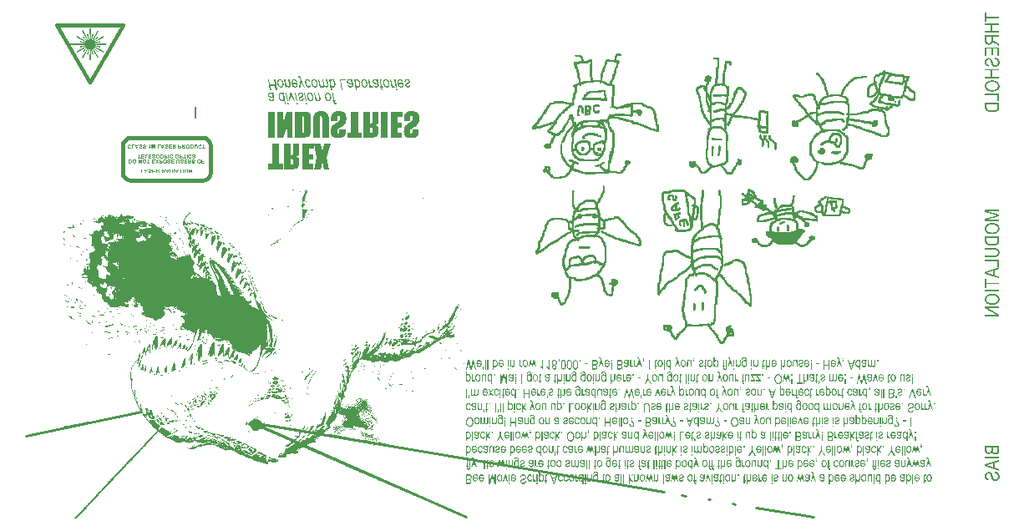
<source format=gbo>
G04*
G04 #@! TF.GenerationSoftware,Altium Limited,Altium Designer,25.8.1 (18)*
G04*
G04 Layer_Color=32896*
%FSLAX26Y26*%
%MOIN*%
G70*
G04*
G04 #@! TF.SameCoordinates,3AB4B18C-38BA-446E-90AA-5604B7F899A8*
G04*
G04*
G04 #@! TF.FilePolarity,Positive*
G04*
G01*
G75*
%ADD10C,0.007874*%
%ADD15C,0.015000*%
%ADD17C,0.010000*%
G36*
X-1201512Y1784233D02*
X-1199784D01*
Y1782505D01*
X-1198056D01*
Y1777322D01*
X-1199784D01*
Y1775594D01*
X-1204968D01*
Y1777322D01*
X-1213607D01*
Y1775594D01*
X-1215335D01*
Y1772138D01*
X-1217063D01*
Y1770410D01*
X-1218791D01*
Y1760043D01*
X-1220518D01*
Y1758315D01*
X-1210151D01*
Y1756587D01*
X-1208423D01*
Y1754860D01*
X-1206696D01*
Y1747948D01*
X-1208423D01*
Y1746220D01*
X-1210151D01*
Y1742765D01*
X-1211879D01*
Y1734125D01*
X-1213607D01*
Y1730669D01*
X-1215335D01*
Y1725486D01*
X-1218791D01*
Y1716847D01*
X-1220518D01*
Y1706479D01*
X-1222246D01*
Y1701296D01*
X-1223974D01*
Y1697840D01*
X-1225702D01*
Y1696112D01*
X-1227430D01*
Y1687473D01*
X-1229158D01*
Y1682289D01*
X-1230886D01*
Y1680562D01*
X-1232613D01*
Y1673650D01*
X-1236069D01*
Y1663283D01*
X-1229158D01*
Y1659827D01*
X-1227430D01*
Y1614903D01*
X-1229158D01*
Y1607991D01*
X-1230886D01*
Y1576890D01*
X-1225702D01*
Y1575162D01*
X-1223974D01*
Y1573434D01*
X-1206696D01*
Y1575162D01*
X-1204968D01*
Y1576890D01*
X-1198056D01*
Y1578618D01*
X-1192873D01*
Y1580345D01*
X-1191145D01*
Y1582073D01*
X-1180777D01*
Y1583801D01*
X-1179050D01*
Y1585529D01*
X-1172138D01*
Y1587257D01*
X-1161771D01*
Y1588985D01*
X-1158315D01*
Y1590713D01*
X-1116847D01*
Y1588985D01*
X-1111663D01*
Y1587257D01*
X-1109935D01*
Y1585529D01*
X-1108207D01*
Y1582073D01*
X-1103024D01*
Y1580345D01*
X-1099568D01*
Y1578618D01*
X-1096112D01*
Y1576890D01*
X-1082289D01*
Y1573434D01*
X-1077106D01*
Y1571706D01*
X-1075378D01*
Y1569978D01*
X-1073650D01*
Y1568251D01*
X-1071922D01*
Y1566523D01*
X-1070194D01*
Y1564795D01*
X-1068466D01*
Y1563067D01*
X-1066739D01*
Y1561339D01*
X-1065011D01*
Y1556156D01*
X-1063283D01*
Y1545788D01*
X-1059827D01*
Y1528510D01*
X-1058099D01*
Y1525054D01*
X-1056371D01*
Y1518142D01*
X-1054644D01*
Y1502592D01*
X-1051188D01*
Y1497408D01*
X-1049460D01*
Y1474946D01*
X-1051188D01*
Y1473218D01*
X-1063283D01*
Y1474946D01*
X-1068466D01*
Y1476674D01*
X-1071922D01*
Y1478402D01*
X-1085745D01*
Y1480130D01*
X-1087473D01*
Y1481857D01*
X-1090929D01*
Y1483585D01*
X-1092657D01*
Y1485313D01*
X-1097840D01*
Y1487041D01*
X-1103024D01*
Y1488769D01*
X-1104752D01*
Y1490497D01*
X-1108207D01*
Y1492225D01*
X-1111663D01*
Y1493953D01*
X-1116847D01*
Y1495680D01*
X-1123758D01*
Y1497408D01*
X-1125486D01*
Y1499136D01*
X-1134125D01*
Y1500864D01*
X-1137581D01*
Y1502592D01*
X-1146220D01*
Y1504320D01*
X-1154860D01*
Y1506047D01*
X-1156588D01*
Y1507775D01*
X-1158315D01*
Y1509503D01*
X-1163499D01*
Y1511231D01*
X-1172138D01*
Y1512959D01*
X-1182505D01*
Y1514687D01*
X-1184233D01*
Y1516415D01*
X-1194600D01*
Y1518142D01*
X-1198056D01*
Y1519870D01*
X-1204968D01*
Y1521598D01*
X-1210151D01*
Y1523326D01*
X-1211879D01*
Y1525054D01*
X-1230886D01*
Y1526782D01*
X-1244708D01*
Y1525054D01*
X-1246436D01*
Y1521598D01*
X-1248164D01*
Y1518142D01*
X-1249892D01*
Y1512959D01*
X-1248164D01*
Y1511231D01*
X-1246436D01*
Y1507775D01*
X-1244708D01*
Y1493953D01*
X-1241253D01*
Y1488769D01*
X-1239525D01*
Y1487041D01*
X-1237797D01*
Y1485313D01*
X-1236069D01*
Y1480130D01*
X-1234341D01*
Y1478402D01*
X-1230886D01*
Y1476674D01*
X-1229158D01*
Y1468034D01*
X-1227430D01*
Y1409287D01*
X-1229158D01*
Y1405832D01*
X-1230886D01*
Y1386825D01*
X-1232613D01*
Y1378186D01*
X-1234341D01*
Y1376458D01*
X-1236069D01*
Y1369546D01*
X-1237797D01*
Y1364363D01*
X-1239525D01*
Y1355724D01*
X-1241253D01*
Y1348812D01*
X-1242981D01*
Y1347084D01*
X-1244708D01*
Y1321166D01*
X-1246436D01*
Y1319438D01*
X-1242981D01*
Y1317711D01*
X-1217063D01*
Y1315983D01*
X-1215335D01*
Y1314255D01*
X-1201512D01*
Y1319438D01*
X-1198056D01*
Y1321166D01*
X-1196328D01*
Y1322894D01*
X-1194600D01*
Y1326350D01*
X-1192873D01*
Y1331534D01*
X-1191145D01*
Y1333261D01*
X-1189417D01*
Y1334989D01*
X-1187689D01*
Y1336717D01*
X-1185961D01*
Y1338445D01*
X-1184233D01*
Y1343629D01*
X-1185961D01*
Y1345356D01*
X-1187689D01*
Y1355724D01*
X-1185961D01*
Y1357451D01*
X-1184233D01*
Y1359179D01*
X-1182505D01*
Y1360907D01*
X-1172138D01*
Y1359179D01*
X-1170410D01*
Y1357451D01*
X-1165227D01*
Y1355724D01*
X-1163499D01*
Y1345356D01*
X-1166955D01*
Y1343629D01*
X-1170410D01*
Y1341901D01*
X-1172138D01*
Y1340173D01*
X-1175594D01*
Y1334989D01*
X-1177322D01*
Y1331534D01*
X-1179050D01*
Y1329806D01*
X-1180777D01*
Y1328078D01*
X-1184233D01*
Y1321166D01*
X-1185961D01*
Y1319438D01*
X-1187689D01*
Y1317711D01*
X-1189417D01*
Y1315983D01*
X-1191145D01*
Y1314255D01*
X-1192873D01*
Y1310799D01*
X-1194600D01*
Y1309071D01*
X-1196328D01*
Y1307343D01*
X-1198056D01*
Y1305616D01*
X-1218791D01*
Y1307343D01*
X-1220518D01*
Y1309071D01*
X-1248164D01*
Y1307343D01*
X-1249892D01*
Y1305616D01*
X-1303456D01*
Y1303888D01*
X-1344924D01*
Y1305616D01*
X-1357019D01*
Y1307343D01*
X-1358747D01*
Y1309071D01*
X-1367387D01*
Y1310799D01*
X-1374298D01*
Y1312527D01*
X-1376026D01*
Y1314255D01*
X-1386393D01*
Y1317711D01*
X-1393304D01*
Y1319438D01*
X-1395032D01*
Y1321166D01*
X-1396760D01*
Y1317711D01*
X-1398488D01*
Y1315983D01*
X-1400216D01*
Y1312527D01*
X-1401944D01*
Y1310799D01*
X-1403672D01*
Y1307343D01*
X-1405400D01*
Y1305616D01*
X-1407127D01*
Y1303888D01*
X-1408855D01*
Y1302160D01*
X-1410583D01*
Y1300432D01*
X-1414039D01*
Y1296976D01*
X-1415767D01*
Y1295248D01*
X-1417495D01*
Y1293521D01*
X-1419223D01*
Y1291793D01*
X-1422678D01*
Y1290065D01*
X-1424406D01*
Y1288337D01*
X-1436501D01*
Y1286609D01*
X-1443412D01*
Y1284881D01*
X-1472786D01*
Y1286609D01*
X-1474514D01*
Y1288337D01*
X-1481426D01*
Y1291793D01*
X-1483153D01*
Y1296976D01*
X-1484881D01*
Y1298704D01*
X-1486609D01*
Y1300432D01*
X-1488337D01*
Y1302160D01*
X-1490065D01*
Y1303888D01*
X-1491793D01*
Y1305616D01*
X-1495248D01*
Y1307343D01*
X-1496976D01*
Y1309071D01*
X-1498704D01*
Y1314255D01*
X-1502160D01*
Y1312527D01*
X-1503888D01*
Y1310799D01*
X-1509071D01*
Y1312527D01*
X-1510799D01*
Y1314255D01*
X-1512527D01*
Y1322894D01*
X-1510799D01*
Y1324622D01*
X-1509071D01*
Y1326350D01*
X-1507343D01*
Y1331534D01*
X-1505616D01*
Y1334989D01*
X-1500432D01*
Y1336717D01*
X-1488337D01*
Y1334989D01*
X-1486609D01*
Y1333261D01*
X-1484881D01*
Y1331534D01*
X-1483153D01*
Y1317711D01*
X-1484881D01*
Y1315983D01*
X-1486609D01*
Y1314255D01*
X-1484881D01*
Y1312527D01*
X-1483153D01*
Y1309071D01*
X-1481426D01*
Y1305616D01*
X-1479698D01*
Y1303888D01*
X-1477970D01*
Y1302160D01*
X-1474514D01*
Y1296976D01*
X-1471058D01*
Y1295248D01*
X-1469331D01*
Y1293521D01*
X-1446868D01*
Y1295248D01*
X-1441685D01*
Y1296976D01*
X-1427862D01*
Y1300432D01*
X-1422678D01*
Y1303888D01*
X-1420950D01*
Y1305616D01*
X-1419223D01*
Y1309071D01*
X-1414039D01*
Y1310799D01*
X-1412311D01*
Y1314255D01*
X-1410583D01*
Y1317711D01*
X-1408855D01*
Y1321166D01*
X-1407127D01*
Y1322894D01*
X-1405400D01*
Y1329806D01*
X-1407127D01*
Y1331534D01*
X-1412311D01*
Y1334989D01*
X-1415767D01*
Y1336717D01*
X-1417495D01*
Y1338445D01*
X-1419223D01*
Y1340173D01*
X-1420950D01*
Y1343629D01*
X-1422678D01*
Y1347084D01*
X-1424406D01*
Y1348812D01*
X-1426134D01*
Y1352268D01*
X-1427862D01*
Y1353996D01*
X-1429590D01*
Y1355724D01*
X-1431318D01*
Y1360907D01*
X-1433045D01*
Y1362635D01*
X-1434773D01*
Y1367819D01*
X-1436501D01*
Y1369546D01*
X-1438229D01*
Y1371274D01*
X-1439957D01*
Y1381641D01*
X-1441685D01*
Y1383369D01*
X-1443412D01*
Y1419654D01*
X-1441685D01*
Y1421382D01*
X-1439957D01*
Y1431749D01*
X-1438229D01*
Y1435205D01*
X-1436501D01*
Y1440389D01*
X-1434773D01*
Y1443844D01*
X-1433045D01*
Y1445572D01*
X-1431318D01*
Y1454212D01*
X-1429590D01*
Y1457667D01*
X-1427862D01*
Y1459395D01*
X-1426134D01*
Y1462851D01*
X-1424406D01*
Y1464579D01*
X-1422678D01*
Y1468034D01*
X-1420950D01*
Y1473218D01*
X-1419223D01*
Y1476674D01*
X-1417495D01*
Y1478402D01*
X-1414039D01*
Y1480130D01*
X-1412311D01*
Y1483585D01*
X-1410583D01*
Y1485313D01*
X-1408855D01*
Y1487041D01*
X-1407127D01*
Y1488769D01*
X-1405400D01*
Y1490497D01*
X-1403672D01*
Y1492225D01*
X-1401944D01*
Y1493953D01*
X-1400216D01*
Y1495680D01*
X-1398488D01*
Y1497408D01*
X-1396760D01*
Y1499136D01*
X-1395032D01*
Y1502592D01*
X-1393304D01*
Y1507775D01*
X-1395032D01*
Y1509503D01*
X-1396760D01*
Y1516415D01*
X-1398488D01*
Y1518142D01*
X-1400216D01*
Y1521598D01*
X-1407127D01*
Y1519870D01*
X-1408855D01*
Y1512959D01*
X-1410583D01*
Y1509503D01*
X-1412311D01*
Y1507775D01*
X-1414039D01*
Y1504320D01*
X-1415767D01*
Y1502592D01*
X-1417495D01*
Y1499136D01*
X-1419223D01*
Y1495680D01*
X-1420950D01*
Y1492225D01*
X-1422678D01*
Y1487041D01*
X-1424406D01*
Y1485313D01*
X-1426134D01*
Y1478402D01*
X-1427862D01*
Y1474946D01*
X-1429590D01*
Y1473218D01*
X-1431318D01*
Y1471490D01*
X-1433045D01*
Y1469762D01*
X-1436501D01*
Y1468034D01*
X-1439957D01*
Y1464579D01*
X-1441685D01*
Y1462851D01*
X-1443412D01*
Y1461123D01*
X-1448596D01*
Y1457667D01*
X-1452052D01*
Y1455939D01*
X-1464147D01*
Y1450756D01*
X-1465875D01*
Y1445572D01*
X-1467603D01*
Y1443844D01*
X-1469331D01*
Y1440389D01*
X-1471058D01*
Y1433477D01*
X-1472786D01*
Y1428294D01*
X-1474514D01*
Y1426566D01*
X-1476242D01*
Y1424838D01*
X-1477970D01*
Y1412743D01*
X-1479698D01*
Y1409287D01*
X-1481426D01*
Y1407559D01*
X-1483153D01*
Y1405832D01*
X-1498704D01*
Y1407559D01*
X-1502160D01*
Y1409287D01*
X-1503888D01*
Y1411015D01*
X-1505616D01*
Y1412743D01*
X-1507343D01*
Y1414471D01*
X-1509071D01*
Y1419654D01*
X-1507343D01*
Y1421382D01*
X-1505616D01*
Y1423110D01*
X-1503888D01*
Y1424838D01*
X-1498704D01*
Y1426566D01*
X-1486609D01*
Y1428294D01*
X-1484881D01*
Y1430022D01*
X-1483153D01*
Y1431749D01*
X-1481426D01*
Y1438661D01*
X-1479698D01*
Y1443844D01*
X-1477970D01*
Y1449028D01*
X-1474514D01*
Y1455939D01*
X-1472786D01*
Y1461123D01*
X-1477970D01*
Y1462851D01*
X-1479698D01*
Y1464579D01*
X-1481426D01*
Y1466307D01*
X-1490065D01*
Y1468034D01*
X-1491793D01*
Y1469762D01*
X-1493521D01*
Y1471490D01*
X-1495248D01*
Y1480130D01*
X-1493521D01*
Y1481857D01*
X-1491793D01*
Y1483585D01*
X-1490065D01*
Y1485313D01*
X-1488337D01*
Y1487041D01*
X-1484881D01*
Y1488769D01*
X-1483153D01*
Y1492225D01*
X-1481426D01*
Y1493953D01*
X-1479698D01*
Y1495680D01*
X-1477970D01*
Y1500864D01*
X-1486609D01*
Y1499136D01*
X-1493521D01*
Y1497408D01*
X-1495248D01*
Y1495680D01*
X-1503888D01*
Y1493953D01*
X-1507343D01*
Y1492225D01*
X-1512527D01*
Y1490497D01*
X-1517711D01*
Y1488769D01*
X-1519438D01*
Y1487041D01*
X-1538445D01*
Y1485313D01*
X-1540173D01*
Y1483585D01*
X-1555724D01*
Y1485313D01*
X-1557451D01*
Y1493953D01*
X-1555724D01*
Y1495680D01*
X-1553996D01*
Y1497408D01*
X-1552268D01*
Y1499136D01*
X-1550540D01*
Y1500864D01*
X-1548812D01*
Y1502592D01*
X-1547084D01*
Y1504320D01*
X-1545356D01*
Y1506047D01*
X-1543629D01*
Y1507775D01*
X-1541901D01*
Y1509503D01*
X-1540173D01*
Y1511231D01*
X-1538445D01*
Y1512959D01*
X-1536717D01*
Y1514687D01*
X-1534989D01*
Y1519870D01*
X-1533261D01*
Y1521598D01*
X-1531534D01*
Y1525054D01*
X-1529806D01*
Y1526782D01*
X-1526350D01*
Y1531965D01*
X-1524622D01*
Y1533693D01*
X-1522894D01*
Y1535421D01*
X-1521166D01*
Y1538877D01*
X-1519438D01*
Y1540605D01*
X-1517711D01*
Y1545788D01*
X-1515983D01*
Y1547516D01*
X-1514255D01*
Y1550972D01*
X-1512527D01*
Y1552700D01*
X-1509071D01*
Y1557883D01*
X-1507343D01*
Y1559611D01*
X-1505616D01*
Y1563067D01*
X-1503888D01*
Y1564795D01*
X-1502160D01*
Y1566523D01*
X-1500432D01*
Y1569978D01*
X-1498704D01*
Y1571706D01*
X-1496976D01*
Y1573434D01*
X-1495248D01*
Y1578618D01*
X-1491793D01*
Y1580345D01*
X-1490065D01*
Y1585529D01*
X-1488337D01*
Y1587257D01*
X-1486609D01*
Y1588985D01*
X-1481426D01*
Y1590713D01*
X-1471058D01*
Y1592441D01*
X-1469331D01*
Y1595896D01*
X-1429590D01*
Y1594168D01*
X-1417495D01*
Y1592441D01*
X-1415767D01*
Y1590713D01*
X-1403672D01*
Y1588985D01*
X-1398488D01*
Y1590713D01*
X-1396760D01*
Y1604536D01*
X-1395032D01*
Y1607991D01*
X-1393304D01*
Y1613175D01*
X-1391577D01*
Y1625270D01*
X-1389849D01*
Y1626998D01*
X-1388121D01*
Y1632181D01*
X-1386393D01*
Y1649460D01*
X-1388121D01*
Y1651188D01*
X-1389849D01*
Y1652916D01*
X-1391577D01*
Y1658099D01*
X-1389849D01*
Y1659827D01*
X-1388121D01*
Y1661555D01*
X-1386393D01*
Y1663283D01*
X-1379482D01*
Y1665011D01*
X-1377754D01*
Y1666739D01*
X-1372570D01*
Y1668466D01*
X-1370842D01*
Y1684017D01*
X-1374298D01*
Y1690929D01*
X-1376026D01*
Y1706479D01*
X-1377754D01*
Y1709935D01*
X-1379482D01*
Y1720302D01*
X-1381209D01*
Y1722030D01*
X-1382937D01*
Y1727214D01*
X-1384665D01*
Y1728942D01*
X-1386393D01*
Y1737581D01*
X-1388121D01*
Y1751404D01*
X-1386393D01*
Y1753132D01*
X-1369114D01*
Y1754860D01*
X-1358747D01*
Y1760043D01*
X-1360475D01*
Y1765227D01*
X-1362203D01*
Y1770410D01*
X-1365659D01*
Y1772138D01*
X-1381209D01*
Y1773866D01*
X-1382937D01*
Y1775594D01*
X-1384665D01*
Y1779050D01*
X-1382937D01*
Y1780777D01*
X-1360475D01*
Y1779050D01*
X-1358747D01*
Y1777322D01*
X-1357019D01*
Y1775594D01*
X-1355292D01*
Y1773866D01*
X-1353564D01*
Y1770410D01*
X-1351836D01*
Y1763499D01*
X-1350108D01*
Y1754860D01*
X-1338013D01*
Y1756587D01*
X-1336285D01*
Y1758315D01*
X-1332829D01*
Y1760043D01*
X-1331101D01*
Y1761771D01*
X-1329374D01*
Y1763499D01*
X-1317279D01*
Y1761771D01*
X-1315551D01*
Y1737581D01*
X-1317279D01*
Y1699568D01*
X-1315551D01*
Y1689201D01*
X-1313823D01*
Y1680562D01*
X-1284449D01*
Y1696112D01*
X-1282721D01*
Y1706479D01*
X-1280994D01*
Y1711663D01*
X-1279266D01*
Y1715119D01*
X-1277538D01*
Y1716847D01*
X-1275810D01*
Y1725486D01*
X-1274082D01*
Y1732397D01*
X-1272354D01*
Y1734125D01*
X-1270626D01*
Y1739309D01*
X-1268899D01*
Y1741037D01*
X-1267171D01*
Y1747948D01*
X-1265443D01*
Y1751404D01*
X-1263715D01*
Y1756587D01*
X-1261987D01*
Y1758315D01*
X-1260259D01*
Y1760043D01*
X-1258531D01*
Y1761771D01*
X-1246436D01*
Y1760043D01*
X-1229158D01*
Y1763499D01*
X-1227430D01*
Y1773866D01*
X-1225702D01*
Y1775594D01*
X-1223974D01*
Y1779050D01*
X-1222246D01*
Y1784233D01*
X-1220518D01*
Y1785961D01*
X-1201512D01*
Y1784233D01*
D02*
G37*
G36*
X-812743Y1768682D02*
X-811015D01*
Y1727214D01*
X-812743D01*
Y1692657D01*
X-814471D01*
Y1682289D01*
X-816199D01*
Y1671922D01*
X-817927D01*
Y1665011D01*
X-809287D01*
Y1666739D01*
X-795464D01*
Y1704752D01*
X-793736D01*
Y1706479D01*
X-792009D01*
Y1718574D01*
X-790281D01*
Y1727214D01*
X-788553D01*
Y1742765D01*
X-786825D01*
Y1753132D01*
X-785097D01*
Y1754860D01*
X-762635D01*
Y1753132D01*
X-760907D01*
Y1751404D01*
X-759179D01*
Y1742765D01*
X-760907D01*
Y1741037D01*
X-762635D01*
Y1737581D01*
X-766091D01*
Y1739309D01*
X-767819D01*
Y1741037D01*
X-769546D01*
Y1746220D01*
X-778186D01*
Y1737581D01*
X-779914D01*
Y1723758D01*
X-781641D01*
Y1715119D01*
X-783369D01*
Y1713391D01*
X-785097D01*
Y1701296D01*
X-786825D01*
Y1665011D01*
X-785097D01*
Y1663283D01*
X-783369D01*
Y1661555D01*
X-781641D01*
Y1659827D01*
X-779914D01*
Y1658099D01*
X-778186D01*
Y1656371D01*
X-776458D01*
Y1654644D01*
X-771274D01*
Y1651188D01*
X-769546D01*
Y1616631D01*
X-771274D01*
Y1614903D01*
X-773002D01*
Y1588985D01*
X-776458D01*
Y1582073D01*
X-778186D01*
Y1571706D01*
X-776458D01*
Y1575162D01*
X-774730D01*
Y1576890D01*
X-773002D01*
Y1580345D01*
X-771274D01*
Y1582073D01*
X-769546D01*
Y1588985D01*
X-762635D01*
Y1590713D01*
X-760907D01*
Y1599352D01*
X-759179D01*
Y1606264D01*
X-755723D01*
Y1607991D01*
X-753996D01*
Y1614903D01*
X-752268D01*
Y1621814D01*
X-753996D01*
Y1625270D01*
X-752268D01*
Y1630454D01*
X-750540D01*
Y1633909D01*
X-748812D01*
Y1635637D01*
X-747084D01*
Y1637365D01*
X-745356D01*
Y1639093D01*
X-743629D01*
Y1642549D01*
X-741901D01*
Y1646004D01*
X-740173D01*
Y1647732D01*
X-738445D01*
Y1649460D01*
X-734989D01*
Y1651188D01*
X-719438D01*
Y1649460D01*
X-717711D01*
Y1646004D01*
X-714255D01*
Y1644276D01*
X-712527D01*
Y1642549D01*
X-710799D01*
Y1640821D01*
X-709071D01*
Y1639093D01*
X-707343D01*
Y1637365D01*
X-705616D01*
Y1635637D01*
X-703888D01*
Y1633909D01*
X-702160D01*
Y1632181D01*
X-700432D01*
Y1614903D01*
X-702160D01*
Y1611447D01*
X-703888D01*
Y1606264D01*
X-707343D01*
Y1601080D01*
X-709071D01*
Y1595896D01*
X-710799D01*
Y1590713D01*
X-712527D01*
Y1588985D01*
X-715983D01*
Y1582073D01*
X-717711D01*
Y1580345D01*
X-719438D01*
Y1578618D01*
X-721166D01*
Y1575162D01*
X-722894D01*
Y1573434D01*
X-724622D01*
Y1571706D01*
Y1569978D01*
X-726350D01*
Y1564795D01*
X-728078D01*
Y1563067D01*
X-729806D01*
Y1559611D01*
X-731534D01*
Y1557883D01*
X-733261D01*
Y1556156D01*
X-734989D01*
Y1554428D01*
X-736717D01*
Y1552700D01*
X-738445D01*
Y1550972D01*
X-740173D01*
Y1549244D01*
X-741901D01*
Y1547516D01*
X-743629D01*
Y1545788D01*
X-745356D01*
Y1544060D01*
X-747084D01*
Y1542333D01*
X-745356D01*
Y1538877D01*
X-721166D01*
Y1537149D01*
X-709071D01*
Y1535421D01*
X-695248D01*
Y1533693D01*
X-676242D01*
Y1530238D01*
X-669331D01*
Y1528510D01*
X-657235D01*
Y1526782D01*
X-652052D01*
Y1554428D01*
X-650324D01*
Y1556156D01*
X-648596D01*
Y1557883D01*
X-646868D01*
Y1559611D01*
X-627862D01*
Y1557883D01*
X-626134D01*
Y1556156D01*
X-614039D01*
Y1554428D01*
X-612311D01*
Y1537149D01*
X-614039D01*
Y1502592D01*
X-612311D01*
Y1488769D01*
X-614039D01*
Y1466307D01*
X-615767D01*
Y1464579D01*
X-624406D01*
Y1466307D01*
X-638229D01*
Y1468034D01*
X-643413D01*
Y1469762D01*
X-650324D01*
Y1473218D01*
X-652052D01*
Y1485313D01*
X-653780D01*
Y1487041D01*
X-655508D01*
Y1490497D01*
X-657235D01*
Y1493953D01*
X-658963D01*
Y1500864D01*
X-657235D01*
Y1502592D01*
X-655508D01*
Y1518142D01*
X-660691D01*
Y1519870D01*
X-674514D01*
Y1521598D01*
X-679698D01*
Y1523326D01*
X-681426D01*
Y1525054D01*
X-700432D01*
Y1526782D01*
X-712527D01*
Y1528510D01*
X-726350D01*
Y1530238D01*
X-748812D01*
Y1531965D01*
X-752268D01*
Y1530238D01*
X-753996D01*
Y1528510D01*
X-755723D01*
Y1526782D01*
X-757451D01*
Y1525054D01*
X-759179D01*
Y1521598D01*
X-760907D01*
Y1516415D01*
X-762635D01*
Y1511231D01*
X-764363D01*
Y1507775D01*
X-766091D01*
Y1506047D01*
X-767819D01*
Y1502592D01*
X-769546D01*
Y1499136D01*
X-771274D01*
Y1495680D01*
X-774730D01*
Y1497408D01*
X-776458D01*
Y1499136D01*
X-778186D01*
Y1506047D01*
X-776458D01*
Y1511231D01*
X-773002D01*
Y1516415D01*
X-771274D01*
Y1519870D01*
X-769546D01*
Y1526782D01*
X-767819D01*
Y1530238D01*
X-766091D01*
Y1531965D01*
X-764363D01*
Y1533693D01*
X-762635D01*
Y1537149D01*
X-769546D01*
Y1538877D01*
X-776458D01*
Y1540605D01*
X-778186D01*
Y1542333D01*
X-779914D01*
Y1481857D01*
X-781641D01*
Y1478402D01*
X-779914D01*
Y1476674D01*
X-778186D01*
Y1471490D01*
X-776458D01*
Y1464579D01*
X-774730D01*
Y1462851D01*
X-773002D01*
Y1436933D01*
X-774730D01*
Y1435205D01*
X-776458D01*
Y1400648D01*
X-774730D01*
Y1398920D01*
X-773002D01*
Y1353996D01*
X-774730D01*
Y1352268D01*
X-776458D01*
Y1350540D01*
X-778186D01*
Y1347084D01*
X-779914D01*
Y1345356D01*
X-783369D01*
Y1343629D01*
X-785097D01*
Y1341901D01*
X-786825D01*
Y1340173D01*
X-795464D01*
Y1336717D01*
X-793736D01*
Y1334989D01*
X-792009D01*
Y1333261D01*
X-790281D01*
Y1331534D01*
X-788553D01*
Y1329806D01*
X-786825D01*
Y1328078D01*
X-785097D01*
Y1326350D01*
X-783369D01*
Y1324622D01*
X-781641D01*
Y1322894D01*
X-779914D01*
Y1319438D01*
X-778186D01*
Y1315983D01*
X-776458D01*
Y1314255D01*
X-773002D01*
Y1312527D01*
X-762635D01*
Y1314255D01*
X-760907D01*
Y1319438D01*
X-759179D01*
Y1322894D01*
X-757451D01*
Y1324622D01*
X-755723D01*
Y1326350D01*
X-753996D01*
Y1328078D01*
X-752268D01*
Y1331534D01*
X-750540D01*
Y1334989D01*
X-748812D01*
Y1336717D01*
X-747084D01*
Y1338445D01*
X-745356D01*
Y1340173D01*
X-743629D01*
Y1347084D01*
X-741901D01*
Y1350540D01*
X-740173D01*
Y1352268D01*
X-738445D01*
Y1353996D01*
X-736717D01*
Y1366091D01*
X-734989D01*
Y1367819D01*
X-733261D01*
Y1369546D01*
X-731534D01*
Y1367819D01*
X-729806D01*
Y1366091D01*
X-728078D01*
Y1364363D01*
X-722894D01*
Y1362635D01*
X-721166D01*
Y1353996D01*
X-719438D01*
Y1347084D01*
X-721166D01*
Y1343629D01*
X-722894D01*
Y1341901D01*
X-724622D01*
Y1340173D01*
X-731534D01*
Y1341901D01*
X-734989D01*
Y1336717D01*
X-736717D01*
Y1334989D01*
X-738445D01*
Y1333261D01*
X-740173D01*
Y1331534D01*
X-741901D01*
Y1328078D01*
X-743629D01*
Y1322894D01*
X-745356D01*
Y1321166D01*
X-747084D01*
Y1319438D01*
X-748812D01*
Y1317711D01*
X-750540D01*
Y1314255D01*
X-752268D01*
Y1310799D01*
X-753996D01*
Y1307343D01*
X-755723D01*
Y1303888D01*
X-778186D01*
Y1305616D01*
X-781641D01*
Y1307343D01*
X-783369D01*
Y1309071D01*
X-785097D01*
Y1310799D01*
X-786825D01*
Y1315983D01*
X-788553D01*
Y1319438D01*
X-790281D01*
Y1321166D01*
X-792009D01*
Y1322894D01*
X-793736D01*
Y1324622D01*
X-795464D01*
Y1326350D01*
X-797192D01*
Y1328078D01*
X-798920D01*
Y1329806D01*
X-800648D01*
Y1331534D01*
X-802376D01*
Y1333261D01*
X-804104D01*
Y1336717D01*
X-805832D01*
Y1334989D01*
X-814471D01*
Y1333261D01*
X-816199D01*
Y1331534D01*
X-824838D01*
Y1329806D01*
X-838661D01*
Y1328078D01*
X-840389D01*
Y1326350D01*
X-842117D01*
Y1324622D01*
X-843845D01*
Y1322894D01*
X-845572D01*
Y1321166D01*
X-847300D01*
Y1319438D01*
X-849028D01*
Y1317711D01*
X-852484D01*
Y1315983D01*
X-854212D01*
Y1314255D01*
X-855939D01*
Y1312527D01*
X-857667D01*
Y1310799D01*
X-861123D01*
Y1309071D01*
X-862851D01*
Y1307343D01*
X-864579D01*
Y1305616D01*
X-880130D01*
Y1307343D01*
X-881857D01*
Y1309071D01*
X-883585D01*
Y1310799D01*
X-885313D01*
Y1312527D01*
X-887041D01*
Y1314255D01*
X-888769D01*
Y1315983D01*
X-890497D01*
Y1321166D01*
X-892225D01*
Y1326350D01*
X-893952D01*
Y1328078D01*
X-895680D01*
Y1329806D01*
X-899136D01*
Y1333261D01*
X-900864D01*
Y1334989D01*
X-904320D01*
Y1333261D01*
X-906048D01*
Y1331534D01*
X-909503D01*
Y1329806D01*
X-921598D01*
Y1331534D01*
X-925054D01*
Y1333261D01*
X-926782D01*
Y1334989D01*
X-928510D01*
Y1355724D01*
X-926782D01*
Y1357451D01*
X-921598D01*
Y1355724D01*
X-919870D01*
Y1352268D01*
X-916415D01*
Y1355724D01*
X-914687D01*
Y1357451D01*
X-904320D01*
Y1355724D01*
X-902592D01*
Y1347084D01*
X-900864D01*
Y1345356D01*
X-899136D01*
Y1343629D01*
X-897408D01*
Y1341901D01*
X-895680D01*
Y1340173D01*
X-893952D01*
Y1338445D01*
X-892225D01*
Y1336717D01*
X-890497D01*
Y1334989D01*
X-888769D01*
Y1333261D01*
X-887041D01*
Y1331534D01*
X-885313D01*
Y1329806D01*
X-883585D01*
Y1326350D01*
X-881857D01*
Y1319438D01*
X-880130D01*
Y1317711D01*
X-878402D01*
Y1315983D01*
X-876674D01*
Y1314255D01*
X-869762D01*
Y1315983D01*
X-868035D01*
Y1317711D01*
X-866307D01*
Y1319438D01*
X-862851D01*
Y1321166D01*
X-859395D01*
Y1324622D01*
X-857667D01*
Y1326350D01*
X-852484D01*
Y1329806D01*
X-850756D01*
Y1331534D01*
X-847300D01*
Y1334989D01*
X-849028D01*
Y1336717D01*
X-850756D01*
Y1338445D01*
X-852484D01*
Y1340173D01*
X-854212D01*
Y1341901D01*
X-855939D01*
Y1348812D01*
X-859395D01*
Y1350540D01*
X-861123D01*
Y1364363D01*
X-864579D01*
Y1405832D01*
X-862851D01*
Y1407559D01*
X-861123D01*
Y1447300D01*
X-859395D01*
Y1461123D01*
X-857667D01*
Y1466307D01*
X-855939D01*
Y1476674D01*
X-854212D01*
Y1478402D01*
X-852484D01*
Y1480130D01*
X-854212D01*
Y1481857D01*
X-855939D01*
Y1485313D01*
X-854212D01*
Y1487041D01*
X-849028D01*
Y1490497D01*
X-847300D01*
Y1500864D01*
X-849028D01*
Y1502592D01*
X-850756D01*
Y1504320D01*
X-852484D01*
Y1506047D01*
X-854212D01*
Y1507775D01*
X-855939D01*
Y1511231D01*
X-857667D01*
Y1512959D01*
X-859395D01*
Y1514687D01*
X-861123D01*
Y1516415D01*
X-862851D01*
Y1518142D01*
X-864579D01*
Y1521598D01*
X-866307D01*
Y1525054D01*
X-868035D01*
Y1528510D01*
X-869762D01*
Y1530238D01*
X-871490D01*
Y1531965D01*
X-873218D01*
Y1538877D01*
X-874946D01*
Y1542333D01*
X-876674D01*
Y1547516D01*
X-878402D01*
Y1550972D01*
X-880130D01*
Y1552700D01*
X-881857D01*
Y1561339D01*
X-883585D01*
Y1569978D01*
X-885313D01*
Y1580345D01*
X-887041D01*
Y1592441D01*
X-888769D01*
Y1594168D01*
X-890497D01*
Y1606264D01*
X-892225D01*
Y1611447D01*
X-893952D01*
Y1618359D01*
X-895680D01*
Y1620086D01*
X-897408D01*
Y1621814D01*
X-899136D01*
Y1630454D01*
X-900864D01*
Y1633909D01*
X-902592D01*
Y1647732D01*
X-900864D01*
Y1649460D01*
X-899136D01*
Y1651188D01*
X-895680D01*
Y1652916D01*
X-893952D01*
Y1654644D01*
X-890497D01*
Y1656371D01*
X-887041D01*
Y1658099D01*
X-881857D01*
Y1659827D01*
X-868035D01*
Y1658099D01*
X-866307D01*
Y1656371D01*
X-864579D01*
Y1665011D01*
X-861123D01*
Y1666739D01*
X-859395D01*
Y1670194D01*
X-861123D01*
Y1671922D01*
X-864579D01*
Y1673650D01*
X-866307D01*
Y1675378D01*
X-868035D01*
Y1684017D01*
X-866307D01*
Y1692657D01*
X-864579D01*
Y1694384D01*
X-862851D01*
Y1696112D01*
X-861123D01*
Y1697840D01*
X-857667D01*
Y1699568D01*
X-849028D01*
Y1697840D01*
X-845572D01*
Y1696112D01*
X-843845D01*
Y1694384D01*
X-842117D01*
Y1692657D01*
X-840389D01*
Y1690929D01*
X-838661D01*
Y1684017D01*
X-840389D01*
Y1682289D01*
X-842117D01*
Y1680562D01*
X-843845D01*
Y1673650D01*
X-847300D01*
Y1671922D01*
X-849028D01*
Y1668466D01*
X-850756D01*
Y1663283D01*
X-852484D01*
Y1661555D01*
X-854212D01*
Y1659827D01*
X-855939D01*
Y1630454D01*
X-854212D01*
Y1628726D01*
X-852484D01*
Y1625270D01*
X-850756D01*
Y1623542D01*
X-849028D01*
Y1620086D01*
X-847300D01*
Y1633909D01*
X-845572D01*
Y1635637D01*
X-843845D01*
Y1640821D01*
X-842117D01*
Y1646004D01*
X-840389D01*
Y1647732D01*
X-838661D01*
Y1652916D01*
X-836933D01*
Y1654644D01*
X-835205D01*
Y1656371D01*
X-833477D01*
Y1658099D01*
X-831750D01*
Y1659827D01*
X-828294D01*
Y1661555D01*
X-826566D01*
Y1675378D01*
X-824838D01*
Y1685745D01*
X-823110D01*
Y1697840D01*
X-821382D01*
Y1730669D01*
X-819654D01*
Y1732397D01*
X-817927D01*
Y1760043D01*
X-819654D01*
Y1761771D01*
X-831750D01*
Y1763499D01*
X-833477D01*
Y1768682D01*
X-831750D01*
Y1770410D01*
X-812743D01*
Y1768682D01*
D02*
G37*
G36*
X-3186421Y1905795D02*
X-3183011D01*
Y1905227D01*
X-3182443D01*
Y1904659D01*
X-3181307D01*
Y1904091D01*
X-3180739D01*
Y1903523D01*
X-3180171D01*
Y1902386D01*
X-3179602D01*
Y1901250D01*
X-3179034D01*
Y1899545D01*
X-3178466D01*
Y1897841D01*
X-3179034D01*
Y1895568D01*
X-3179602D01*
Y1894432D01*
X-3180171D01*
Y1893295D01*
X-3180739D01*
Y1892727D01*
X-3181307D01*
Y1891591D01*
X-3181875D01*
Y1890455D01*
X-3182443D01*
Y1889886D01*
X-3183011D01*
Y1888750D01*
X-3183579D01*
Y1887614D01*
X-3184148D01*
Y1887045D01*
X-3184716D01*
Y1885909D01*
X-3185284D01*
Y1884773D01*
X-3185852D01*
Y1883636D01*
X-3186421D01*
Y1882500D01*
X-3186989D01*
Y1881932D01*
X-3187557D01*
Y1880795D01*
X-3188125D01*
Y1879659D01*
X-3188693D01*
Y1879091D01*
X-3189261D01*
Y1877955D01*
X-3189829D01*
Y1876818D01*
X-3190398D01*
Y1875682D01*
X-3190966D01*
Y1875114D01*
X-3191534D01*
Y1873977D01*
X-3192102D01*
Y1872841D01*
X-3192671D01*
Y1872273D01*
X-3193239D01*
Y1871136D01*
X-3193807D01*
Y1870000D01*
X-3194375D01*
Y1869432D01*
X-3194943D01*
Y1868295D01*
X-3195511D01*
Y1867159D01*
X-3196079D01*
Y1866023D01*
X-3196648D01*
Y1864886D01*
X-3197216D01*
Y1864318D01*
X-3197784D01*
Y1863182D01*
X-3198352D01*
Y1862045D01*
X-3198921D01*
Y1861477D01*
X-3199489D01*
Y1860341D01*
X-3200057D01*
Y1859205D01*
X-3200625D01*
Y1858636D01*
X-3201193D01*
Y1856932D01*
X-3201761D01*
Y1856364D01*
X-3202329D01*
Y1855227D01*
X-3202898D01*
Y1854091D01*
X-3203466D01*
Y1853523D01*
X-3204034D01*
Y1852386D01*
X-3204602D01*
Y1851250D01*
X-3205171D01*
Y1850682D01*
X-3205739D01*
Y1849545D01*
X-3206307D01*
Y1848409D01*
X-3206875D01*
Y1847841D01*
X-3207443D01*
Y1846705D01*
X-3208011D01*
Y1845568D01*
X-3208579D01*
Y1844432D01*
X-3209148D01*
Y1843295D01*
X-3209716D01*
Y1842727D01*
X-3210284D01*
Y1841591D01*
X-3210852D01*
Y1840455D01*
X-3211421D01*
Y1839886D01*
X-3211989D01*
Y1838750D01*
X-3212557D01*
Y1837614D01*
X-3213125D01*
Y1836477D01*
X-3213693D01*
Y1835909D01*
X-3214261D01*
Y1834773D01*
X-3214829D01*
Y1833636D01*
X-3215398D01*
Y1833068D01*
X-3215966D01*
Y1831932D01*
X-3216534D01*
Y1830795D01*
X-3217102D01*
Y1830227D01*
X-3217671D01*
Y1829091D01*
X-3218239D01*
Y1827955D01*
X-3218807D01*
Y1826818D01*
X-3219375D01*
Y1825682D01*
X-3219943D01*
Y1825114D01*
X-3220511D01*
Y1823977D01*
X-3221079D01*
Y1822841D01*
X-3221648D01*
Y1822273D01*
X-3222216D01*
Y1821136D01*
X-3222784D01*
Y1820000D01*
X-3223352D01*
Y1819432D01*
X-3223921D01*
Y1817727D01*
X-3224489D01*
Y1817159D01*
X-3225057D01*
Y1816023D01*
X-3225625D01*
Y1814886D01*
X-3226193D01*
Y1814318D01*
X-3226761D01*
Y1813182D01*
X-3227329D01*
Y1812045D01*
X-3227898D01*
Y1811477D01*
X-3228466D01*
Y1810341D01*
X-3229034D01*
Y1809205D01*
X-3229602D01*
Y1808636D01*
X-3230171D01*
Y1806932D01*
X-3230739D01*
Y1806364D01*
X-3231307D01*
Y1805227D01*
X-3231875D01*
Y1804091D01*
X-3232443D01*
Y1803523D01*
X-3233011D01*
Y1802386D01*
X-3233579D01*
Y1801250D01*
X-3234148D01*
Y1800682D01*
X-3234716D01*
Y1799545D01*
X-3235284D01*
Y1798409D01*
X-3235852D01*
Y1797273D01*
X-3236421D01*
Y1796705D01*
X-3236989D01*
Y1795568D01*
X-3237557D01*
Y1794432D01*
X-3238125D01*
Y1793864D01*
X-3238693D01*
Y1792727D01*
X-3239261D01*
Y1791591D01*
X-3239829D01*
Y1791023D01*
X-3240398D01*
Y1789886D01*
X-3240966D01*
Y1788750D01*
X-3241534D01*
Y1787614D01*
X-3242102D01*
Y1786477D01*
X-3242671D01*
Y1785909D01*
X-3243239D01*
Y1784773D01*
X-3243807D01*
Y1783636D01*
X-3244375D01*
Y1783068D01*
X-3244943D01*
Y1781932D01*
X-3245511D01*
Y1780795D01*
X-3246079D01*
Y1780227D01*
X-3246648D01*
Y1778523D01*
X-3247216D01*
Y1777955D01*
X-3247784D01*
Y1776818D01*
X-3248352D01*
Y1775682D01*
X-3248921D01*
Y1775114D01*
X-3249489D01*
Y1773977D01*
X-3250057D01*
Y1772841D01*
X-3250625D01*
Y1772273D01*
X-3251193D01*
Y1771136D01*
X-3251761D01*
Y1770000D01*
X-3252329D01*
Y1769432D01*
X-3252898D01*
Y1767727D01*
X-3253466D01*
Y1767159D01*
X-3254034D01*
Y1766023D01*
X-3254602D01*
Y1764886D01*
X-3255171D01*
Y1764318D01*
X-3255739D01*
Y1763182D01*
X-3256307D01*
Y1762045D01*
X-3256875D01*
Y1761477D01*
X-3257443D01*
Y1760341D01*
X-3258011D01*
Y1759205D01*
X-3258579D01*
Y1758068D01*
X-3259148D01*
Y1757500D01*
X-3259716D01*
Y1756364D01*
X-3260284D01*
Y1755227D01*
X-3260852D01*
Y1754659D01*
X-3261421D01*
Y1753523D01*
X-3261989D01*
Y1752386D01*
X-3262557D01*
Y1751818D01*
X-3263125D01*
Y1750682D01*
X-3263693D01*
Y1749545D01*
X-3264261D01*
Y1748409D01*
X-3264829D01*
Y1747273D01*
X-3265398D01*
Y1746705D01*
X-3265966D01*
Y1745568D01*
X-3266534D01*
Y1744432D01*
X-3267102D01*
Y1743864D01*
X-3267671D01*
Y1742727D01*
X-3268239D01*
Y1741591D01*
X-3268807D01*
Y1741023D01*
X-3269375D01*
Y1739318D01*
X-3269943D01*
Y1738750D01*
X-3270511D01*
Y1737614D01*
X-3271079D01*
Y1736477D01*
X-3271648D01*
Y1735909D01*
X-3272216D01*
Y1734773D01*
X-3272784D01*
Y1733636D01*
X-3273352D01*
Y1733068D01*
X-3273921D01*
Y1731932D01*
X-3274489D01*
Y1730795D01*
X-3275057D01*
Y1729659D01*
X-3275625D01*
Y1728523D01*
X-3276193D01*
Y1727955D01*
X-3276761D01*
Y1726818D01*
X-3277329D01*
Y1725682D01*
X-3277898D01*
Y1725114D01*
X-3278466D01*
Y1723977D01*
X-3279034D01*
Y1722841D01*
X-3279602D01*
Y1722273D01*
X-3280171D01*
Y1721136D01*
X-3280739D01*
Y1720000D01*
X-3281307D01*
Y1718864D01*
X-3281875D01*
Y1718295D01*
X-3282443D01*
Y1717159D01*
X-3283011D01*
Y1716023D01*
X-3283579D01*
Y1715455D01*
X-3284148D01*
Y1714318D01*
X-3284716D01*
Y1713182D01*
X-3285284D01*
Y1712614D01*
X-3285852D01*
Y1711477D01*
X-3286421D01*
Y1710341D01*
X-3286989D01*
Y1709205D01*
X-3287557D01*
Y1708068D01*
X-3288125D01*
Y1707500D01*
X-3288693D01*
Y1706364D01*
X-3289261D01*
Y1705227D01*
X-3289829D01*
Y1704659D01*
X-3290398D01*
Y1703523D01*
X-3290966D01*
Y1702386D01*
X-3291534D01*
Y1701250D01*
X-3292102D01*
Y1700114D01*
X-3292671D01*
Y1699545D01*
X-3293239D01*
Y1698409D01*
X-3293807D01*
Y1697273D01*
X-3294375D01*
Y1696705D01*
X-3294943D01*
Y1695568D01*
X-3295511D01*
Y1694432D01*
X-3296079D01*
Y1693864D01*
X-3296648D01*
Y1692727D01*
X-3297216D01*
Y1691591D01*
X-3297784D01*
Y1690455D01*
X-3298352D01*
Y1689318D01*
X-3298921D01*
Y1688750D01*
X-3299489D01*
Y1687614D01*
X-3300057D01*
Y1686477D01*
X-3300625D01*
Y1685909D01*
X-3301193D01*
Y1684773D01*
X-3301761D01*
Y1683636D01*
X-3302329D01*
Y1683068D01*
X-3302898D01*
Y1681932D01*
X-3303466D01*
Y1680795D01*
X-3304034D01*
Y1679659D01*
X-3304602D01*
Y1679091D01*
X-3305171D01*
Y1677955D01*
X-3305739D01*
Y1676818D01*
X-3306307D01*
Y1676250D01*
X-3306875D01*
Y1675114D01*
X-3307443D01*
Y1673977D01*
X-3308011D01*
Y1672841D01*
X-3308579D01*
Y1672273D01*
X-3309148D01*
Y1671136D01*
X-3309716D01*
Y1670000D01*
X-3310284D01*
Y1668864D01*
X-3310852D01*
Y1668295D01*
X-3311421D01*
Y1667159D01*
X-3311989D01*
Y1666023D01*
X-3312557D01*
Y1665455D01*
X-3313125D01*
Y1664318D01*
X-3313693D01*
Y1663750D01*
X-3314261D01*
Y1663182D01*
X-3314829D01*
Y1662614D01*
X-3315398D01*
Y1662045D01*
X-3317102D01*
Y1661477D01*
X-3321648D01*
Y1662045D01*
X-3323352D01*
Y1662614D01*
X-3323921D01*
Y1663182D01*
X-3324489D01*
Y1663750D01*
X-3325057D01*
Y1664318D01*
X-3325625D01*
Y1665455D01*
X-3326193D01*
Y1666023D01*
X-3326761D01*
Y1667159D01*
X-3327329D01*
Y1668295D01*
X-3327898D01*
Y1668864D01*
X-3328466D01*
Y1670000D01*
X-3329034D01*
Y1671136D01*
X-3329602D01*
Y1672273D01*
X-3330171D01*
Y1672841D01*
X-3330739D01*
Y1673977D01*
X-3331307D01*
Y1675114D01*
X-3331875D01*
Y1676250D01*
X-3332443D01*
Y1676818D01*
X-3333011D01*
Y1677955D01*
X-3333579D01*
Y1678523D01*
X-3334148D01*
Y1679659D01*
X-3334716D01*
Y1680795D01*
X-3335284D01*
Y1681932D01*
X-3335852D01*
Y1683068D01*
X-3336421D01*
Y1683636D01*
X-3336989D01*
Y1684773D01*
X-3337557D01*
Y1685909D01*
X-3338125D01*
Y1686477D01*
X-3338693D01*
Y1687614D01*
X-3339261D01*
Y1688750D01*
X-3339829D01*
Y1689318D01*
X-3340398D01*
Y1690455D01*
X-3340966D01*
Y1691591D01*
X-3341534D01*
Y1692727D01*
X-3342102D01*
Y1693864D01*
X-3342671D01*
Y1694432D01*
X-3343239D01*
Y1695568D01*
X-3343807D01*
Y1696705D01*
X-3344375D01*
Y1697273D01*
X-3344943D01*
Y1698409D01*
X-3345511D01*
Y1699545D01*
X-3346079D01*
Y1700114D01*
X-3346648D01*
Y1701818D01*
X-3347216D01*
Y1702386D01*
X-3347784D01*
Y1703523D01*
X-3348352D01*
Y1704659D01*
X-3348921D01*
Y1705227D01*
X-3349489D01*
Y1706364D01*
X-3350057D01*
Y1707500D01*
X-3350625D01*
Y1708068D01*
X-3351193D01*
Y1709205D01*
X-3351761D01*
Y1710341D01*
X-3352329D01*
Y1711477D01*
X-3352898D01*
Y1712614D01*
X-3353466D01*
Y1713182D01*
X-3354034D01*
Y1714318D01*
X-3354602D01*
Y1715455D01*
X-3355171D01*
Y1716023D01*
X-3355739D01*
Y1717159D01*
X-3356307D01*
Y1718295D01*
X-3356875D01*
Y1718864D01*
X-3357443D01*
Y1720000D01*
X-3358011D01*
Y1721136D01*
X-3358579D01*
Y1722273D01*
X-3359148D01*
Y1722841D01*
X-3359716D01*
Y1723977D01*
X-3360284D01*
Y1725114D01*
X-3360852D01*
Y1725682D01*
X-3361421D01*
Y1726818D01*
X-3361989D01*
Y1727955D01*
X-3362557D01*
Y1728523D01*
X-3363125D01*
Y1729659D01*
X-3363693D01*
Y1730795D01*
X-3364261D01*
Y1731932D01*
X-3364829D01*
Y1733068D01*
X-3365398D01*
Y1733636D01*
X-3365966D01*
Y1734773D01*
X-3366534D01*
Y1735909D01*
X-3367102D01*
Y1736477D01*
X-3367671D01*
Y1737614D01*
X-3368239D01*
Y1738750D01*
X-3368807D01*
Y1739318D01*
X-3369375D01*
Y1741023D01*
X-3369943D01*
Y1741591D01*
X-3370511D01*
Y1742727D01*
X-3371079D01*
Y1743864D01*
X-3371648D01*
Y1744432D01*
X-3372216D01*
Y1745568D01*
X-3372784D01*
Y1746705D01*
X-3373352D01*
Y1747273D01*
X-3373921D01*
Y1748409D01*
X-3374489D01*
Y1749545D01*
X-3375057D01*
Y1750682D01*
X-3375625D01*
Y1751250D01*
X-3376193D01*
Y1752386D01*
X-3376761D01*
Y1753523D01*
X-3377329D01*
Y1754659D01*
X-3377898D01*
Y1755227D01*
X-3378466D01*
Y1756364D01*
X-3379034D01*
Y1757500D01*
X-3379602D01*
Y1758068D01*
X-3380171D01*
Y1759205D01*
X-3380739D01*
Y1760341D01*
X-3381307D01*
Y1761477D01*
X-3381875D01*
Y1762045D01*
X-3382443D01*
Y1763182D01*
X-3383011D01*
Y1764318D01*
X-3383579D01*
Y1764886D01*
X-3384148D01*
Y1766023D01*
X-3384716D01*
Y1767159D01*
X-3385284D01*
Y1767727D01*
X-3385852D01*
Y1768864D01*
X-3386421D01*
Y1770000D01*
X-3386989D01*
Y1771136D01*
X-3387557D01*
Y1772273D01*
X-3388125D01*
Y1772841D01*
X-3388693D01*
Y1773977D01*
X-3389261D01*
Y1775114D01*
X-3389829D01*
Y1775682D01*
X-3390398D01*
Y1776818D01*
X-3390966D01*
Y1777955D01*
X-3391534D01*
Y1778523D01*
X-3392102D01*
Y1780227D01*
X-3392671D01*
Y1780795D01*
X-3393239D01*
Y1781932D01*
X-3393807D01*
Y1783068D01*
X-3394375D01*
Y1783636D01*
X-3394943D01*
Y1784773D01*
X-3395511D01*
Y1785909D01*
X-3396079D01*
Y1786477D01*
X-3396648D01*
Y1787614D01*
X-3397216D01*
Y1788750D01*
X-3397784D01*
Y1789886D01*
X-3398352D01*
Y1791023D01*
X-3398921D01*
Y1791591D01*
X-3399489D01*
Y1792727D01*
X-3400057D01*
Y1793864D01*
X-3400625D01*
Y1794432D01*
X-3401193D01*
Y1795568D01*
X-3401761D01*
Y1796705D01*
X-3402329D01*
Y1797273D01*
X-3402898D01*
Y1798409D01*
X-3403466D01*
Y1799545D01*
X-3404034D01*
Y1800682D01*
X-3404602D01*
Y1801250D01*
X-3405171D01*
Y1802386D01*
X-3405739D01*
Y1803523D01*
X-3406307D01*
Y1804091D01*
X-3406875D01*
Y1805227D01*
X-3407443D01*
Y1806364D01*
X-3408011D01*
Y1806932D01*
X-3408579D01*
Y1808068D01*
X-3409148D01*
Y1809205D01*
X-3409716D01*
Y1810341D01*
X-3410284D01*
Y1811477D01*
X-3410852D01*
Y1812045D01*
X-3411421D01*
Y1813182D01*
X-3411989D01*
Y1814318D01*
X-3412557D01*
Y1814886D01*
X-3413125D01*
Y1816023D01*
X-3413693D01*
Y1817159D01*
X-3414261D01*
Y1818295D01*
X-3414829D01*
Y1819432D01*
X-3415398D01*
Y1820000D01*
X-3415966D01*
Y1821136D01*
X-3416534D01*
Y1822273D01*
X-3417102D01*
Y1822841D01*
X-3417671D01*
Y1823977D01*
X-3418239D01*
Y1825114D01*
X-3418807D01*
Y1825682D01*
X-3419375D01*
Y1826818D01*
X-3419943D01*
Y1827955D01*
X-3420511D01*
Y1829091D01*
X-3421079D01*
Y1830227D01*
X-3421648D01*
Y1830795D01*
X-3422216D01*
Y1831932D01*
X-3422784D01*
Y1833068D01*
X-3423352D01*
Y1833636D01*
X-3423921D01*
Y1834773D01*
X-3424489D01*
Y1835909D01*
X-3425057D01*
Y1836477D01*
X-3425625D01*
Y1837614D01*
X-3426193D01*
Y1838750D01*
X-3426761D01*
Y1839886D01*
X-3427329D01*
Y1840455D01*
X-3427898D01*
Y1841591D01*
X-3428466D01*
Y1842727D01*
X-3429034D01*
Y1843295D01*
X-3429602D01*
Y1844432D01*
X-3430171D01*
Y1845568D01*
X-3430739D01*
Y1846136D01*
X-3431307D01*
Y1847273D01*
X-3431875D01*
Y1848409D01*
X-3432443D01*
Y1849545D01*
X-3433011D01*
Y1850682D01*
X-3433579D01*
Y1851250D01*
X-3434148D01*
Y1852386D01*
X-3434716D01*
Y1853523D01*
X-3435284D01*
Y1854091D01*
X-3435852D01*
Y1855227D01*
X-3436421D01*
Y1856364D01*
X-3436989D01*
Y1857500D01*
X-3437557D01*
Y1858636D01*
X-3438125D01*
Y1859205D01*
X-3438693D01*
Y1860341D01*
X-3439261D01*
Y1861477D01*
X-3439829D01*
Y1862045D01*
X-3440398D01*
Y1863182D01*
X-3440966D01*
Y1864318D01*
X-3441534D01*
Y1864886D01*
X-3442102D01*
Y1866023D01*
X-3442671D01*
Y1867159D01*
X-3443239D01*
Y1868295D01*
X-3443807D01*
Y1869432D01*
X-3444375D01*
Y1870000D01*
X-3444943D01*
Y1871136D01*
X-3445511D01*
Y1872273D01*
X-3446079D01*
Y1872841D01*
X-3446648D01*
Y1873977D01*
X-3447216D01*
Y1875114D01*
X-3447784D01*
Y1875682D01*
X-3448352D01*
Y1876818D01*
X-3448921D01*
Y1877955D01*
X-3449489D01*
Y1879091D01*
X-3450057D01*
Y1879659D01*
X-3450625D01*
Y1880795D01*
X-3451193D01*
Y1881932D01*
X-3451761D01*
Y1882500D01*
X-3452329D01*
Y1883636D01*
X-3452898D01*
Y1884773D01*
X-3453466D01*
Y1885909D01*
X-3454034D01*
Y1887045D01*
X-3454602D01*
Y1887614D01*
X-3455171D01*
Y1888750D01*
X-3455739D01*
Y1889886D01*
X-3456307D01*
Y1890455D01*
X-3456875D01*
Y1891591D01*
X-3457443D01*
Y1892727D01*
X-3458011D01*
Y1893295D01*
X-3458579D01*
Y1894432D01*
X-3459148D01*
Y1895568D01*
X-3459716D01*
Y1897841D01*
X-3460284D01*
Y1899545D01*
X-3459716D01*
Y1901250D01*
X-3459148D01*
Y1902386D01*
X-3458579D01*
Y1903523D01*
X-3458011D01*
Y1904091D01*
X-3457443D01*
Y1904659D01*
X-3456307D01*
Y1905227D01*
X-3455739D01*
Y1905795D01*
X-3452329D01*
Y1906364D01*
X-3186421D01*
Y1905795D01*
D02*
G37*
G36*
X-104320Y1595896D02*
X-102592D01*
Y1590713D01*
X-104320D01*
Y1588985D01*
X-107775D01*
Y1590713D01*
X-109503D01*
Y1592441D01*
X-111231D01*
Y1594168D01*
X-109503D01*
Y1595896D01*
X-107775D01*
Y1597624D01*
X-104320D01*
Y1595896D01*
D02*
G37*
G36*
X-147516Y1718574D02*
X-145788D01*
Y1713391D01*
X-144060D01*
Y1711663D01*
X-131965D01*
Y1709935D01*
X-123326D01*
Y1708207D01*
X-118143D01*
Y1706479D01*
X-109503D01*
Y1704752D01*
X-107775D01*
Y1703024D01*
X-78402D01*
Y1701296D01*
X-73218D01*
Y1699568D01*
X-69762D01*
Y1697840D01*
X-52484D01*
Y1696112D01*
X-50756D01*
Y1685745D01*
X-52484D01*
Y1684017D01*
X-54212D01*
Y1677106D01*
X-55940D01*
Y1673650D01*
X-57667D01*
Y1671922D01*
X-59395D01*
Y1656371D01*
X-54212D01*
Y1654644D01*
X-52484D01*
Y1652916D01*
X-50756D01*
Y1651188D01*
X-49028D01*
Y1649460D01*
X-47300D01*
Y1647732D01*
X-45572D01*
Y1646004D01*
X-43844D01*
Y1644276D01*
X-42117D01*
Y1642549D01*
X-40389D01*
Y1640821D01*
X-36933D01*
Y1639093D01*
X-33477D01*
Y1637365D01*
X-31750D01*
Y1635637D01*
X-30022D01*
Y1633909D01*
X-26566D01*
Y1632181D01*
X-24838D01*
Y1606264D01*
X-26566D01*
Y1599352D01*
X-28294D01*
Y1597624D01*
X-30022D01*
Y1595896D01*
X-43844D01*
Y1597624D01*
X-49028D01*
Y1599352D01*
X-55940D01*
Y1601080D01*
X-57667D01*
Y1602808D01*
X-59395D01*
Y1604536D01*
X-61123D01*
Y1606264D01*
X-62851D01*
Y1607991D01*
X-66307D01*
Y1609719D01*
X-68035D01*
Y1611447D01*
X-71490D01*
Y1613175D01*
X-73218D01*
Y1611447D01*
X-74946D01*
Y1609719D01*
X-76674D01*
Y1606264D01*
X-78402D01*
Y1604536D01*
X-95680D01*
Y1606264D01*
X-107775D01*
Y1607991D01*
X-111231D01*
Y1597624D01*
X-112959D01*
Y1595896D01*
X-130238D01*
Y1597624D01*
X-133693D01*
Y1599352D01*
X-135421D01*
Y1601080D01*
X-137149D01*
Y1609719D01*
X-135421D01*
Y1611447D01*
X-133693D01*
Y1613175D01*
X-138877D01*
Y1614903D01*
X-147516D01*
Y1616631D01*
X-154428D01*
Y1613175D01*
X-156155D01*
Y1611447D01*
X-157883D01*
Y1606264D01*
X-159611D01*
Y1604536D01*
X-161339D01*
Y1602808D01*
X-163067D01*
Y1597624D01*
X-164795D01*
Y1595896D01*
X-156155D01*
Y1594168D01*
X-149244D01*
Y1590713D01*
X-138877D01*
Y1588985D01*
X-121598D01*
Y1587257D01*
X-116415D01*
Y1585529D01*
X-104320D01*
Y1583801D01*
X-102592D01*
Y1582073D01*
X-99136D01*
Y1583801D01*
X-97408D01*
Y1585529D01*
X-95680D01*
Y1595896D01*
X-93953D01*
Y1599352D01*
X-92225D01*
Y1601080D01*
X-90497D01*
Y1602808D01*
X-87041D01*
Y1601080D01*
X-85313D01*
Y1590713D01*
X-87041D01*
Y1580345D01*
X-88769D01*
Y1576890D01*
X-90497D01*
Y1575162D01*
X-92225D01*
Y1573434D01*
X-107775D01*
Y1575162D01*
X-109503D01*
Y1576890D01*
X-114687D01*
Y1571706D01*
X-116415D01*
Y1569978D01*
X-118143D01*
Y1568251D01*
X-119870D01*
Y1566523D01*
X-121598D01*
Y1564795D01*
X-128510D01*
Y1561339D01*
X-130238D01*
Y1559611D01*
X-133693D01*
Y1557883D01*
X-135421D01*
Y1556156D01*
X-144060D01*
Y1557883D01*
X-145788D01*
Y1559611D01*
X-150972D01*
Y1561339D01*
X-156155D01*
Y1559611D01*
X-154428D01*
Y1557883D01*
X-152700D01*
Y1556156D01*
X-149244D01*
Y1554428D01*
X-147516D01*
Y1552700D01*
X-145788D01*
Y1542333D01*
X-144060D01*
Y1540605D01*
X-142333D01*
Y1519870D01*
X-140605D01*
Y1511231D01*
X-138877D01*
Y1507775D01*
X-137149D01*
Y1499136D01*
X-135421D01*
Y1497408D01*
X-133693D01*
Y1493953D01*
X-131965D01*
Y1492225D01*
X-130238D01*
Y1488769D01*
X-128510D01*
Y1462851D01*
X-130238D01*
Y1461123D01*
X-131965D01*
Y1457667D01*
X-133693D01*
Y1455939D01*
X-137149D01*
Y1454212D01*
X-138877D01*
Y1452484D01*
X-166523D01*
Y1455939D01*
X-173434D01*
Y1457667D01*
X-176890D01*
Y1459395D01*
X-182073D01*
Y1461123D01*
X-187257D01*
Y1462851D01*
X-188985D01*
Y1464579D01*
X-194168D01*
Y1466307D01*
X-199352D01*
Y1468034D01*
X-202808D01*
Y1469762D01*
X-211447D01*
Y1471490D01*
X-213175D01*
Y1473218D01*
X-223542D01*
Y1474946D01*
X-228726D01*
Y1476674D01*
X-233909D01*
Y1478402D01*
X-239093D01*
Y1480130D01*
X-240821D01*
Y1481857D01*
X-244276D01*
Y1483585D01*
X-249460D01*
Y1485313D01*
X-252916D01*
Y1487041D01*
X-261555D01*
Y1490497D01*
X-268466D01*
Y1492225D01*
X-271922D01*
Y1493953D01*
X-277106D01*
Y1495680D01*
X-290929D01*
Y1497408D01*
X-294385D01*
Y1495680D01*
X-296112D01*
Y1490497D01*
X-297840D01*
Y1487041D01*
X-299568D01*
Y1485313D01*
X-301296D01*
Y1483585D01*
X-303024D01*
Y1481857D01*
X-304752D01*
Y1480130D01*
X-306479D01*
Y1478402D01*
X-308207D01*
Y1476674D01*
X-316847D01*
Y1478402D01*
X-318575D01*
Y1480130D01*
X-320302D01*
Y1483585D01*
X-318575D01*
Y1485313D01*
X-311663D01*
Y1488769D01*
X-309935D01*
Y1490497D01*
X-308207D01*
Y1492225D01*
X-306479D01*
Y1493953D01*
X-304752D01*
Y1500864D01*
X-303024D01*
Y1512959D01*
X-301296D01*
Y1530238D01*
X-299568D01*
Y1531965D01*
X-297840D01*
Y1538877D01*
X-299568D01*
Y1540605D01*
X-301296D01*
Y1542333D01*
X-303024D01*
Y1545788D01*
X-301296D01*
Y1547516D01*
X-299568D01*
Y1549244D01*
X-297840D01*
Y1580345D01*
X-299568D01*
Y1582073D01*
X-301296D01*
Y1583801D01*
X-303024D01*
Y1585529D01*
X-306479D01*
Y1587257D01*
X-309935D01*
Y1588985D01*
X-353132D01*
Y1587257D01*
X-360043D01*
Y1585529D01*
X-373866D01*
Y1582073D01*
X-384233D01*
Y1580345D01*
X-398056D01*
Y1578618D01*
X-404968D01*
Y1580345D01*
X-406695D01*
Y1573434D01*
X-408423D01*
Y1571706D01*
X-406695D01*
Y1569978D01*
X-404968D01*
Y1564795D01*
X-406695D01*
Y1563067D01*
X-415335D01*
Y1549244D01*
X-413607D01*
Y1547516D01*
X-406695D01*
Y1549244D01*
X-404968D01*
Y1550972D01*
X-399784D01*
Y1552700D01*
X-396328D01*
Y1554428D01*
X-391145D01*
Y1556156D01*
X-328942D01*
Y1554428D01*
X-327214D01*
Y1552700D01*
X-320302D01*
Y1550972D01*
X-313391D01*
Y1547516D01*
X-311663D01*
Y1545788D01*
X-309935D01*
Y1540605D01*
X-311663D01*
Y1538877D01*
X-316847D01*
Y1540605D01*
X-318575D01*
Y1542333D01*
X-323758D01*
Y1544060D01*
X-330670D01*
Y1545788D01*
X-332397D01*
Y1547516D01*
X-387689D01*
Y1545788D01*
X-391145D01*
Y1544060D01*
X-394600D01*
Y1542333D01*
X-401512D01*
Y1540605D01*
X-403240D01*
Y1538877D01*
X-410151D01*
Y1537149D01*
X-415335D01*
Y1518142D01*
X-413607D01*
Y1514687D01*
X-411879D01*
Y1512959D01*
X-410151D01*
Y1511231D01*
X-408423D01*
Y1509503D01*
X-406695D01*
Y1506047D01*
X-403240D01*
Y1507775D01*
X-401512D01*
Y1509503D01*
X-398056D01*
Y1511231D01*
X-396328D01*
Y1512959D01*
X-392873D01*
Y1514687D01*
X-391145D01*
Y1516415D01*
X-389417D01*
Y1518142D01*
X-387689D01*
Y1519870D01*
X-382505D01*
Y1521598D01*
X-360043D01*
Y1523326D01*
X-358315D01*
Y1525054D01*
X-346220D01*
Y1526782D01*
X-318575D01*
Y1525054D01*
X-313391D01*
Y1521598D01*
X-311663D01*
Y1519870D01*
X-309935D01*
Y1516415D01*
X-308207D01*
Y1514687D01*
X-306479D01*
Y1511231D01*
X-309935D01*
Y1509503D01*
X-315119D01*
Y1511231D01*
X-316847D01*
Y1512959D01*
X-318575D01*
Y1516415D01*
X-322030D01*
Y1518142D01*
X-341037D01*
Y1516415D01*
X-353132D01*
Y1514687D01*
X-354860D01*
Y1512959D01*
X-379050D01*
Y1511231D01*
X-382505D01*
Y1509503D01*
X-384233D01*
Y1507775D01*
X-385961D01*
Y1506047D01*
X-387689D01*
Y1504320D01*
X-391145D01*
Y1502592D01*
X-392873D01*
Y1500864D01*
X-398056D01*
Y1499136D01*
X-399784D01*
Y1493953D01*
X-398056D01*
Y1488769D01*
X-396328D01*
Y1487041D01*
X-394600D01*
Y1485313D01*
X-392873D01*
Y1483585D01*
X-391145D01*
Y1481857D01*
X-380777D01*
Y1483585D01*
X-335853D01*
Y1481857D01*
X-327214D01*
Y1480130D01*
X-325486D01*
Y1478402D01*
X-322030D01*
Y1476674D01*
X-320302D01*
Y1474946D01*
X-318575D01*
Y1473218D01*
X-313391D01*
Y1469762D01*
X-308207D01*
Y1468034D01*
X-306479D01*
Y1466307D01*
X-304752D01*
Y1461123D01*
X-299568D01*
Y1459395D01*
X-297840D01*
Y1457667D01*
X-296112D01*
Y1452484D01*
X-294385D01*
Y1447300D01*
X-292657D01*
Y1398920D01*
X-294385D01*
Y1388553D01*
X-296112D01*
Y1385097D01*
X-297840D01*
Y1379914D01*
X-299568D01*
Y1378186D01*
X-301296D01*
Y1376458D01*
X-303024D01*
Y1369546D01*
X-304752D01*
Y1367819D01*
X-306479D01*
Y1366091D01*
X-308207D01*
Y1364363D01*
X-309935D01*
Y1362635D01*
X-311663D01*
Y1360907D01*
X-313391D01*
Y1359179D01*
X-315119D01*
Y1357451D01*
X-318575D01*
Y1355724D01*
X-320302D01*
Y1353996D01*
X-322030D01*
Y1352268D01*
X-309935D01*
Y1350540D01*
X-308207D01*
Y1348812D01*
X-296112D01*
Y1347084D01*
X-287473D01*
Y1345356D01*
X-280562D01*
Y1343629D01*
X-270194D01*
Y1340173D01*
X-261555D01*
Y1338445D01*
X-258099D01*
Y1336717D01*
X-252916D01*
Y1334989D01*
X-249460D01*
Y1333261D01*
X-247732D01*
Y1331534D01*
X-239093D01*
Y1333261D01*
X-237365D01*
Y1334989D01*
X-235637D01*
Y1340173D01*
X-233909D01*
Y1345356D01*
X-232181D01*
Y1350540D01*
X-230454D01*
Y1352268D01*
X-228726D01*
Y1355724D01*
X-226998D01*
Y1360907D01*
X-225270D01*
Y1362635D01*
X-226998D01*
Y1369546D01*
X-228726D01*
Y1379914D01*
X-226998D01*
Y1381641D01*
X-225270D01*
Y1383369D01*
X-221814D01*
Y1385097D01*
X-220086D01*
Y1386825D01*
X-199352D01*
Y1385097D01*
X-197624D01*
Y1374730D01*
X-199352D01*
Y1369546D01*
X-201080D01*
Y1364363D01*
X-202808D01*
Y1362635D01*
X-207991D01*
Y1360907D01*
X-216631D01*
Y1355724D01*
X-218358D01*
Y1352268D01*
X-220086D01*
Y1348812D01*
X-221814D01*
Y1347084D01*
X-223542D01*
Y1340173D01*
X-225270D01*
Y1336717D01*
X-226998D01*
Y1329806D01*
X-228726D01*
Y1326350D01*
X-230454D01*
Y1324622D01*
X-232181D01*
Y1322894D01*
X-252916D01*
Y1326350D01*
X-258099D01*
Y1328078D01*
X-261555D01*
Y1329806D01*
X-265011D01*
Y1331534D01*
X-273650D01*
Y1333261D01*
X-275378D01*
Y1334989D01*
X-285745D01*
Y1336717D01*
X-292657D01*
Y1338445D01*
X-299568D01*
Y1340173D01*
X-313391D01*
Y1343629D01*
X-327214D01*
Y1345356D01*
X-328942D01*
Y1348812D01*
X-334125D01*
Y1347084D01*
X-339309D01*
Y1345356D01*
X-342765D01*
Y1343629D01*
X-353132D01*
Y1341901D01*
X-354860D01*
Y1340173D01*
X-394600D01*
Y1341901D01*
X-396328D01*
Y1343629D01*
X-399784D01*
Y1345356D01*
X-401512D01*
Y1348812D01*
X-413607D01*
Y1341901D01*
X-415335D01*
Y1328078D01*
X-417063D01*
Y1324622D01*
X-418791D01*
Y1319438D01*
X-420518D01*
Y1317711D01*
X-422246D01*
Y1314255D01*
X-423974D01*
Y1310799D01*
X-425702D01*
Y1309071D01*
X-427430D01*
Y1305616D01*
X-429158D01*
Y1303888D01*
X-430885D01*
Y1298704D01*
X-432613D01*
Y1296976D01*
X-434341D01*
Y1295248D01*
X-436069D01*
Y1293521D01*
X-437797D01*
Y1291793D01*
X-439525D01*
Y1288337D01*
X-441253D01*
Y1284881D01*
X-442981D01*
Y1283153D01*
X-446436D01*
Y1281426D01*
X-448164D01*
Y1279698D01*
X-451620D01*
Y1277970D01*
X-472354D01*
Y1279698D01*
X-474082D01*
Y1281426D01*
X-475810D01*
Y1284881D01*
X-477538D01*
Y1286609D01*
X-479266D01*
Y1288337D01*
X-480993D01*
Y1290065D01*
X-482721D01*
Y1291793D01*
X-484449D01*
Y1293521D01*
X-486177D01*
Y1295248D01*
X-487905D01*
Y1296976D01*
X-489633D01*
Y1298704D01*
X-491361D01*
Y1300432D01*
X-493089D01*
Y1302160D01*
X-494816D01*
Y1303888D01*
X-496544D01*
Y1307343D01*
X-498272D01*
Y1309071D01*
X-500000D01*
Y1310799D01*
X-501728D01*
Y1312527D01*
X-503456D01*
Y1317711D01*
X-505184D01*
Y1319438D01*
X-506911D01*
Y1321166D01*
X-508639D01*
Y1328078D01*
X-510367D01*
Y1334989D01*
X-512095D01*
Y1338445D01*
X-513823D01*
Y1340173D01*
X-515551D01*
Y1341901D01*
X-517279D01*
Y1345356D01*
X-519006D01*
Y1348812D01*
X-524190D01*
Y1350540D01*
X-525918D01*
Y1352268D01*
X-527646D01*
Y1366091D01*
X-525918D01*
Y1367819D01*
X-524190D01*
Y1369546D01*
X-522462D01*
Y1371274D01*
X-517279D01*
Y1373002D01*
X-515551D01*
Y1374730D01*
X-501728D01*
Y1373002D01*
X-500000D01*
Y1369546D01*
X-494816D01*
Y1366091D01*
X-493089D01*
Y1352268D01*
X-494816D01*
Y1350540D01*
X-496544D01*
Y1348812D01*
X-508639D01*
Y1347084D01*
X-506911D01*
Y1345356D01*
X-505184D01*
Y1343629D01*
X-503456D01*
Y1338445D01*
X-501728D01*
Y1333261D01*
X-500000D01*
Y1324622D01*
X-498272D01*
Y1322894D01*
X-496544D01*
Y1321166D01*
X-494816D01*
Y1317711D01*
X-493089D01*
Y1315983D01*
X-491361D01*
Y1314255D01*
X-489633D01*
Y1312527D01*
X-487905D01*
Y1309071D01*
X-486177D01*
Y1307343D01*
X-484449D01*
Y1303888D01*
X-480993D01*
Y1302160D01*
X-479266D01*
Y1300432D01*
X-477538D01*
Y1298704D01*
X-475810D01*
Y1295248D01*
X-472354D01*
Y1293521D01*
X-470626D01*
Y1291793D01*
X-468899D01*
Y1290065D01*
X-467171D01*
Y1286609D01*
X-456803D01*
Y1288337D01*
X-453348D01*
Y1290065D01*
X-451620D01*
Y1291793D01*
X-449892D01*
Y1293521D01*
X-448164D01*
Y1296976D01*
X-446436D01*
Y1298704D01*
X-444708D01*
Y1300432D01*
X-442981D01*
Y1302160D01*
X-441253D01*
Y1303888D01*
X-439525D01*
Y1307343D01*
X-437797D01*
Y1309071D01*
X-436069D01*
Y1312527D01*
X-434341D01*
Y1314255D01*
X-432613D01*
Y1319438D01*
X-430885D01*
Y1322894D01*
X-429158D01*
Y1324622D01*
X-427430D01*
Y1328078D01*
X-425702D01*
Y1331534D01*
X-423974D01*
Y1347084D01*
X-422246D01*
Y1352268D01*
X-423974D01*
Y1353996D01*
X-427430D01*
Y1355724D01*
X-429158D01*
Y1357451D01*
X-434341D01*
Y1360907D01*
X-436069D01*
Y1364363D01*
X-437797D01*
Y1366091D01*
X-439525D01*
Y1367819D01*
X-441253D01*
Y1373002D01*
X-442981D01*
Y1374730D01*
X-444708D01*
Y1379914D01*
X-448164D01*
Y1395464D01*
X-449892D01*
Y1426566D01*
X-448164D01*
Y1430022D01*
X-446436D01*
Y1431749D01*
X-444708D01*
Y1436933D01*
X-442981D01*
Y1440389D01*
X-441253D01*
Y1445572D01*
X-439525D01*
Y1447300D01*
X-437797D01*
Y1449028D01*
X-436069D01*
Y1450756D01*
X-434341D01*
Y1452484D01*
X-432613D01*
Y1459395D01*
X-430885D01*
Y1461123D01*
X-427430D01*
Y1462851D01*
X-425702D01*
Y1464579D01*
X-423974D01*
Y1466307D01*
X-422246D01*
Y1468034D01*
X-418791D01*
Y1469762D01*
X-413607D01*
Y1471490D01*
X-411879D01*
Y1473218D01*
X-408423D01*
Y1474946D01*
X-406695D01*
Y1476674D01*
X-404968D01*
Y1478402D01*
X-403240D01*
Y1481857D01*
X-404968D01*
Y1483585D01*
X-406695D01*
Y1490497D01*
X-408423D01*
Y1492225D01*
X-410151D01*
Y1495680D01*
X-411879D01*
Y1497408D01*
X-413607D01*
Y1500864D01*
X-415335D01*
Y1502592D01*
X-417063D01*
Y1500864D01*
X-422246D01*
Y1502592D01*
X-425702D01*
Y1504320D01*
X-427430D01*
Y1506047D01*
X-429158D01*
Y1507775D01*
X-430885D01*
Y1511231D01*
X-434341D01*
Y1512959D01*
X-437797D01*
Y1514687D01*
X-439525D01*
Y1516415D01*
X-441253D01*
Y1519870D01*
X-442981D01*
Y1521598D01*
X-444708D01*
Y1523326D01*
X-446436D01*
Y1525054D01*
X-448164D01*
Y1528510D01*
X-449892D01*
Y1530238D01*
X-453348D01*
Y1531965D01*
X-456803D01*
Y1530238D01*
X-460259D01*
Y1528510D01*
X-461987D01*
Y1526782D01*
X-463715D01*
Y1525054D01*
X-468899D01*
Y1523326D01*
X-470626D01*
Y1521598D01*
X-474082D01*
Y1519870D01*
X-475810D01*
Y1518142D01*
X-479266D01*
Y1516415D01*
X-480993D01*
Y1514687D01*
X-482721D01*
Y1512959D01*
X-487905D01*
Y1511231D01*
X-493089D01*
Y1493953D01*
X-494816D01*
Y1492225D01*
X-508639D01*
Y1493953D01*
X-515551D01*
Y1495680D01*
X-517279D01*
Y1497408D01*
X-519006D01*
Y1514687D01*
X-517279D01*
Y1516415D01*
X-515551D01*
Y1518142D01*
X-505184D01*
Y1516415D01*
X-501728D01*
Y1518142D01*
X-500000D01*
Y1519870D01*
X-493089D01*
Y1521598D01*
X-486177D01*
Y1525054D01*
X-484449D01*
Y1526782D01*
X-479266D01*
Y1528510D01*
X-477538D01*
Y1530238D01*
X-474082D01*
Y1531965D01*
X-472354D01*
Y1533693D01*
X-468899D01*
Y1535421D01*
X-467171D01*
Y1537149D01*
X-465443D01*
Y1538877D01*
X-460259D01*
Y1544060D01*
X-461987D01*
Y1545788D01*
X-463715D01*
Y1547516D01*
X-465443D01*
Y1549244D01*
X-467171D01*
Y1552700D01*
X-468899D01*
Y1556156D01*
X-470626D01*
Y1557883D01*
X-472354D01*
Y1559611D01*
X-474082D01*
Y1561339D01*
X-475810D01*
Y1563067D01*
X-477538D01*
Y1564795D01*
X-480993D01*
Y1566523D01*
X-482721D01*
Y1568251D01*
X-484449D01*
Y1573434D01*
X-487905D01*
Y1575162D01*
X-489633D01*
Y1576890D01*
X-491361D01*
Y1580345D01*
X-493089D01*
Y1585529D01*
X-494816D01*
Y1587257D01*
X-496544D01*
Y1588985D01*
X-498272D01*
Y1590713D01*
X-500000D01*
Y1592441D01*
X-501728D01*
Y1594168D01*
X-503456D01*
Y1595896D01*
X-505184D01*
Y1599352D01*
X-506911D01*
Y1601080D01*
X-508639D01*
Y1602808D01*
X-510367D01*
Y1606264D01*
X-512095D01*
Y1607991D01*
X-513823D01*
Y1609719D01*
X-515551D01*
Y1611447D01*
X-517279D01*
Y1618359D01*
X-515551D01*
Y1620086D01*
X-513823D01*
Y1621814D01*
X-491361D01*
Y1620086D01*
X-486177D01*
Y1616631D01*
X-474082D01*
Y1618359D01*
X-472354D01*
Y1620086D01*
X-468899D01*
Y1621814D01*
X-461987D01*
Y1623542D01*
X-456803D01*
Y1625270D01*
X-432613D01*
Y1623542D01*
X-430885D01*
Y1621814D01*
X-427430D01*
Y1616631D01*
X-425702D01*
Y1614903D01*
X-423974D01*
Y1604536D01*
X-422246D01*
Y1601080D01*
X-420518D01*
Y1599352D01*
X-418791D01*
Y1595896D01*
X-417063D01*
Y1590713D01*
X-415335D01*
Y1587257D01*
X-413607D01*
Y1590713D01*
X-411879D01*
Y1592441D01*
X-410151D01*
Y1594168D01*
X-408423D01*
Y1597624D01*
X-406695D01*
Y1601080D01*
X-404968D01*
Y1602808D01*
X-403240D01*
Y1604536D01*
X-401512D01*
Y1606264D01*
X-399784D01*
Y1607991D01*
X-398056D01*
Y1609719D01*
X-396328D01*
Y1611447D01*
X-394600D01*
Y1613175D01*
X-391145D01*
Y1614903D01*
X-387689D01*
Y1616631D01*
X-380777D01*
Y1620086D01*
X-382505D01*
Y1625270D01*
X-384233D01*
Y1633909D01*
X-385961D01*
Y1635637D01*
X-387689D01*
Y1640821D01*
X-389417D01*
Y1647732D01*
X-391145D01*
Y1654644D01*
X-392873D01*
Y1659827D01*
X-394600D01*
Y1661555D01*
X-396328D01*
Y1666739D01*
X-398056D01*
Y1673650D01*
X-399784D01*
Y1677106D01*
X-401512D01*
Y1682289D01*
X-404968D01*
Y1687473D01*
X-406695D01*
Y1689201D01*
X-408423D01*
Y1690929D01*
X-410151D01*
Y1692657D01*
X-411879D01*
Y1694384D01*
X-413607D01*
Y1696112D01*
X-415335D01*
Y1697840D01*
X-417063D01*
Y1699568D01*
X-422246D01*
Y1701296D01*
X-423974D01*
Y1708207D01*
X-422246D01*
Y1709935D01*
X-417063D01*
Y1708207D01*
X-413607D01*
Y1706479D01*
X-411879D01*
Y1704752D01*
X-410151D01*
Y1703024D01*
X-408423D01*
Y1701296D01*
X-406695D01*
Y1699568D01*
X-404968D01*
Y1697840D01*
X-403240D01*
Y1696112D01*
X-401512D01*
Y1694384D01*
X-399784D01*
Y1692657D01*
X-398056D01*
Y1690929D01*
X-396328D01*
Y1687473D01*
X-394600D01*
Y1685745D01*
X-392873D01*
Y1682289D01*
X-391145D01*
Y1677106D01*
X-389417D01*
Y1671922D01*
X-387689D01*
Y1665011D01*
X-384233D01*
Y1658099D01*
X-382505D01*
Y1651188D01*
X-380777D01*
Y1646004D01*
X-379050D01*
Y1639093D01*
X-375594D01*
Y1630454D01*
X-373866D01*
Y1623542D01*
X-372138D01*
Y1620086D01*
X-365227D01*
Y1621814D01*
X-358315D01*
Y1623542D01*
X-327214D01*
Y1621814D01*
X-323758D01*
Y1625270D01*
X-322030D01*
Y1633909D01*
X-320302D01*
Y1639093D01*
X-318575D01*
Y1642549D01*
X-316847D01*
Y1644276D01*
X-315119D01*
Y1646004D01*
X-313391D01*
Y1649460D01*
X-311663D01*
Y1651188D01*
X-309935D01*
Y1654644D01*
X-308207D01*
Y1656371D01*
X-306479D01*
Y1658099D01*
X-304752D01*
Y1659827D01*
X-303024D01*
Y1661555D01*
X-301296D01*
Y1666739D01*
X-297840D01*
Y1668466D01*
X-296112D01*
Y1671922D01*
X-294385D01*
Y1673650D01*
X-292657D01*
Y1675378D01*
X-289201D01*
Y1677106D01*
X-287473D01*
Y1680562D01*
X-285745D01*
Y1682289D01*
X-280562D01*
Y1684017D01*
X-278834D01*
Y1685745D01*
X-277106D01*
Y1687473D01*
X-275378D01*
Y1689201D01*
X-271922D01*
Y1690929D01*
X-268466D01*
Y1692657D01*
X-263283D01*
Y1694384D01*
X-242549D01*
Y1696112D01*
X-240821D01*
Y1697840D01*
X-221814D01*
Y1696112D01*
X-220086D01*
Y1694384D01*
X-218358D01*
Y1690929D01*
X-220086D01*
Y1689201D01*
X-237365D01*
Y1687473D01*
X-239093D01*
Y1685745D01*
X-259827D01*
Y1684017D01*
X-263283D01*
Y1682289D01*
X-268466D01*
Y1680562D01*
X-271922D01*
Y1678834D01*
X-273650D01*
Y1677106D01*
X-275378D01*
Y1675378D01*
X-277106D01*
Y1673650D01*
X-280562D01*
Y1671922D01*
X-282289D01*
Y1670194D01*
X-284017D01*
Y1668466D01*
X-285745D01*
Y1666739D01*
X-287473D01*
Y1665011D01*
X-289201D01*
Y1663283D01*
X-290929D01*
Y1661555D01*
X-292657D01*
Y1658099D01*
X-294385D01*
Y1656371D01*
X-296112D01*
Y1654644D01*
X-297840D01*
Y1652916D01*
X-299568D01*
Y1651188D01*
X-301296D01*
Y1647732D01*
X-303024D01*
Y1646004D01*
X-304752D01*
Y1640821D01*
X-306479D01*
Y1639093D01*
X-308207D01*
Y1637365D01*
X-309935D01*
Y1633909D01*
X-311663D01*
Y1630454D01*
X-313391D01*
Y1621814D01*
X-315119D01*
Y1616631D01*
X-304752D01*
Y1614903D01*
X-303024D01*
Y1613175D01*
X-301296D01*
Y1611447D01*
X-299568D01*
Y1609719D01*
X-297840D01*
Y1607991D01*
X-296112D01*
Y1606264D01*
X-294385D01*
Y1594168D01*
X-292657D01*
Y1585529D01*
X-290929D01*
Y1583801D01*
X-289201D01*
Y1547516D01*
X-259827D01*
Y1549244D01*
X-258099D01*
Y1550972D01*
X-246004D01*
Y1552700D01*
X-242549D01*
Y1554428D01*
X-237365D01*
Y1556156D01*
X-216631D01*
Y1557883D01*
X-214903D01*
Y1559611D01*
X-211447D01*
Y1561339D01*
X-207991D01*
Y1563067D01*
X-204536D01*
Y1564795D01*
X-178618D01*
Y1568251D01*
X-190713D01*
Y1569978D01*
X-194168D01*
Y1571706D01*
X-195896D01*
Y1573434D01*
X-201080D01*
Y1576890D01*
X-202808D01*
Y1578618D01*
X-206263D01*
Y1580345D01*
X-207991D01*
Y1588985D01*
X-206263D01*
Y1592441D01*
X-204536D01*
Y1594168D01*
X-202808D01*
Y1595896D01*
X-201080D01*
Y1597624D01*
X-197624D01*
Y1599352D01*
X-195896D01*
Y1601080D01*
X-194168D01*
Y1602808D01*
X-192441D01*
Y1604536D01*
X-190713D01*
Y1606264D01*
X-188985D01*
Y1607991D01*
X-187257D01*
Y1609719D01*
X-185529D01*
Y1613175D01*
X-183801D01*
Y1614903D01*
X-182073D01*
Y1616631D01*
X-180346D01*
Y1621814D01*
X-182073D01*
Y1620086D01*
X-183801D01*
Y1616631D01*
X-185529D01*
Y1614903D01*
X-188985D01*
Y1613175D01*
X-190713D01*
Y1611447D01*
X-197624D01*
Y1609719D01*
X-199352D01*
Y1607991D01*
X-213175D01*
Y1609719D01*
X-214903D01*
Y1611447D01*
X-216631D01*
Y1613175D01*
X-218358D01*
Y1649460D01*
X-216631D01*
Y1651188D01*
X-214903D01*
Y1654644D01*
X-213175D01*
Y1656371D01*
X-211447D01*
Y1658099D01*
X-209719D01*
Y1659827D01*
X-207991D01*
Y1661555D01*
X-206263D01*
Y1663283D01*
X-204536D01*
Y1665011D01*
X-201080D01*
Y1666739D01*
X-197624D01*
Y1668466D01*
X-195896D01*
Y1670194D01*
X-194168D01*
Y1671922D01*
X-192441D01*
Y1673650D01*
X-194168D01*
Y1692657D01*
X-192441D01*
Y1694384D01*
X-190713D01*
Y1696112D01*
X-188985D01*
Y1697840D01*
X-187257D01*
Y1699568D01*
X-185529D01*
Y1701296D01*
X-182073D01*
Y1703024D01*
X-173434D01*
Y1704752D01*
X-171706D01*
Y1706479D01*
X-168250D01*
Y1708207D01*
X-163067D01*
Y1709935D01*
X-159611D01*
Y1711663D01*
X-157883D01*
Y1715119D01*
X-156155D01*
Y1716847D01*
X-154428D01*
Y1718574D01*
X-150972D01*
Y1720302D01*
X-147516D01*
Y1718574D01*
D02*
G37*
G36*
X-641685Y1461123D02*
X-639957D01*
Y1450756D01*
X-636501D01*
Y1449028D01*
X-634773D01*
Y1447300D01*
X-633045D01*
Y1443844D01*
X-631317D01*
Y1459395D01*
X-629590D01*
Y1461123D01*
X-622678D01*
Y1459395D01*
X-620950D01*
Y1454212D01*
X-622678D01*
Y1447300D01*
X-620950D01*
Y1445572D01*
X-619222D01*
Y1443844D01*
X-617495D01*
Y1442117D01*
X-615767D01*
Y1440389D01*
X-614039D01*
Y1436933D01*
X-612311D01*
Y1435205D01*
X-610583D01*
Y1433477D01*
X-608855D01*
Y1412743D01*
X-610583D01*
Y1411015D01*
X-612311D01*
Y1409287D01*
X-615767D01*
Y1412743D01*
X-617495D01*
Y1428294D01*
X-619222D01*
Y1430022D01*
X-620950D01*
Y1431749D01*
X-622678D01*
Y1435205D01*
X-624406D01*
Y1436933D01*
Y1438661D01*
X-626134D01*
Y1440389D01*
X-627862D01*
Y1438661D01*
X-629590D01*
Y1417927D01*
X-631317D01*
Y1414471D01*
X-633045D01*
Y1412743D01*
X-638229D01*
Y1414471D01*
X-639957D01*
Y1423110D01*
X-638229D01*
Y1438661D01*
X-639957D01*
Y1440389D01*
X-643413D01*
Y1442117D01*
X-645140D01*
Y1443844D01*
X-646868D01*
Y1447300D01*
X-648596D01*
Y1461123D01*
X-646868D01*
Y1462851D01*
X-645140D01*
Y1464579D01*
X-641685D01*
Y1461123D01*
D02*
G37*
G36*
X-605400Y1459395D02*
X-603672D01*
Y1447300D01*
X-601944D01*
Y1445572D01*
X-600216D01*
Y1443844D01*
X-596760D01*
Y1442117D01*
X-595032D01*
Y1440389D01*
X-591577D01*
Y1438661D01*
X-589849D01*
Y1435205D01*
X-588121D01*
Y1433477D01*
X-586393D01*
Y1431749D01*
X-582937D01*
Y1430022D01*
X-581210D01*
Y1424838D01*
X-579482D01*
Y1414471D01*
Y1412743D01*
Y1404104D01*
X-581210D01*
Y1402376D01*
X-582937D01*
Y1400648D01*
X-584665D01*
Y1402376D01*
X-586393D01*
Y1404104D01*
X-588121D01*
Y1421382D01*
X-589849D01*
Y1424838D01*
X-591577D01*
Y1426566D01*
X-593304D01*
Y1428294D01*
X-595032D01*
Y1430022D01*
X-596760D01*
Y1431749D01*
X-598488D01*
Y1433477D01*
X-600216D01*
Y1435205D01*
X-603672D01*
Y1436933D01*
X-605400D01*
Y1438661D01*
X-607127D01*
Y1440389D01*
X-608855D01*
Y1442117D01*
X-610583D01*
Y1443844D01*
X-612311D01*
Y1459395D01*
X-608855D01*
Y1461123D01*
X-605400D01*
Y1459395D01*
D02*
G37*
G36*
X-2447985Y1242491D02*
X-2450916D01*
Y1244445D01*
X-2447985D01*
Y1242491D01*
D02*
G37*
G36*
X-2453846Y1243468D02*
Y1242491D01*
X-2455800D01*
Y1244445D01*
X-2453846D01*
Y1243468D01*
D02*
G37*
G36*
X-2450916Y1241514D02*
X-2452869D01*
Y1242491D01*
X-2450916D01*
Y1241514D01*
D02*
G37*
G36*
X-2507570Y1243468D02*
X-2506593D01*
Y1242491D01*
X-2505617D01*
Y1239561D01*
X-2506593D01*
Y1238584D01*
X-2508547D01*
Y1239561D01*
X-2511477D01*
Y1244445D01*
X-2507570D01*
Y1243468D01*
D02*
G37*
G36*
X-2479243Y1233700D02*
X-2476313D01*
Y1231746D01*
X-2482173D01*
Y1232723D01*
X-2483150D01*
Y1234677D01*
X-2479243D01*
Y1233700D01*
D02*
G37*
G36*
X-684881Y1243412D02*
X-679698D01*
Y1241685D01*
X-677970D01*
Y1239957D01*
X-674514D01*
Y1238229D01*
X-672786D01*
Y1236501D01*
X-671058D01*
Y1234773D01*
X-669331D01*
Y1233045D01*
X-667603D01*
Y1226134D01*
X-665875D01*
Y1224406D01*
X-664147D01*
Y1220950D01*
X-662419D01*
Y1219222D01*
X-660691D01*
Y1217495D01*
X-658963D01*
Y1214039D01*
X-660691D01*
Y1210583D01*
X-657235D01*
Y1208855D01*
X-652052D01*
Y1207127D01*
X-650324D01*
Y1205399D01*
X-645140D01*
Y1203672D01*
X-643413D01*
Y1201944D01*
X-634773D01*
Y1200216D01*
X-633045D01*
Y1181209D01*
X-631317D01*
Y1182937D01*
X-622678D01*
Y1181209D01*
X-620950D01*
Y1170842D01*
X-622678D01*
Y1169114D01*
X-612311D01*
Y1167387D01*
X-610583D01*
Y1165659D01*
X-608855D01*
Y1162203D01*
X-607127D01*
Y1160475D01*
X-600216D01*
Y1158747D01*
X-598488D01*
Y1157019D01*
X-596760D01*
Y1155292D01*
X-589849D01*
Y1157019D01*
X-588121D01*
Y1162203D01*
X-584665D01*
Y1163931D01*
X-581210D01*
Y1165659D01*
X-582937D01*
Y1167387D01*
X-584665D01*
Y1169114D01*
X-586393D01*
Y1174298D01*
X-588121D01*
Y1181209D01*
X-589849D01*
Y1184665D01*
X-591577D01*
Y1208855D01*
X-589849D01*
Y1210583D01*
X-584665D01*
Y1208855D01*
X-582937D01*
Y1189849D01*
X-581210D01*
Y1186393D01*
X-579482D01*
Y1179482D01*
X-577754D01*
Y1170842D01*
X-574298D01*
Y1172570D01*
X-572570D01*
Y1174298D01*
X-570842D01*
Y1176026D01*
X-567387D01*
Y1177754D01*
X-565659D01*
Y1179482D01*
X-562203D01*
Y1181209D01*
X-557019D01*
Y1182937D01*
X-525918D01*
Y1184665D01*
X-524190D01*
Y1186393D01*
X-522462D01*
Y1189849D01*
X-520734D01*
Y1193304D01*
X-519006D01*
Y1201944D01*
X-517279D01*
Y1217495D01*
X-515551D01*
Y1219222D01*
X-506911D01*
Y1217495D01*
X-505184D01*
Y1214039D01*
X-506911D01*
Y1212311D01*
X-508639D01*
Y1198488D01*
X-510367D01*
Y1189849D01*
X-512095D01*
Y1186393D01*
X-513823D01*
Y1181209D01*
X-515551D01*
Y1177754D01*
X-513823D01*
Y1176026D01*
X-512095D01*
Y1174298D01*
X-510367D01*
Y1153564D01*
X-498272D01*
Y1155292D01*
X-496544D01*
Y1157019D01*
X-493089D01*
Y1158747D01*
X-491361D01*
Y1160475D01*
X-472354D01*
Y1158747D01*
X-470626D01*
Y1157019D01*
X-458531D01*
Y1155292D01*
X-456803D01*
Y1153564D01*
X-448164D01*
Y1151836D01*
X-441253D01*
Y1148380D01*
X-434341D01*
Y1146652D01*
X-432613D01*
Y1144924D01*
X-430885D01*
Y1143197D01*
X-427430D01*
Y1141469D01*
X-425702D01*
Y1139741D01*
X-418791D01*
Y1138013D01*
X-417063D01*
Y1136285D01*
X-415335D01*
Y1115551D01*
X-417063D01*
Y1113823D01*
X-420518D01*
Y1115551D01*
X-422246D01*
Y1117279D01*
X-441253D01*
Y1119006D01*
X-453348D01*
Y1120734D01*
X-467171D01*
Y1119006D01*
X-465443D01*
Y1117279D01*
X-463715D01*
Y1115551D01*
X-461987D01*
Y1113823D01*
X-460259D01*
Y1112095D01*
X-451620D01*
Y1110367D01*
X-449892D01*
Y1094816D01*
X-451620D01*
Y1093089D01*
X-453348D01*
Y1091361D01*
X-467171D01*
Y1093089D01*
X-468899D01*
Y1094816D01*
X-470626D01*
Y1112095D01*
X-472354D01*
Y1113823D01*
X-477538D01*
Y1115551D01*
X-479266D01*
Y1117279D01*
X-480993D01*
Y1119006D01*
X-482721D01*
Y1120734D01*
X-484449D01*
Y1122462D01*
X-487905D01*
Y1124190D01*
X-489633D01*
Y1125918D01*
X-491361D01*
Y1127646D01*
X-493089D01*
Y1129374D01*
X-494816D01*
Y1131101D01*
X-501728D01*
Y1132829D01*
X-503456D01*
Y1127646D01*
X-505184D01*
Y1122462D01*
X-503456D01*
Y1120734D01*
X-501728D01*
Y1119006D01*
X-500000D01*
Y1117279D01*
X-498272D01*
Y1115551D01*
X-496544D01*
Y1113823D01*
X-494816D01*
Y1110367D01*
X-493089D01*
Y1086177D01*
X-477538D01*
Y1084449D01*
X-474082D01*
Y1082721D01*
X-470626D01*
Y1080994D01*
X-468899D01*
Y1079266D01*
X-467171D01*
Y1072354D01*
X-468899D01*
Y1070626D01*
X-470626D01*
Y1068899D01*
X-475810D01*
Y1063715D01*
X-477538D01*
Y1061987D01*
X-479266D01*
Y1060259D01*
X-480993D01*
Y1058531D01*
X-482721D01*
Y1055076D01*
X-484449D01*
Y1051620D01*
X-486177D01*
Y1049892D01*
X-487905D01*
Y1048164D01*
X-489633D01*
Y1046436D01*
X-491361D01*
Y1042980D01*
X-493089D01*
Y1041253D01*
X-494816D01*
Y1039525D01*
X-496544D01*
Y1037797D01*
X-498272D01*
Y1034341D01*
X-496544D01*
Y1032613D01*
X-494816D01*
Y1030886D01*
X-491361D01*
Y1029158D01*
X-489633D01*
Y1027430D01*
X-487905D01*
Y1025702D01*
X-486177D01*
Y1023974D01*
X-482721D01*
Y1022246D01*
X-472354D01*
Y1023974D01*
X-468899D01*
Y1025702D01*
X-467171D01*
Y1027430D01*
X-463715D01*
Y1029158D01*
X-461987D01*
Y1030886D01*
X-460259D01*
Y1032613D01*
X-458531D01*
Y1036069D01*
X-456803D01*
Y1037797D01*
X-455076D01*
Y1039525D01*
X-451620D01*
Y1041253D01*
X-449892D01*
Y1044708D01*
X-448164D01*
Y1048164D01*
X-449892D01*
Y1049892D01*
X-451620D01*
Y1053348D01*
X-449892D01*
Y1055076D01*
X-448164D01*
Y1056803D01*
X-442981D01*
Y1058531D01*
X-437797D01*
Y1056803D01*
X-429158D01*
Y1055076D01*
X-427430D01*
Y1053348D01*
X-425702D01*
Y1042980D01*
X-427430D01*
Y1041253D01*
X-432613D01*
Y1039525D01*
X-439525D01*
Y1037797D01*
X-441253D01*
Y1036069D01*
X-442981D01*
Y1032613D01*
X-444708D01*
Y1030886D01*
X-448164D01*
Y1029158D01*
X-449892D01*
Y1025702D01*
X-451620D01*
Y1023974D01*
X-455076D01*
Y1022246D01*
X-456803D01*
Y1020518D01*
X-458531D01*
Y1018790D01*
X-461987D01*
Y1017063D01*
X-465443D01*
Y1015335D01*
X-468899D01*
Y1013607D01*
X-486177D01*
Y1015335D01*
X-491361D01*
Y1017063D01*
X-493089D01*
Y1018790D01*
X-494816D01*
Y1020518D01*
X-496544D01*
Y1022246D01*
X-500000D01*
Y1023974D01*
X-501728D01*
Y1025702D01*
X-503456D01*
Y1027430D01*
X-508639D01*
Y1025702D01*
X-512095D01*
Y1023974D01*
X-577754D01*
Y1025702D01*
X-581210D01*
Y1027430D01*
X-582937D01*
Y1029158D01*
X-584665D01*
Y1030886D01*
X-588121D01*
Y1032613D01*
X-589849D01*
Y1034341D01*
X-593304D01*
Y1032613D01*
X-596760D01*
Y1027430D01*
X-598488D01*
Y1025702D01*
X-600216D01*
Y1023974D01*
X-601944D01*
Y1022246D01*
X-603672D01*
Y1020518D01*
X-605400D01*
Y1018790D01*
X-607127D01*
Y1017063D01*
X-608855D01*
Y1015335D01*
X-615767D01*
Y1013607D01*
X-641685D01*
Y1015335D01*
X-643413D01*
Y1017063D01*
X-645140D01*
Y1018790D01*
X-650324D01*
Y1020518D01*
X-652052D01*
Y1023974D01*
X-655508D01*
Y1025702D01*
X-657235D01*
Y1030886D01*
X-658963D01*
Y1032613D01*
X-660691D01*
Y1030886D01*
X-676242D01*
Y1032613D01*
X-677970D01*
Y1044708D01*
X-676242D01*
Y1046436D01*
X-674514D01*
Y1049892D01*
X-664147D01*
Y1048164D01*
X-660691D01*
Y1046436D01*
X-658963D01*
Y1044708D01*
X-657235D01*
Y1041253D01*
X-655508D01*
Y1039525D01*
X-653780D01*
Y1037797D01*
X-652052D01*
Y1036069D01*
X-650324D01*
Y1034341D01*
X-648596D01*
Y1030886D01*
X-646868D01*
Y1029158D01*
X-645140D01*
Y1027430D01*
X-641685D01*
Y1025702D01*
X-639957D01*
Y1023974D01*
X-638229D01*
Y1022246D01*
X-619222D01*
Y1023974D01*
X-614039D01*
Y1027430D01*
X-612311D01*
Y1029158D01*
X-610583D01*
Y1030886D01*
X-607127D01*
Y1032613D01*
X-605400D01*
Y1036069D01*
X-603672D01*
Y1037797D01*
X-601944D01*
Y1039525D01*
X-600216D01*
Y1044708D01*
X-601944D01*
Y1046436D01*
X-603672D01*
Y1048164D01*
X-612311D01*
Y1049892D01*
X-614039D01*
Y1051620D01*
X-615767D01*
Y1053348D01*
X-617495D01*
Y1055076D01*
X-619222D01*
Y1056803D01*
X-620950D01*
Y1058531D01*
X-622678D01*
Y1060259D01*
X-624406D01*
Y1070626D01*
X-622678D01*
Y1075810D01*
X-619222D01*
Y1077538D01*
X-608855D01*
Y1100000D01*
X-607127D01*
Y1101728D01*
X-605400D01*
Y1110367D01*
X-601944D01*
Y1112095D01*
X-600216D01*
Y1113823D01*
X-598488D01*
Y1115551D01*
X-596760D01*
Y1117279D01*
X-589849D01*
Y1119006D01*
X-588121D01*
Y1120734D01*
X-586393D01*
Y1124190D01*
X-588121D01*
Y1122462D01*
X-595032D01*
Y1120734D01*
X-601944D01*
Y1119006D01*
X-608855D01*
Y1117279D01*
X-617495D01*
Y1115551D01*
X-619222D01*
Y1113823D01*
X-629590D01*
Y1112095D01*
X-653780D01*
Y1113823D01*
X-658963D01*
Y1115551D01*
X-660691D01*
Y1129374D01*
X-658963D01*
Y1131101D01*
X-657235D01*
Y1138013D01*
X-655508D01*
Y1139741D01*
X-648596D01*
Y1141469D01*
X-646868D01*
Y1143197D01*
X-641685D01*
Y1144924D01*
X-636501D01*
Y1146652D01*
X-629590D01*
Y1148380D01*
X-624406D01*
Y1150108D01*
X-622678D01*
Y1151836D01*
X-612311D01*
Y1153564D01*
X-614039D01*
Y1155292D01*
X-615767D01*
Y1158747D01*
X-617495D01*
Y1160475D01*
X-627862D01*
Y1158747D01*
X-629590D01*
Y1157019D01*
X-634773D01*
Y1158747D01*
X-636501D01*
Y1160475D01*
X-638229D01*
Y1162203D01*
X-639957D01*
Y1163931D01*
X-645140D01*
Y1165659D01*
X-652052D01*
Y1167387D01*
X-653780D01*
Y1169114D01*
X-667603D01*
Y1170842D01*
X-669331D01*
Y1174298D01*
X-667603D01*
Y1176026D01*
X-665875D01*
Y1179482D01*
X-667603D01*
Y1181209D01*
X-669331D01*
Y1184665D01*
X-671058D01*
Y1186393D01*
X-674514D01*
Y1188121D01*
X-676242D01*
Y1189849D01*
X-677970D01*
Y1191577D01*
X-681426D01*
Y1193304D01*
X-686609D01*
Y1191577D01*
X-684881D01*
Y1188121D01*
X-686609D01*
Y1186393D01*
X-690065D01*
Y1184665D01*
X-691793D01*
Y1182937D01*
X-695248D01*
Y1181209D01*
X-700432D01*
Y1179482D01*
X-719438D01*
Y1181209D01*
X-721166D01*
Y1203672D01*
X-719438D01*
Y1205399D01*
X-709071D01*
Y1208855D01*
X-707343D01*
Y1214039D01*
X-709071D01*
Y1215767D01*
X-712527D01*
Y1217495D01*
X-714255D01*
Y1219222D01*
X-717711D01*
Y1220950D01*
X-719438D01*
Y1222678D01*
X-721166D01*
Y1226134D01*
X-719438D01*
Y1227862D01*
X-710799D01*
Y1226134D01*
X-709071D01*
Y1224406D01*
X-703888D01*
Y1222678D01*
X-702160D01*
Y1224406D01*
X-700432D01*
Y1226134D01*
X-698704D01*
Y1227862D01*
X-696976D01*
Y1229590D01*
X-695248D01*
Y1241685D01*
X-693520D01*
Y1243412D01*
X-691793D01*
Y1245140D01*
X-684881D01*
Y1243412D01*
D02*
G37*
G36*
X-1996703Y1209280D02*
X-1995726D01*
Y1208303D01*
X-1997680D01*
Y1210256D01*
X-1996703D01*
Y1209280D01*
D02*
G37*
G36*
X-1988889D02*
X-1987912D01*
Y1208303D01*
X-1990842D01*
Y1207326D01*
X-1992796D01*
Y1208303D01*
X-1994750D01*
Y1209280D01*
X-1993773D01*
Y1210256D01*
X-1988889D01*
Y1209280D01*
D02*
G37*
G36*
X-2456776Y1193651D02*
Y1192674D01*
X-2458730D01*
Y1194628D01*
X-2456776D01*
Y1193651D01*
D02*
G37*
G36*
X-1268899Y1257235D02*
X-1265443D01*
Y1231318D01*
X-1267171D01*
Y1227862D01*
X-1268899D01*
Y1226134D01*
X-1270626D01*
Y1222678D01*
X-1272354D01*
Y1217495D01*
X-1274082D01*
Y1214039D01*
X-1275810D01*
Y1210583D01*
X-1277538D01*
Y1208855D01*
X-1279266D01*
Y1207127D01*
X-1280994D01*
Y1203672D01*
X-1282721D01*
Y1198488D01*
X-1284449D01*
Y1193304D01*
X-1286177D01*
Y1191577D01*
X-1287905D01*
Y1188121D01*
X-1289633D01*
Y1186393D01*
X-1291361D01*
Y1182937D01*
X-1293089D01*
Y1176026D01*
X-1291361D01*
Y1170842D01*
X-1289633D01*
Y1163931D01*
X-1287905D01*
Y1151836D01*
X-1286177D01*
Y1150108D01*
X-1284449D01*
Y1134557D01*
X-1282721D01*
Y1132829D01*
X-1280994D01*
Y1131101D01*
X-1279266D01*
Y1129374D01*
X-1275810D01*
Y1127646D01*
X-1274082D01*
Y1124190D01*
X-1272354D01*
Y1122462D01*
X-1270626D01*
Y1120734D01*
X-1268899D01*
Y1122462D01*
X-1265443D01*
Y1125918D01*
X-1256803D01*
Y1127646D01*
X-1253348D01*
Y1129374D01*
X-1244708D01*
Y1131101D01*
X-1230886D01*
Y1134557D01*
X-1225702D01*
Y1136285D01*
X-1210151D01*
Y1134557D01*
X-1208423D01*
Y1132829D01*
X-1206696D01*
Y1131101D01*
X-1204968D01*
Y1129374D01*
X-1203240D01*
Y1127646D01*
X-1201512D01*
Y1125918D01*
X-1199784D01*
Y1124190D01*
X-1198056D01*
Y1122462D01*
X-1196328D01*
Y1120734D01*
X-1192873D01*
Y1119006D01*
X-1191145D01*
Y1117279D01*
X-1189417D01*
Y1113823D01*
X-1187689D01*
Y1112095D01*
X-1185961D01*
Y1110367D01*
X-1184233D01*
Y1108639D01*
X-1182505D01*
Y1106911D01*
X-1180777D01*
Y1103456D01*
X-1179050D01*
Y1098272D01*
X-1177322D01*
Y1096544D01*
X-1175594D01*
Y1094816D01*
X-1172138D01*
Y1093089D01*
X-1170410D01*
Y1089633D01*
X-1168682D01*
Y1087905D01*
X-1166955D01*
Y1086177D01*
X-1161771D01*
Y1084449D01*
X-1160043D01*
Y1082721D01*
X-1158315D01*
Y1080994D01*
X-1156588D01*
Y1079266D01*
X-1153132D01*
Y1077538D01*
X-1151404D01*
Y1075810D01*
X-1149676D01*
Y1074082D01*
X-1147948D01*
Y1072354D01*
X-1146220D01*
Y1070626D01*
X-1142765D01*
Y1068899D01*
X-1141037D01*
Y1067171D01*
X-1139309D01*
Y1065443D01*
X-1137581D01*
Y1063715D01*
X-1135853D01*
Y1060259D01*
X-1134125D01*
Y1058531D01*
X-1132397D01*
Y1055076D01*
X-1130670D01*
Y1053348D01*
X-1128942D01*
Y1051620D01*
X-1127214D01*
Y1049892D01*
X-1125486D01*
Y1048164D01*
X-1123758D01*
Y1041253D01*
X-1122030D01*
Y1039525D01*
X-1120302D01*
Y1020518D01*
X-1122030D01*
Y1018790D01*
X-1123758D01*
Y1017063D01*
X-1135853D01*
Y1018790D01*
X-1146220D01*
Y1020518D01*
X-1147948D01*
Y1022246D01*
X-1153132D01*
Y1023974D01*
X-1160043D01*
Y1025702D01*
X-1168682D01*
Y1027430D01*
X-1173866D01*
Y1029158D01*
X-1175594D01*
Y1030886D01*
X-1184233D01*
Y1032613D01*
X-1189417D01*
Y1034341D01*
X-1196328D01*
Y1036069D01*
X-1204968D01*
Y1037797D01*
X-1206696D01*
Y1039525D01*
X-1213607D01*
Y1041253D01*
X-1222246D01*
Y1042980D01*
X-1227430D01*
Y1044708D01*
X-1230886D01*
Y1046436D01*
X-1232613D01*
Y1048164D01*
X-1236069D01*
Y1049892D01*
X-1239525D01*
Y1051620D01*
X-1244708D01*
Y1053348D01*
X-1248164D01*
Y1055076D01*
X-1249892D01*
Y1056803D01*
X-1255076D01*
Y1058531D01*
X-1258531D01*
Y1060259D01*
X-1261987D01*
Y1061987D01*
X-1265443D01*
Y1063715D01*
X-1267171D01*
Y1065443D01*
X-1272354D01*
Y1067171D01*
X-1275810D01*
Y1068899D01*
X-1279266D01*
Y1070626D01*
X-1280994D01*
Y1072354D01*
X-1282721D01*
Y1077538D01*
X-1280994D01*
Y1079266D01*
X-1274082D01*
Y1077538D01*
X-1272354D01*
Y1075810D01*
X-1268899D01*
Y1074082D01*
X-1261987D01*
Y1072354D01*
X-1260259D01*
Y1070626D01*
X-1256803D01*
Y1068899D01*
X-1255076D01*
Y1067171D01*
X-1251620D01*
Y1065443D01*
X-1244708D01*
Y1063715D01*
X-1242981D01*
Y1061987D01*
X-1239525D01*
Y1060259D01*
X-1236069D01*
Y1058531D01*
X-1230886D01*
Y1056803D01*
X-1227430D01*
Y1055076D01*
X-1225702D01*
Y1053348D01*
X-1222246D01*
Y1051620D01*
X-1218791D01*
Y1049892D01*
X-1210151D01*
Y1048164D01*
X-1201512D01*
Y1046436D01*
X-1199784D01*
Y1044708D01*
X-1192873D01*
Y1042980D01*
X-1185961D01*
Y1041253D01*
X-1179050D01*
Y1039525D01*
X-1172138D01*
Y1037797D01*
X-1170410D01*
Y1036069D01*
X-1163499D01*
Y1034341D01*
X-1154860D01*
Y1032613D01*
X-1149676D01*
Y1030886D01*
X-1142765D01*
Y1027430D01*
X-1132397D01*
Y1025702D01*
X-1130670D01*
Y1027430D01*
X-1128942D01*
Y1036069D01*
X-1130670D01*
Y1037797D01*
X-1132397D01*
Y1042980D01*
X-1134125D01*
Y1044708D01*
X-1135853D01*
Y1046436D01*
X-1137581D01*
Y1048164D01*
X-1139309D01*
Y1049892D01*
X-1141037D01*
Y1053348D01*
X-1142765D01*
Y1055076D01*
X-1144492D01*
Y1060259D01*
X-1146220D01*
Y1061987D01*
X-1151404D01*
Y1063715D01*
X-1153132D01*
Y1067171D01*
X-1156588D01*
Y1068899D01*
X-1158315D01*
Y1070626D01*
X-1161771D01*
Y1072354D01*
X-1163499D01*
Y1074082D01*
X-1165227D01*
Y1075810D01*
X-1166955D01*
Y1077538D01*
X-1170410D01*
Y1079266D01*
X-1172138D01*
Y1080994D01*
X-1173866D01*
Y1082721D01*
X-1175594D01*
Y1084449D01*
X-1177322D01*
Y1086177D01*
X-1179050D01*
Y1087905D01*
X-1180777D01*
Y1089633D01*
X-1182505D01*
Y1091361D01*
X-1184233D01*
Y1093089D01*
X-1185961D01*
Y1094816D01*
X-1187689D01*
Y1098272D01*
X-1189417D01*
Y1101728D01*
X-1191145D01*
Y1103456D01*
X-1192873D01*
Y1105184D01*
X-1194600D01*
Y1106911D01*
X-1196328D01*
Y1110367D01*
X-1199784D01*
Y1112095D01*
X-1201512D01*
Y1113823D01*
X-1203240D01*
Y1115551D01*
X-1204968D01*
Y1119006D01*
X-1208423D01*
Y1120734D01*
X-1210151D01*
Y1122462D01*
X-1211879D01*
Y1124190D01*
X-1213607D01*
Y1127646D01*
X-1222246D01*
Y1125918D01*
X-1225702D01*
Y1124190D01*
X-1227430D01*
Y1122462D01*
X-1239525D01*
Y1120734D01*
X-1248164D01*
Y1119006D01*
X-1251620D01*
Y1117279D01*
X-1260259D01*
Y1115551D01*
X-1261987D01*
Y1113823D01*
X-1263715D01*
Y1086177D01*
X-1265443D01*
Y1084449D01*
X-1284449D01*
Y1080994D01*
X-1286177D01*
Y1079266D01*
X-1287905D01*
Y1070626D01*
X-1289633D01*
Y1067171D01*
X-1291361D01*
Y1065443D01*
X-1293089D01*
Y1063715D01*
X-1294816D01*
Y1061987D01*
X-1296544D01*
Y1060259D01*
X-1289633D01*
Y1058531D01*
X-1287905D01*
Y1056803D01*
X-1284449D01*
Y1055076D01*
X-1282721D01*
Y1053348D01*
X-1280994D01*
Y1051620D01*
X-1275810D01*
Y1049892D01*
X-1274082D01*
Y1044708D01*
X-1272354D01*
Y1041253D01*
X-1270626D01*
Y1037797D01*
X-1268899D01*
Y1036069D01*
X-1267171D01*
Y1034341D01*
X-1265443D01*
Y1032613D01*
X-1263715D01*
Y1023974D01*
X-1261987D01*
Y1020518D01*
X-1260259D01*
Y1018790D01*
X-1258531D01*
Y951404D01*
X-1260259D01*
Y949676D01*
X-1261987D01*
Y946220D01*
X-1263715D01*
Y939309D01*
X-1265443D01*
Y937581D01*
X-1267171D01*
Y934125D01*
X-1268899D01*
Y932397D01*
X-1270626D01*
Y930669D01*
X-1272354D01*
Y928942D01*
X-1274082D01*
Y925486D01*
X-1275810D01*
Y920302D01*
X-1277538D01*
Y918574D01*
X-1279266D01*
Y915119D01*
X-1280994D01*
Y913391D01*
X-1282721D01*
Y911663D01*
X-1284449D01*
Y909935D01*
X-1286177D01*
Y908207D01*
X-1287905D01*
Y904752D01*
X-1289633D01*
Y901296D01*
X-1286177D01*
Y899568D01*
X-1284449D01*
Y897840D01*
X-1282721D01*
Y896112D01*
X-1280994D01*
Y894384D01*
X-1279266D01*
Y892657D01*
X-1277538D01*
Y890929D01*
X-1275810D01*
Y889201D01*
X-1274082D01*
Y885745D01*
X-1272354D01*
Y878834D01*
X-1270626D01*
Y870194D01*
X-1267171D01*
Y859827D01*
X-1265443D01*
Y851188D01*
X-1263715D01*
Y842549D01*
X-1261987D01*
Y839093D01*
X-1260259D01*
Y837365D01*
X-1258531D01*
Y835637D01*
X-1256803D01*
Y833909D01*
X-1255076D01*
Y828726D01*
X-1253348D01*
Y826998D01*
X-1246436D01*
Y825270D01*
X-1241253D01*
Y840821D01*
X-1239525D01*
Y852916D01*
X-1237797D01*
Y858099D01*
X-1239525D01*
Y859827D01*
X-1241253D01*
Y861555D01*
X-1248164D01*
Y863283D01*
X-1249892D01*
Y868466D01*
X-1248164D01*
Y870194D01*
X-1242981D01*
Y871922D01*
X-1241253D01*
Y884017D01*
X-1239525D01*
Y885745D01*
X-1222246D01*
Y884017D01*
X-1218791D01*
Y882289D01*
X-1217063D01*
Y880562D01*
X-1215335D01*
Y878834D01*
X-1213607D01*
Y866739D01*
X-1215335D01*
Y865011D01*
X-1217063D01*
Y863283D01*
X-1218791D01*
Y861555D01*
X-1220518D01*
Y859827D01*
X-1222246D01*
Y858099D01*
X-1223974D01*
Y856371D01*
X-1225702D01*
Y854644D01*
X-1229158D01*
Y849460D01*
X-1230886D01*
Y835637D01*
X-1232613D01*
Y821814D01*
X-1234341D01*
Y820086D01*
X-1236069D01*
Y818359D01*
X-1237797D01*
Y816631D01*
X-1249892D01*
Y818359D01*
X-1256803D01*
Y820086D01*
X-1258531D01*
Y821814D01*
X-1260259D01*
Y823542D01*
X-1261987D01*
Y825270D01*
X-1263715D01*
Y828726D01*
X-1265443D01*
Y830453D01*
X-1267171D01*
Y832181D01*
X-1268899D01*
Y833909D01*
X-1270626D01*
Y837365D01*
X-1272354D01*
Y846004D01*
X-1274082D01*
Y854644D01*
X-1275810D01*
Y865011D01*
X-1277538D01*
Y866739D01*
X-1279266D01*
Y875378D01*
X-1280994D01*
Y880562D01*
X-1282721D01*
Y885745D01*
X-1284449D01*
Y887473D01*
X-1287905D01*
Y889201D01*
X-1289633D01*
Y892657D01*
X-1294816D01*
Y894384D01*
X-1296544D01*
Y896112D01*
X-1298272D01*
Y897840D01*
X-1300000D01*
Y896112D01*
X-1301728D01*
Y894384D01*
X-1308639D01*
Y892657D01*
X-1312095D01*
Y890929D01*
X-1313823D01*
Y889201D01*
X-1317279D01*
Y887473D01*
X-1322462D01*
Y885745D01*
X-1325918D01*
Y884017D01*
X-1334557D01*
Y882289D01*
X-1336285D01*
Y880562D01*
X-1341469D01*
Y878834D01*
X-1357019D01*
Y877106D01*
X-1382937D01*
Y878834D01*
X-1386393D01*
Y880562D01*
X-1388121D01*
Y884017D01*
X-1389849D01*
Y885745D01*
X-1398488D01*
Y884017D01*
X-1400216D01*
Y846004D01*
X-1401944D01*
Y837365D01*
X-1403672D01*
Y830453D01*
X-1405400D01*
Y821814D01*
X-1407127D01*
Y820086D01*
X-1408855D01*
Y811447D01*
X-1410583D01*
Y807991D01*
X-1412311D01*
Y806264D01*
X-1414039D01*
Y804536D01*
X-1415767D01*
Y802808D01*
X-1417495D01*
Y799352D01*
X-1419223D01*
Y790713D01*
X-1420950D01*
Y788985D01*
X-1422678D01*
Y787257D01*
X-1424406D01*
Y785529D01*
X-1426134D01*
Y783801D01*
X-1429590D01*
Y782073D01*
X-1431318D01*
Y780346D01*
X-1441685D01*
Y782073D01*
X-1443412D01*
Y783801D01*
X-1445140D01*
Y785529D01*
X-1446868D01*
Y790713D01*
X-1448596D01*
Y794168D01*
X-1450324D01*
Y795896D01*
X-1452052D01*
Y799352D01*
X-1453780D01*
Y806264D01*
X-1471058D01*
Y807991D01*
X-1472786D01*
Y811447D01*
X-1476242D01*
Y813175D01*
X-1477970D01*
Y814903D01*
X-1479698D01*
Y828726D01*
X-1477970D01*
Y830453D01*
X-1476242D01*
Y832181D01*
X-1474514D01*
Y833909D01*
X-1452052D01*
Y832181D01*
X-1450324D01*
Y830453D01*
X-1448596D01*
Y811447D01*
X-1446868D01*
Y809719D01*
X-1445140D01*
Y802808D01*
X-1443412D01*
Y799352D01*
X-1441685D01*
Y797624D01*
X-1439957D01*
Y794168D01*
X-1438229D01*
Y790713D01*
X-1434773D01*
Y792441D01*
X-1429590D01*
Y794168D01*
X-1427862D01*
Y802808D01*
X-1426134D01*
Y806264D01*
X-1424406D01*
Y807991D01*
X-1422678D01*
Y813175D01*
X-1420950D01*
Y814903D01*
X-1419223D01*
Y816631D01*
X-1417495D01*
Y823542D01*
X-1415767D01*
Y825270D01*
X-1414039D01*
Y833909D01*
X-1412311D01*
Y842549D01*
X-1410583D01*
Y851188D01*
X-1408855D01*
Y887473D01*
X-1410583D01*
Y889201D01*
X-1414039D01*
Y890929D01*
X-1415767D01*
Y892657D01*
X-1417495D01*
Y894384D01*
X-1419223D01*
Y896112D01*
X-1420950D01*
Y899568D01*
X-1422678D01*
Y904752D01*
X-1426134D01*
Y909935D01*
X-1427862D01*
Y918574D01*
X-1429590D01*
Y925486D01*
X-1431318D01*
Y935853D01*
X-1433045D01*
Y937581D01*
X-1434773D01*
Y968683D01*
X-1433045D01*
Y970410D01*
X-1431318D01*
Y979050D01*
X-1429590D01*
Y987689D01*
X-1427862D01*
Y998056D01*
X-1426134D01*
Y1004968D01*
X-1424406D01*
Y1006695D01*
X-1422678D01*
Y1010151D01*
X-1420950D01*
Y1015335D01*
X-1419223D01*
Y1023974D01*
X-1417495D01*
Y1027430D01*
X-1415767D01*
Y1029158D01*
X-1414039D01*
Y1030886D01*
X-1412311D01*
Y1032613D01*
X-1410583D01*
Y1034341D01*
X-1408855D01*
Y1036069D01*
X-1407127D01*
Y1037797D01*
X-1405400D01*
Y1039525D01*
X-1403672D01*
Y1041253D01*
X-1400216D01*
Y1042980D01*
X-1395032D01*
Y1044708D01*
X-1386393D01*
Y1049892D01*
X-1388121D01*
Y1051620D01*
X-1391577D01*
Y1053348D01*
X-1393304D01*
Y1065443D01*
X-1395032D01*
Y1070626D01*
X-1396760D01*
Y1074082D01*
X-1398488D01*
Y1075810D01*
X-1400216D01*
Y1068899D01*
X-1401944D01*
Y1067171D01*
X-1403672D01*
Y1065443D01*
X-1412311D01*
Y1061987D01*
X-1417495D01*
Y1060259D01*
X-1419223D01*
Y1058531D01*
X-1420950D01*
Y1056803D01*
X-1422678D01*
Y1055076D01*
X-1424406D01*
Y1053348D01*
X-1427862D01*
Y1051620D01*
X-1431318D01*
Y1049892D01*
X-1433045D01*
Y1048164D01*
X-1434773D01*
Y1046436D01*
X-1436501D01*
Y1044708D01*
X-1441685D01*
Y1042980D01*
X-1443412D01*
Y1041253D01*
X-1445140D01*
Y1039525D01*
X-1448596D01*
Y1037797D01*
X-1450324D01*
Y1036069D01*
X-1452052D01*
Y1034341D01*
X-1455508D01*
Y1032613D01*
X-1458963D01*
Y1030886D01*
X-1465875D01*
Y1029158D01*
X-1467603D01*
Y1027430D01*
X-1471058D01*
Y1025702D01*
X-1472786D01*
Y1023974D01*
X-1476242D01*
Y1022246D01*
X-1477970D01*
Y1020518D01*
X-1479698D01*
Y1018790D01*
X-1484881D01*
Y1017063D01*
X-1488337D01*
Y1015335D01*
X-1490065D01*
Y1013607D01*
X-1491793D01*
Y1011879D01*
X-1493521D01*
Y1010151D01*
X-1495248D01*
Y1008423D01*
X-1496976D01*
Y1006695D01*
X-1498704D01*
Y1004968D01*
X-1502160D01*
Y1003240D01*
X-1503888D01*
Y1001512D01*
X-1507343D01*
Y999784D01*
X-1509071D01*
Y998056D01*
X-1510799D01*
Y996328D01*
X-1515983D01*
Y992872D01*
X-1521166D01*
Y991145D01*
X-1526350D01*
Y989417D01*
X-1528078D01*
Y987689D01*
X-1533261D01*
Y984233D01*
X-1540173D01*
Y987689D01*
X-1541901D01*
Y999784D01*
X-1540173D01*
Y1001512D01*
X-1538445D01*
Y1003240D01*
X-1536717D01*
Y1004968D01*
X-1534989D01*
Y1010151D01*
X-1533261D01*
Y1015335D01*
X-1531534D01*
Y1036069D01*
X-1529806D01*
Y1037797D01*
X-1528078D01*
Y1039525D01*
X-1526350D01*
Y1041253D01*
X-1524622D01*
Y1042980D01*
X-1522894D01*
Y1051620D01*
X-1521166D01*
Y1053348D01*
X-1519438D01*
Y1055076D01*
X-1517711D01*
Y1060259D01*
X-1515983D01*
Y1070626D01*
X-1514255D01*
Y1079266D01*
X-1512527D01*
Y1080994D01*
X-1510799D01*
Y1082721D01*
X-1509071D01*
Y1084449D01*
X-1507343D01*
Y1091361D01*
X-1505616D01*
Y1103456D01*
X-1503888D01*
Y1105184D01*
X-1502160D01*
Y1106911D01*
X-1500432D01*
Y1108639D01*
X-1498704D01*
Y1112095D01*
X-1496976D01*
Y1119006D01*
X-1495248D01*
Y1120734D01*
X-1490065D01*
Y1122462D01*
X-1488337D01*
Y1124190D01*
X-1486609D01*
Y1125918D01*
X-1483153D01*
Y1127646D01*
X-1479698D01*
Y1129374D01*
X-1472786D01*
Y1131101D01*
X-1434773D01*
Y1129374D01*
X-1431318D01*
Y1127646D01*
X-1419223D01*
Y1125918D01*
X-1417495D01*
Y1124190D01*
X-1415767D01*
Y1122462D01*
X-1414039D01*
Y1120734D01*
X-1412311D01*
Y1119006D01*
X-1410583D01*
Y1117279D01*
X-1405400D01*
Y1119006D01*
X-1400216D01*
Y1120734D01*
X-1396760D01*
Y1134557D01*
X-1395032D01*
Y1138013D01*
X-1393304D01*
Y1146652D01*
X-1391577D01*
Y1155292D01*
X-1388121D01*
Y1160475D01*
X-1386393D01*
Y1163931D01*
X-1388121D01*
Y1165659D01*
X-1389849D01*
Y1167387D01*
X-1391577D01*
Y1170842D01*
X-1393304D01*
Y1172570D01*
X-1395032D01*
Y1176026D01*
X-1396760D01*
Y1238229D01*
X-1395032D01*
Y1239957D01*
X-1389849D01*
Y1238229D01*
X-1388121D01*
Y1236501D01*
X-1386393D01*
Y1233045D01*
X-1388121D01*
Y1227862D01*
Y1226134D01*
Y1181209D01*
X-1386393D01*
Y1176026D01*
X-1384665D01*
Y1174298D01*
X-1382937D01*
Y1170842D01*
X-1379482D01*
Y1172570D01*
X-1377754D01*
Y1174298D01*
X-1376026D01*
Y1176026D01*
X-1374298D01*
Y1181209D01*
X-1370842D01*
Y1182937D01*
X-1369114D01*
Y1186393D01*
X-1367387D01*
Y1188121D01*
X-1362203D01*
Y1189849D01*
X-1358747D01*
Y1191577D01*
X-1357019D01*
Y1193304D01*
X-1353564D01*
Y1195032D01*
X-1351836D01*
Y1196760D01*
X-1350108D01*
Y1198488D01*
X-1344924D01*
Y1200216D01*
X-1341469D01*
Y1201944D01*
X-1306911D01*
Y1200216D01*
X-1305184D01*
Y1198488D01*
X-1303456D01*
Y1196760D01*
X-1300000D01*
Y1191577D01*
X-1296544D01*
Y1195032D01*
X-1294816D01*
Y1196760D01*
X-1293089D01*
Y1203672D01*
X-1291361D01*
Y1207127D01*
X-1289633D01*
Y1210583D01*
X-1287905D01*
Y1212311D01*
X-1286177D01*
Y1214039D01*
X-1284449D01*
Y1217495D01*
X-1282721D01*
Y1222678D01*
X-1280994D01*
Y1226134D01*
X-1279266D01*
Y1229590D01*
X-1277538D01*
Y1231318D01*
X-1275810D01*
Y1234773D01*
X-1274082D01*
Y1257235D01*
X-1272354D01*
Y1258963D01*
X-1268899D01*
Y1257235D01*
D02*
G37*
G36*
X-2455800Y1239561D02*
X-2456776D01*
Y1238584D01*
X-2459707D01*
Y1236630D01*
X-2456776D01*
Y1237607D01*
X-2454823D01*
Y1238584D01*
X-2452869D01*
Y1237607D01*
X-2451892D01*
Y1236630D01*
X-2453846D01*
Y1230769D01*
X-2454823D01*
Y1229793D01*
X-2455800D01*
Y1228816D01*
Y1227839D01*
Y1225885D01*
X-2456776D01*
Y1222955D01*
X-2457753D01*
Y1221978D01*
X-2458730D01*
Y1218071D01*
X-2459707D01*
Y1217094D01*
X-2460684D01*
Y1216117D01*
X-2459707D01*
Y1214164D01*
X-2460684D01*
Y1213187D01*
X-2461660D01*
Y1210256D01*
X-2460684D01*
Y1209280D01*
X-2459707D01*
Y1206349D01*
X-2460684D01*
Y1205372D01*
X-2461660D01*
Y1202442D01*
X-2462637D01*
Y1201465D01*
X-2463614D01*
Y1198535D01*
X-2464591D01*
Y1196581D01*
X-2465568D01*
Y1195604D01*
X-2467521D01*
Y1194628D01*
X-2469475D01*
Y1191697D01*
X-2470452D01*
Y1190720D01*
X-2471428D01*
Y1188767D01*
X-2470452D01*
Y1187790D01*
X-2467521D01*
Y1186813D01*
X-2463614D01*
Y1187790D01*
X-2460684D01*
Y1188767D01*
X-2459707D01*
Y1189744D01*
X-2458730D01*
Y1187790D01*
X-2459707D01*
Y1186813D01*
X-2460684D01*
Y1185836D01*
X-2461660D01*
Y1181929D01*
X-2463614D01*
Y1183883D01*
X-2464591D01*
Y1180952D01*
X-2465568D01*
Y1179976D01*
X-2466544D01*
Y1178999D01*
X-2467521D01*
Y1176068D01*
X-2468498D01*
Y1175092D01*
X-2469475D01*
Y1171184D01*
X-2470452D01*
Y1170208D01*
X-2471428D01*
Y1165324D01*
X-2470452D01*
Y1164347D01*
X-2469475D01*
Y1161416D01*
X-2463614D01*
Y1162393D01*
X-2462637D01*
Y1163370D01*
X-2461660D01*
Y1164347D01*
X-2456776D01*
Y1163370D01*
X-2455800D01*
Y1162393D01*
X-2454823D01*
Y1161416D01*
X-2453846D01*
Y1155556D01*
X-2454823D01*
Y1154579D01*
X-2455800D01*
Y1151648D01*
X-2456776D01*
Y1150672D01*
X-2458730D01*
Y1148718D01*
X-2459707D01*
Y1147741D01*
X-2460684D01*
Y1146764D01*
X-2459707D01*
Y1144811D01*
X-2462637D01*
Y1143834D01*
X-2463614D01*
Y1142857D01*
X-2460684D01*
Y1140904D01*
X-2461660D01*
Y1139927D01*
X-2463614D01*
Y1140904D01*
X-2464591D01*
Y1139927D01*
X-2463614D01*
Y1130159D01*
X-2464591D01*
Y1129182D01*
X-2465568D01*
Y1128205D01*
X-2468498D01*
Y1127228D01*
X-2471428D01*
Y1132112D01*
X-2472405D01*
Y1143834D01*
X-2473382D01*
Y1144811D01*
X-2474359D01*
Y1171184D01*
X-2475336D01*
Y1177045D01*
X-2476313D01*
Y1178022D01*
X-2475336D01*
Y1178999D01*
X-2474359D01*
Y1179976D01*
X-2475336D01*
Y1181929D01*
X-2474359D01*
Y1195604D01*
X-2473382D01*
Y1196581D01*
X-2472405D01*
Y1202442D01*
X-2471428D01*
Y1211233D01*
X-2469475D01*
Y1221001D01*
X-2467521D01*
Y1223932D01*
X-2466544D01*
Y1226862D01*
X-2465568D01*
Y1227839D01*
X-2464591D01*
Y1233700D01*
X-2463614D01*
Y1235653D01*
X-2462637D01*
Y1236630D01*
X-2461660D01*
Y1239561D01*
X-2460684D01*
Y1240537D01*
X-2459707D01*
Y1241514D01*
X-2458730D01*
Y1242491D01*
X-2455800D01*
Y1239561D01*
D02*
G37*
G36*
X-2531013Y1176068D02*
X-2530037D01*
Y1175092D01*
X-2527106D01*
Y1173138D01*
X-2528083D01*
Y1172161D01*
X-2530037D01*
Y1173138D01*
X-2531013D01*
Y1174115D01*
X-2532967D01*
Y1175092D01*
X-2534921D01*
Y1176068D01*
Y1177045D01*
X-2531013D01*
Y1176068D01*
D02*
G37*
G36*
X-2591575Y1168254D02*
X-2590598D01*
Y1167277D01*
X-2588645D01*
Y1166300D01*
Y1165324D01*
Y1164347D01*
X-2594506D01*
Y1166300D01*
X-2596459D01*
Y1169231D01*
X-2591575D01*
Y1168254D01*
D02*
G37*
G36*
X-2430403Y1160440D02*
Y1159463D01*
X-2438217D01*
Y1161416D01*
X-2430403D01*
Y1160440D01*
D02*
G37*
G36*
X-2441148Y1148718D02*
X-2443101D01*
Y1150672D01*
X-2441148D01*
Y1148718D01*
D02*
G37*
G36*
X-2615018Y1150672D02*
X-2613065D01*
Y1148718D01*
X-2615995D01*
Y1149695D01*
X-2616972D01*
Y1151648D01*
X-2615018D01*
Y1150672D01*
D02*
G37*
G36*
X-382505Y1215767D02*
X-380777D01*
Y1214039D01*
X-377322D01*
Y1215767D01*
X-372138D01*
Y1214039D01*
X-356587D01*
Y1212311D01*
X-354860D01*
Y1210583D01*
X-332397D01*
Y1208855D01*
X-323758D01*
Y1207127D01*
X-313391D01*
Y1205399D01*
X-311663D01*
Y1179482D01*
X-313391D01*
Y1177754D01*
X-311663D01*
Y1176026D01*
X-303024D01*
Y1174298D01*
X-299568D01*
Y1172570D01*
X-296112D01*
Y1170842D01*
X-292657D01*
Y1169114D01*
X-290929D01*
Y1167387D01*
X-289201D01*
Y1165659D01*
X-287473D01*
Y1163931D01*
X-285745D01*
Y1150108D01*
X-287473D01*
Y1148380D01*
X-289201D01*
Y1146652D01*
X-294385D01*
Y1144924D01*
X-311663D01*
Y1146652D01*
X-316847D01*
Y1148380D01*
X-320302D01*
Y1144924D01*
X-322030D01*
Y1139741D01*
X-323758D01*
Y1138013D01*
X-327214D01*
Y1136285D01*
X-328942D01*
Y1134557D01*
X-394600D01*
Y1136285D01*
X-396328D01*
Y1138013D01*
X-398056D01*
Y1143197D01*
X-399784D01*
Y1146652D01*
X-401512D01*
Y1148380D01*
X-420518D01*
Y1150108D01*
X-422246D01*
Y1151836D01*
X-423974D01*
Y1153564D01*
X-425702D01*
Y1155292D01*
X-427430D01*
Y1157019D01*
X-429158D01*
Y1158747D01*
X-430885D01*
Y1174298D01*
X-429158D01*
Y1176026D01*
X-423974D01*
Y1179482D01*
X-418791D01*
Y1181209D01*
X-417063D01*
Y1182937D01*
X-413607D01*
Y1188121D01*
X-415335D01*
Y1196760D01*
X-411879D01*
Y1198488D01*
X-410151D01*
Y1200216D01*
X-406695D01*
Y1201944D01*
X-404968D01*
Y1205399D01*
X-403240D01*
Y1207127D01*
X-401512D01*
Y1208855D01*
X-398056D01*
Y1210583D01*
X-394600D01*
Y1212311D01*
X-392873D01*
Y1214039D01*
X-391145D01*
Y1215767D01*
X-387689D01*
Y1217495D01*
X-382505D01*
Y1215767D01*
D02*
G37*
G36*
X-2447008Y1143834D02*
X-2446032D01*
Y1142857D01*
X-2448962D01*
Y1144811D01*
X-2447008D01*
Y1143834D01*
D02*
G37*
G36*
X-2611111Y1146764D02*
X-2610134D01*
Y1145788D01*
X-2609157D01*
Y1144811D01*
X-2608181D01*
Y1143834D01*
X-2607204D01*
Y1142857D01*
X-2605250D01*
Y1140904D01*
X-2603297D01*
Y1139927D01*
X-2605250D01*
Y1140904D01*
X-2608181D01*
Y1141880D01*
X-2609157D01*
Y1142857D01*
X-2610134D01*
Y1143834D01*
X-2611111D01*
Y1144811D01*
X-2612088D01*
Y1145788D01*
X-2613065D01*
Y1147741D01*
X-2611111D01*
Y1146764D01*
D02*
G37*
G36*
X-3363248Y1137973D02*
X-3368132D01*
Y1139927D01*
X-3363248D01*
Y1137973D01*
D02*
G37*
G36*
X-3209890Y1135043D02*
X-3211844D01*
Y1136996D01*
X-3209890D01*
Y1135043D01*
D02*
G37*
G36*
X-3037973Y1136020D02*
X-3036996D01*
Y1133089D01*
X-3040903D01*
Y1135043D01*
X-3039927D01*
Y1136020D01*
X-3038950D01*
Y1136996D01*
X-3037973D01*
Y1136020D01*
D02*
G37*
G36*
X-2448962Y1132112D02*
X-2450916D01*
Y1133089D01*
X-2448962D01*
Y1132112D01*
D02*
G37*
G36*
X-3193285Y1142857D02*
X-3191331D01*
Y1140904D01*
X-3189377D01*
Y1138950D01*
X-3190354D01*
Y1136996D01*
X-3189377D01*
Y1136020D01*
X-3187424D01*
Y1136996D01*
X-3185470D01*
Y1135043D01*
X-3183517D01*
Y1136020D01*
X-3182540D01*
Y1136996D01*
X-3181563D01*
Y1136020D01*
X-3180586D01*
Y1136996D01*
X-3179609D01*
Y1136020D01*
X-3177656D01*
Y1137973D01*
X-3170818D01*
Y1139927D01*
X-3166911D01*
Y1140904D01*
X-3164957D01*
Y1139927D01*
X-3162027D01*
Y1138950D01*
X-3161050D01*
Y1137973D01*
X-3160073D01*
Y1136996D01*
X-3159096D01*
Y1136020D01*
X-3158120D01*
Y1135043D01*
X-3154212D01*
Y1136020D01*
X-3153236D01*
Y1136996D01*
X-3151282D01*
Y1136020D01*
X-3150305D01*
Y1136996D01*
X-3148352D01*
Y1136020D01*
X-3147375D01*
Y1132112D01*
X-3146398D01*
Y1130159D01*
X-3147375D01*
Y1129182D01*
X-3148352D01*
Y1128205D01*
X-3149328D01*
Y1129182D01*
X-3150305D01*
Y1128205D01*
X-3151282D01*
Y1127228D01*
X-3152259D01*
Y1125275D01*
X-3155189D01*
Y1124298D01*
X-3157143D01*
Y1125275D01*
X-3159096D01*
Y1124298D01*
X-3162027D01*
Y1125275D01*
X-3163004D01*
Y1127228D01*
X-3164957D01*
Y1129182D01*
X-3165934D01*
Y1128205D01*
X-3166911D01*
Y1127228D01*
X-3164957D01*
Y1125275D01*
X-3165934D01*
Y1124298D01*
X-3166911D01*
Y1123321D01*
X-3165934D01*
Y1122344D01*
X-3163004D01*
Y1117460D01*
X-3162027D01*
Y1114530D01*
X-3163004D01*
Y1112576D01*
X-3162027D01*
Y1111600D01*
X-3160073D01*
Y1109646D01*
X-3152259D01*
Y1111600D01*
X-3149328D01*
Y1113553D01*
X-3151282D01*
Y1115507D01*
X-3150305D01*
Y1116484D01*
X-3149328D01*
Y1117460D01*
X-3144444D01*
Y1116484D01*
X-3145421D01*
Y1115507D01*
X-3146398D01*
Y1113553D01*
X-3145421D01*
Y1112576D01*
X-3144444D01*
Y1111600D01*
X-3142491D01*
Y1109646D01*
X-3139560D01*
Y1108669D01*
X-3138584D01*
Y1109646D01*
X-3135653D01*
Y1111600D01*
X-3136630D01*
Y1113553D01*
X-3134676D01*
Y1112576D01*
X-3131746D01*
Y1113553D01*
X-3130769D01*
Y1114530D01*
X-3129792D01*
Y1115507D01*
X-3130769D01*
Y1116484D01*
X-3131746D01*
Y1117460D01*
X-3134676D01*
Y1119414D01*
X-3131746D01*
Y1120391D01*
X-3130769D01*
Y1121368D01*
X-3129792D01*
Y1120391D01*
X-3128816D01*
Y1117460D01*
X-3126862D01*
Y1118437D01*
X-3125885D01*
Y1119414D01*
X-3122955D01*
Y1116484D01*
X-3126862D01*
Y1115507D01*
X-3127839D01*
Y1113553D01*
X-3126862D01*
Y1112576D01*
X-3124908D01*
Y1113553D01*
X-3123932D01*
Y1114530D01*
X-3120024D01*
Y1115507D01*
X-3119048D01*
Y1116484D01*
X-3117094D01*
Y1115507D01*
X-3116117D01*
Y1114530D01*
X-3113187D01*
Y1116484D01*
X-3111233D01*
Y1117460D01*
X-3107326D01*
Y1116484D01*
X-3102442D01*
Y1114530D01*
X-3099512D01*
Y1113553D01*
X-3098535D01*
Y1112576D01*
X-3097558D01*
Y1111600D01*
X-3094628D01*
Y1109646D01*
X-3091697D01*
Y1108669D01*
X-3088767D01*
Y1107692D01*
X-3087790D01*
Y1106716D01*
X-3084860D01*
Y1105739D01*
X-3082906D01*
Y1104762D01*
X-3081929D01*
Y1103785D01*
X-3077045D01*
Y1106716D01*
X-3078999D01*
Y1109646D01*
X-3076068D01*
Y1108669D01*
X-3068254D01*
Y1107692D01*
X-3067277D01*
Y1106716D01*
X-3066300D01*
Y1105739D01*
X-3065323D01*
Y1104762D01*
X-3064347D01*
Y1103785D01*
X-3062393D01*
Y1102808D01*
X-3061416D01*
Y1101832D01*
X-3060439D01*
Y1100855D01*
X-3059463D01*
Y1099878D01*
X-3058486D01*
Y1098901D01*
X-3057509D01*
Y1097924D01*
X-3056532D01*
Y1095971D01*
X-3055555D01*
Y1094994D01*
X-3054579D01*
Y1094017D01*
X-3044811D01*
Y1093040D01*
X-3043834D01*
Y1092063D01*
X-3042857D01*
Y1091087D01*
X-3039927D01*
Y1090110D01*
X-3038950D01*
Y1089133D01*
X-3037973D01*
Y1090110D01*
X-3036996D01*
Y1094017D01*
X-3034066D01*
Y1093040D01*
X-3033089D01*
Y1092063D01*
X-3032112D01*
Y1091087D01*
X-3030159D01*
Y1090110D01*
X-3031135D01*
Y1089133D01*
X-3032112D01*
Y1088156D01*
X-3035043D01*
Y1086203D01*
X-3034066D01*
Y1084249D01*
X-3033089D01*
Y1083272D01*
X-3032112D01*
Y1082295D01*
X-3029182D01*
Y1080342D01*
X-3030159D01*
Y1079365D01*
X-3031135D01*
Y1078388D01*
X-3032112D01*
Y1075458D01*
X-3026251D01*
Y1074481D01*
X-3025275D01*
Y1073504D01*
X-3024298D01*
Y1070574D01*
X-3018437D01*
Y1069597D01*
X-3016483D01*
Y1066667D01*
X-3015507D01*
Y1065690D01*
X-3014530D01*
Y1064713D01*
X-3013553D01*
Y1063736D01*
X-3012576D01*
Y1062759D01*
X-3005739D01*
Y1061783D01*
X-3002808D01*
Y1058852D01*
X-3001831D01*
Y1057876D01*
X-3000855D01*
Y1055922D01*
X-2999878D01*
Y1054945D01*
X-2998901D01*
Y1052015D01*
X-2997924D01*
Y1052992D01*
X-2996948D01*
Y1053968D01*
X-2995971D01*
Y1049084D01*
X-2994994D01*
Y1048108D01*
X-2994017D01*
Y1047131D01*
X-2994994D01*
Y1032479D01*
X-2994017D01*
Y1031502D01*
X-2994994D01*
Y1030525D01*
X-2997924D01*
Y1033456D01*
X-2998901D01*
Y1032479D01*
X-2999878D01*
Y1031502D01*
X-3002808D01*
Y1030525D01*
X-3000855D01*
Y1028572D01*
X-3003785D01*
Y1024664D01*
X-3004762D01*
Y1023687D01*
X-3005739D01*
Y1022711D01*
X-3004762D01*
Y1021734D01*
X-3003785D01*
Y1020757D01*
X-3002808D01*
Y1019780D01*
X-3001831D01*
Y1018803D01*
X-3000855D01*
Y1015873D01*
X-2999878D01*
Y1016850D01*
X-2998901D01*
Y1017827D01*
X-2997924D01*
Y1011966D01*
X-2996948D01*
Y1010989D01*
X-2994994D01*
Y1010012D01*
X-2993040D01*
Y1008059D01*
X-2991087D01*
Y1007082D01*
X-2990110D01*
Y1004151D01*
X-2991087D01*
Y1005128D01*
X-2993040D01*
Y996337D01*
X-2994017D01*
Y995360D01*
X-2994994D01*
Y994383D01*
X-2995971D01*
Y997314D01*
X-2998901D01*
Y994383D01*
X-3000855D01*
Y992430D01*
X-2998901D01*
Y991453D01*
X-2997924D01*
Y992430D01*
X-2993040D01*
Y995360D01*
X-2992064D01*
Y996337D01*
X-2989133D01*
Y995360D01*
X-2988156D01*
Y994383D01*
X-2985226D01*
Y993407D01*
X-2984249D01*
Y992430D01*
X-2983272D01*
Y991453D01*
X-2982296D01*
Y990476D01*
X-2981319D01*
Y989499D01*
X-2980342D01*
Y988523D01*
X-2979365D01*
Y987546D01*
X-2978388D01*
Y986569D01*
X-2977412D01*
Y985592D01*
X-2976435D01*
Y984615D01*
X-2975458D01*
Y981685D01*
X-2974481D01*
Y980708D01*
X-2973504D01*
Y979731D01*
X-2972527D01*
Y978755D01*
X-2971551D01*
Y975824D01*
X-2969597D01*
Y973871D01*
X-2966667D01*
Y972894D01*
X-2967643D01*
Y971917D01*
X-2968620D01*
Y970940D01*
X-2966667D01*
Y971917D01*
X-2965690D01*
Y972894D01*
X-2963736D01*
Y971917D01*
X-2962759D01*
Y972894D01*
X-2961783D01*
Y973871D01*
X-2956899D01*
Y975824D01*
X-2953968D01*
Y976801D01*
X-2948107D01*
Y975824D01*
X-2940293D01*
Y976801D01*
X-2939316D01*
Y977778D01*
X-2938339D01*
Y978755D01*
X-2935409D01*
Y979731D01*
X-2934432D01*
Y980708D01*
X-2933455D01*
Y981685D01*
X-2932479D01*
Y982662D01*
X-2931502D01*
Y983639D01*
X-2928571D01*
Y984615D01*
X-2924664D01*
Y983639D01*
X-2922711D01*
Y981685D01*
X-2920757D01*
Y980708D01*
X-2919780D01*
Y977778D01*
X-2918803D01*
Y976801D01*
X-2917827D01*
Y970940D01*
X-2916850D01*
Y968010D01*
X-2914896D01*
Y965079D01*
X-2913919D01*
Y964103D01*
X-2912943D01*
Y963126D01*
X-2911966D01*
Y962149D01*
X-2910989D01*
Y961172D01*
X-2909035D01*
Y960195D01*
X-2907082D01*
Y955311D01*
X-2906105D01*
Y954335D01*
X-2905128D01*
Y952381D01*
X-2904151D01*
Y951404D01*
X-2903175D01*
Y950427D01*
X-2902198D01*
Y947497D01*
X-2904151D01*
Y944567D01*
X-2905128D01*
Y943590D01*
X-2906105D01*
Y942613D01*
X-2907082D01*
Y939683D01*
X-2908059D01*
Y938706D01*
X-2909035D01*
Y930891D01*
X-2908059D01*
Y929915D01*
X-2907082D01*
Y921123D01*
X-2908059D01*
Y920146D01*
X-2909035D01*
Y919170D01*
X-2908059D01*
Y918193D01*
X-2906105D01*
Y917216D01*
X-2905128D01*
Y916239D01*
X-2904151D01*
Y915263D01*
X-2903175D01*
Y914286D01*
X-2901221D01*
Y913309D01*
X-2899267D01*
Y910379D01*
X-2898291D01*
Y909402D01*
X-2897314D01*
Y908425D01*
X-2893407D01*
Y907448D01*
X-2892430D01*
Y906471D01*
X-2889499D01*
Y905495D01*
X-2888523D01*
Y904518D01*
X-2887546D01*
Y903541D01*
X-2886569D01*
Y902564D01*
X-2884615D01*
Y901587D01*
X-2883639D01*
Y900611D01*
X-2882662D01*
Y899634D01*
X-2881685D01*
Y898657D01*
X-2880708D01*
Y897680D01*
X-2879731D01*
Y896703D01*
X-2878755D01*
Y895726D01*
X-2877778D01*
Y893773D01*
X-2878755D01*
Y892796D01*
X-2874847D01*
Y891819D01*
X-2873870D01*
Y890842D01*
X-2871917D01*
Y891819D01*
X-2870940D01*
Y893773D01*
X-2869963D01*
Y894750D01*
X-2867033D01*
Y893773D01*
X-2866056D01*
Y892796D01*
X-2865079D01*
Y889866D01*
X-2864102D01*
Y888889D01*
X-2863126D01*
Y887912D01*
X-2862149D01*
Y888889D01*
X-2861172D01*
Y889866D01*
X-2860195D01*
Y903541D01*
X-2859218D01*
Y904518D01*
X-2858242D01*
Y911355D01*
X-2857265D01*
Y919170D01*
X-2858242D01*
Y918193D01*
X-2859218D01*
Y917216D01*
X-2860195D01*
Y916239D01*
X-2861172D01*
Y915263D01*
X-2862149D01*
Y914286D01*
X-2863126D01*
Y913309D01*
X-2864102D01*
Y912332D01*
X-2865079D01*
Y911355D01*
X-2866056D01*
Y908425D01*
X-2868986D01*
Y909402D01*
X-2869963D01*
Y910379D01*
X-2868986D01*
Y912332D01*
X-2869963D01*
Y914286D01*
X-2868010D01*
Y924054D01*
X-2866056D01*
Y928938D01*
X-2865079D01*
Y932845D01*
X-2864102D01*
Y933822D01*
X-2863126D01*
Y937729D01*
X-2864102D01*
Y938706D01*
X-2865079D01*
Y939683D01*
X-2866056D01*
Y938706D01*
X-2867033D01*
Y937729D01*
X-2869963D01*
Y936752D01*
X-2870940D01*
Y934799D01*
X-2872894D01*
Y933822D01*
X-2873870D01*
Y930891D01*
X-2874847D01*
Y929915D01*
X-2875824D01*
Y928938D01*
X-2876801D01*
Y927961D01*
X-2877778D01*
Y926984D01*
X-2878755D01*
Y926007D01*
X-2879731D01*
Y925031D01*
X-2880708D01*
Y922100D01*
X-2881685D01*
Y919170D01*
X-2883639D01*
Y921123D01*
X-2884615D01*
Y922100D01*
X-2885592D01*
Y925031D01*
X-2884615D01*
Y926007D01*
X-2883639D01*
Y932845D01*
X-2884615D01*
Y933822D01*
X-2885592D01*
Y934799D01*
X-2886569D01*
Y935775D01*
X-2887546D01*
Y936752D01*
X-2888523D01*
Y937729D01*
X-2889499D01*
Y938706D01*
X-2890476D01*
Y939683D01*
X-2892430D01*
Y940659D01*
X-2893407D01*
Y941636D01*
X-2894383D01*
Y942613D01*
X-2896337D01*
Y944567D01*
X-2890476D01*
Y943590D01*
X-2889499D01*
Y942613D01*
X-2888523D01*
Y941636D01*
X-2885592D01*
Y940659D01*
X-2884615D01*
Y939683D01*
X-2883639D01*
Y937729D01*
X-2882662D01*
Y938706D01*
X-2881685D01*
Y941636D01*
X-2880708D01*
Y943590D01*
X-2879731D01*
Y944567D01*
X-2878755D01*
Y948474D01*
X-2877778D01*
Y949451D01*
X-2876801D01*
Y951404D01*
X-2877778D01*
Y953358D01*
X-2875824D01*
Y956288D01*
X-2874847D01*
Y957265D01*
X-2873870D01*
Y961172D01*
X-2874847D01*
Y962149D01*
X-2875824D01*
Y963126D01*
X-2876801D01*
Y962149D01*
X-2877778D01*
Y961172D01*
X-2878755D01*
Y958242D01*
X-2880708D01*
Y955311D01*
X-2881685D01*
Y952381D01*
X-2883639D01*
Y949451D01*
X-2884615D01*
Y948474D01*
X-2885592D01*
Y947497D01*
X-2888523D01*
Y949451D01*
X-2889499D01*
Y968010D01*
X-2888523D01*
Y974847D01*
X-2887546D01*
Y975824D01*
X-2886569D01*
Y979731D01*
X-2885592D01*
Y980708D01*
X-2884615D01*
Y982662D01*
X-2885592D01*
Y983639D01*
X-2886569D01*
Y986569D01*
X-2887546D01*
Y987546D01*
X-2888523D01*
Y988523D01*
X-2889499D01*
Y987546D01*
X-2890476D01*
Y986569D01*
X-2891453D01*
Y984615D01*
X-2893407D01*
Y981685D01*
X-2894383D01*
Y980708D01*
X-2895360D01*
Y979731D01*
X-2896337D01*
Y976801D01*
X-2897314D01*
Y975824D01*
X-2899267D01*
Y972894D01*
X-2900244D01*
Y971917D01*
X-2901221D01*
Y968987D01*
X-2902198D01*
Y968010D01*
X-2905128D01*
Y988523D01*
X-2904151D01*
Y995360D01*
X-2903175D01*
Y996337D01*
X-2902198D01*
Y1002198D01*
X-2904151D01*
Y999267D01*
X-2905128D01*
Y995360D01*
X-2906105D01*
Y994383D01*
X-2907082D01*
Y991453D01*
X-2908059D01*
Y990476D01*
X-2909035D01*
Y989499D01*
X-2910989D01*
Y990476D01*
X-2911966D01*
Y1010989D01*
X-2910989D01*
Y1011966D01*
X-2910012D01*
Y1013919D01*
X-2910989D01*
Y1014896D01*
X-2911966D01*
Y1017827D01*
X-2912943D01*
Y1020757D01*
X-2914896D01*
Y1019780D01*
X-2915873D01*
Y1018803D01*
X-2916850D01*
Y1015873D01*
X-2917827D01*
Y1012943D01*
X-2919780D01*
Y1011966D01*
X-2920757D01*
Y1010012D01*
X-2922711D01*
Y1015873D01*
X-2923687D01*
Y1016850D01*
X-2924664D01*
Y1029548D01*
X-2923687D01*
Y1030525D01*
X-2922711D01*
Y1037363D01*
X-2921734D01*
Y1038340D01*
X-2920757D01*
Y1044200D01*
X-2922711D01*
Y1043224D01*
X-2923687D01*
Y1042247D01*
X-2924664D01*
Y1041270D01*
X-2925641D01*
Y1038340D01*
X-2927595D01*
Y1041270D01*
X-2928571D01*
Y1052015D01*
X-2927595D01*
Y1064713D01*
X-2928571D01*
Y1067643D01*
X-2930525D01*
Y1070574D01*
X-2931502D01*
Y1071551D01*
X-2932479D01*
Y1072527D01*
X-2931502D01*
Y1073504D01*
X-2932479D01*
Y1074481D01*
X-2933455D01*
Y1075458D01*
X-2934432D01*
Y1076435D01*
X-2935409D01*
Y1077411D01*
X-2936386D01*
Y1080342D01*
X-2933455D01*
Y1078388D01*
X-2930525D01*
Y1077411D01*
X-2927595D01*
Y1076435D01*
X-2926618D01*
Y1075458D01*
X-2924664D01*
Y1079365D01*
X-2923687D01*
Y1081319D01*
X-2924664D01*
Y1082295D01*
X-2923687D01*
Y1083272D01*
X-2922711D01*
Y1088156D01*
X-2920757D01*
Y1090110D01*
X-2919780D01*
Y1091087D01*
X-2917827D01*
Y1088156D01*
X-2918803D01*
Y1087179D01*
X-2919780D01*
Y1085226D01*
X-2920757D01*
Y1079365D01*
X-2921734D01*
Y1078388D01*
X-2922711D01*
Y1072527D01*
X-2923687D01*
Y1071551D01*
X-2924664D01*
Y1069597D01*
X-2922711D01*
Y1070574D01*
X-2921734D01*
Y1071551D01*
X-2920757D01*
Y1074481D01*
X-2919780D01*
Y1075458D01*
X-2917827D01*
Y1077411D01*
X-2914896D01*
Y1080342D01*
X-2912943D01*
Y1086203D01*
X-2911966D01*
Y1087179D01*
X-2910989D01*
Y1088156D01*
X-2909035D01*
Y1085226D01*
X-2907082D01*
Y1080342D01*
X-2905128D01*
Y1085226D01*
X-2904151D01*
Y1086203D01*
X-2903175D01*
Y1087179D01*
X-2902198D01*
Y1088156D01*
X-2901221D01*
Y1089133D01*
X-2900244D01*
Y1090110D01*
X-2899267D01*
Y1091087D01*
X-2894383D01*
Y1090110D01*
X-2895360D01*
Y1089133D01*
X-2896337D01*
Y1088156D01*
X-2897314D01*
Y1087179D01*
X-2898291D01*
Y1086203D01*
X-2899267D01*
Y1083272D01*
X-2900244D01*
Y1082295D01*
X-2901221D01*
Y1081319D01*
X-2900244D01*
Y1079365D01*
X-2901221D01*
Y1078388D01*
X-2902198D01*
Y1075458D01*
X-2904151D01*
Y1070574D01*
X-2905128D01*
Y1068620D01*
X-2906105D01*
Y1067643D01*
X-2907082D01*
Y1061783D01*
X-2908059D01*
Y1060806D01*
X-2909035D01*
Y1058852D01*
X-2908059D01*
Y1056899D01*
X-2910012D01*
Y1057876D01*
X-2910989D01*
Y1058852D01*
X-2911966D01*
Y1059829D01*
X-2912943D01*
Y1062759D01*
X-2914896D01*
Y1059829D01*
X-2915873D01*
Y1058852D01*
X-2916850D01*
Y1057876D01*
X-2915873D01*
Y1055922D01*
X-2916850D01*
Y1054945D01*
X-2917827D01*
Y1052015D01*
X-2916850D01*
Y1052992D01*
X-2915873D01*
Y1053968D01*
X-2914896D01*
Y1051038D01*
X-2913919D01*
Y1050061D01*
X-2912943D01*
Y1048108D01*
X-2913919D01*
Y1047131D01*
X-2914896D01*
Y1038340D01*
X-2915873D01*
Y1037363D01*
X-2916850D01*
Y1036386D01*
X-2917827D01*
Y1034432D01*
X-2916850D01*
Y1033456D01*
X-2914896D01*
Y1036386D01*
X-2913919D01*
Y1037363D01*
X-2912943D01*
Y1038340D01*
X-2911966D01*
Y1039316D01*
X-2912943D01*
Y1041270D01*
X-2911966D01*
Y1044200D01*
X-2910012D01*
Y1046154D01*
X-2907082D01*
Y1039316D01*
X-2906105D01*
Y1040293D01*
X-2905128D01*
Y1041270D01*
X-2904151D01*
Y1042247D01*
X-2903175D01*
Y1043224D01*
X-2902198D01*
Y1044200D01*
X-2899267D01*
Y1039316D01*
X-2901221D01*
Y1038340D01*
X-2902198D01*
Y1036386D01*
X-2904151D01*
Y1034432D01*
X-2905128D01*
Y1031502D01*
X-2904151D01*
Y1030525D01*
X-2903175D01*
Y1029548D01*
X-2902198D01*
Y1022711D01*
X-2903175D01*
Y1021734D01*
X-2904151D01*
Y1019780D01*
X-2905128D01*
Y1016850D01*
X-2906105D01*
Y1015873D01*
X-2905128D01*
Y1014896D01*
X-2904151D01*
Y1016850D01*
X-2903175D01*
Y1017827D01*
X-2902198D01*
Y1018803D01*
X-2901221D01*
Y1019780D01*
X-2899267D01*
Y1020757D01*
X-2898291D01*
Y1021734D01*
X-2897314D01*
Y1022711D01*
X-2889499D01*
Y1023687D01*
X-2888523D01*
Y1025641D01*
X-2889499D01*
Y1027595D01*
X-2888523D01*
Y1028572D01*
X-2886569D01*
Y1025641D01*
X-2885592D01*
Y1023687D01*
X-2886569D01*
Y1019780D01*
X-2889499D01*
Y1017827D01*
X-2891453D01*
Y1015873D01*
X-2894383D01*
Y1009035D01*
X-2895360D01*
Y1008059D01*
X-2896337D01*
Y1007082D01*
X-2897314D01*
Y1005128D01*
X-2896337D01*
Y1004151D01*
X-2895360D01*
Y1003175D01*
X-2894383D01*
Y1002198D01*
X-2893407D01*
Y1001221D01*
X-2892430D01*
Y1000244D01*
X-2890476D01*
Y1001221D01*
X-2889499D01*
Y1002198D01*
X-2886569D01*
Y1005128D01*
X-2883639D01*
Y1006105D01*
X-2882662D01*
Y1007082D01*
X-2881685D01*
Y1008059D01*
X-2880708D01*
Y1005128D01*
X-2878755D01*
Y1000244D01*
X-2877778D01*
Y999267D01*
X-2876801D01*
Y998291D01*
X-2877778D01*
Y997314D01*
X-2880708D01*
Y996337D01*
X-2881685D01*
Y994383D01*
X-2883639D01*
Y989499D01*
X-2880708D01*
Y984615D01*
X-2881685D01*
Y981685D01*
X-2882662D01*
Y980708D01*
X-2881685D01*
Y979731D01*
X-2882662D01*
Y978755D01*
X-2883639D01*
Y975824D01*
X-2881685D01*
Y976801D01*
X-2880708D01*
Y975824D01*
X-2878755D01*
Y976801D01*
X-2879731D01*
Y977778D01*
X-2880708D01*
Y981685D01*
X-2875824D01*
Y982662D01*
X-2874847D01*
Y983639D01*
X-2873870D01*
Y984615D01*
X-2872894D01*
Y986569D01*
X-2870940D01*
Y981685D01*
X-2869963D01*
Y982662D01*
X-2868986D01*
Y984615D01*
X-2866056D01*
Y978755D01*
X-2865079D01*
Y975824D01*
X-2860195D01*
Y972894D01*
X-2861172D01*
Y971917D01*
X-2862149D01*
Y972894D01*
X-2867033D01*
Y971917D01*
X-2868010D01*
Y970940D01*
X-2868986D01*
Y969963D01*
X-2869963D01*
Y968987D01*
X-2870940D01*
Y966056D01*
X-2869963D01*
Y965079D01*
X-2868986D01*
Y964103D01*
X-2868010D01*
Y960195D01*
X-2868986D01*
Y959219D01*
X-2869963D01*
Y958242D01*
X-2870940D01*
Y957265D01*
X-2871917D01*
Y956288D01*
X-2872894D01*
Y950427D01*
X-2870940D01*
Y952381D01*
X-2865079D01*
Y953358D01*
X-2864102D01*
Y954335D01*
X-2863126D01*
Y955311D01*
X-2860195D01*
Y956288D01*
X-2859218D01*
Y957265D01*
X-2857265D01*
Y955311D01*
X-2855311D01*
Y952381D01*
X-2856288D01*
Y951404D01*
X-2857265D01*
Y949451D01*
X-2858242D01*
Y948474D01*
X-2859218D01*
Y947497D01*
X-2860195D01*
Y946520D01*
X-2861172D01*
Y945543D01*
X-2862149D01*
Y944567D01*
X-2860195D01*
Y942613D01*
X-2858242D01*
Y936752D01*
X-2857265D01*
Y933822D01*
X-2856288D01*
Y932845D01*
X-2855311D01*
Y933822D01*
X-2854334D01*
Y932845D01*
X-2853358D01*
Y933822D01*
X-2852381D01*
Y934799D01*
X-2847497D01*
Y930891D01*
X-2846520D01*
Y928938D01*
X-2847497D01*
Y926984D01*
X-2849450D01*
Y926007D01*
X-2850427D01*
Y925031D01*
X-2851404D01*
Y924054D01*
X-2852381D01*
Y921123D01*
X-2851404D01*
Y920146D01*
X-2850427D01*
Y919170D01*
X-2849450D01*
Y916239D01*
X-2847497D01*
Y913309D01*
X-2848474D01*
Y912332D01*
X-2849450D01*
Y911355D01*
X-2846520D01*
Y912332D01*
X-2845543D01*
Y913309D01*
X-2844566D01*
Y914286D01*
X-2841636D01*
Y911355D01*
X-2842613D01*
Y910379D01*
X-2843590D01*
Y909402D01*
X-2844566D01*
Y906471D01*
X-2841636D01*
Y903541D01*
X-2839682D01*
Y902564D01*
X-2838706D01*
Y901587D01*
X-2837729D01*
Y900611D01*
X-2836752D01*
Y899634D01*
X-2835775D01*
Y898657D01*
X-2834798D01*
Y894750D01*
X-2838706D01*
Y895726D01*
X-2839682D01*
Y898657D01*
X-2842613D01*
Y897680D01*
X-2844566D01*
Y887912D01*
X-2843590D01*
Y888889D01*
X-2842613D01*
Y889866D01*
X-2841636D01*
Y892796D01*
X-2839682D01*
Y893773D01*
X-2837729D01*
Y892796D01*
X-2835775D01*
Y891819D01*
X-2834798D01*
Y888889D01*
X-2835775D01*
Y887912D01*
X-2836752D01*
Y886935D01*
X-2837729D01*
Y885958D01*
X-2838706D01*
Y884982D01*
X-2837729D01*
Y884005D01*
X-2838706D01*
Y883028D01*
X-2839682D01*
Y884982D01*
X-2841636D01*
Y881074D01*
X-2840659D01*
Y880098D01*
X-2839682D01*
Y879121D01*
X-2837729D01*
Y880098D01*
X-2831868D01*
Y879121D01*
X-2830891D01*
Y878144D01*
X-2829914D01*
Y877167D01*
X-2828938D01*
Y875214D01*
X-2830891D01*
Y874237D01*
X-2827961D01*
Y873260D01*
X-2826984D01*
Y871307D01*
X-2826007D01*
Y869353D01*
X-2824054D01*
Y866423D01*
X-2823077D01*
Y865446D01*
X-2822100D01*
Y864469D01*
X-2818193D01*
Y861538D01*
X-2816239D01*
Y850794D01*
X-2813309D01*
Y848840D01*
X-2814286D01*
Y847863D01*
X-2816239D01*
Y841026D01*
X-2815262D01*
Y840049D01*
X-2814286D01*
Y839072D01*
X-2815262D01*
Y835165D01*
X-2813309D01*
Y833211D01*
X-2814286D01*
Y832235D01*
X-2815262D01*
Y831258D01*
X-2814286D01*
Y830281D01*
X-2813309D01*
Y825397D01*
X-2811355D01*
Y822466D01*
X-2808425D01*
Y820513D01*
X-2803541D01*
Y819536D01*
X-2801587D01*
Y818559D01*
X-2800610D01*
Y817582D01*
X-2797680D01*
Y819536D01*
X-2799634D01*
Y825397D01*
X-2798657D01*
Y826374D01*
X-2799634D01*
Y827351D01*
X-2800610D01*
Y831258D01*
X-2801587D01*
Y832235D01*
X-2802564D01*
Y836142D01*
X-2803541D01*
Y842003D01*
X-2804518D01*
Y842979D01*
X-2805494D01*
Y846886D01*
X-2806471D01*
Y847863D01*
X-2807448D01*
Y853724D01*
X-2806471D01*
Y854701D01*
X-2807448D01*
Y855678D01*
X-2808425D01*
Y864469D01*
X-2809402D01*
Y865446D01*
X-2810378D01*
Y871307D01*
X-2811355D01*
Y876191D01*
X-2812332D01*
Y877167D01*
X-2813309D01*
Y882051D01*
X-2815262D01*
Y884982D01*
X-2816239D01*
Y888889D01*
X-2817216D01*
Y889866D01*
X-2818193D01*
Y890842D01*
X-2819170D01*
Y891819D01*
X-2820146D01*
Y892796D01*
X-2821123D01*
Y895726D01*
X-2822100D01*
Y897680D01*
X-2821123D01*
Y898657D01*
X-2822100D01*
Y899634D01*
X-2823077D01*
Y901587D01*
X-2822100D01*
Y902564D01*
X-2823077D01*
Y903541D01*
X-2824054D01*
Y906471D01*
X-2825030D01*
Y907448D01*
X-2826007D01*
Y910379D01*
X-2826984D01*
Y912332D01*
X-2827961D01*
Y913309D01*
X-2828938D01*
Y917216D01*
X-2829914D01*
Y918193D01*
X-2830891D01*
Y921123D01*
X-2831868D01*
Y924054D01*
X-2833822D01*
Y926984D01*
X-2834798D01*
Y929915D01*
X-2835775D01*
Y930891D01*
X-2836752D01*
Y932845D01*
X-2837729D01*
Y933822D01*
X-2838706D01*
Y936752D01*
X-2839682D01*
Y940659D01*
X-2840659D01*
Y941636D01*
X-2841636D01*
Y945543D01*
X-2842613D01*
Y953358D01*
X-2843590D01*
Y954335D01*
X-2844566D01*
Y963126D01*
X-2842613D01*
Y968010D01*
X-2841636D01*
Y968987D01*
X-2840659D01*
Y969963D01*
X-2839682D01*
Y970940D01*
X-2838706D01*
Y969963D01*
X-2837729D01*
Y968987D01*
X-2838706D01*
Y968010D01*
X-2837729D01*
Y967033D01*
X-2838706D01*
Y966056D01*
X-2839682D01*
Y963126D01*
X-2838706D01*
Y961172D01*
X-2839682D01*
Y960195D01*
X-2836752D01*
Y961172D01*
X-2835775D01*
Y962149D01*
X-2834798D01*
Y963126D01*
X-2828938D01*
Y961172D01*
X-2826007D01*
Y958242D01*
X-2823077D01*
Y957265D01*
X-2822100D01*
Y956288D01*
X-2821123D01*
Y955311D01*
X-2819170D01*
Y957265D01*
X-2818193D01*
Y954335D01*
X-2817216D01*
Y953358D01*
X-2815262D01*
Y952381D01*
X-2813309D01*
Y949451D01*
X-2812332D01*
Y948474D01*
X-2811355D01*
Y947497D01*
X-2810378D01*
Y948474D01*
X-2808425D01*
Y947497D01*
X-2807448D01*
Y946520D01*
X-2806471D01*
Y945543D01*
X-2805494D01*
Y944567D01*
X-2804518D01*
Y943590D01*
X-2803541D01*
Y942613D01*
X-2802564D01*
Y941636D01*
X-2801587D01*
Y940659D01*
X-2800610D01*
Y939683D01*
X-2797680D01*
Y938706D01*
X-2796703D01*
Y937729D01*
X-2795727D01*
Y936752D01*
X-2794750D01*
Y934799D01*
X-2792796D01*
Y932845D01*
X-2791819D01*
Y931868D01*
X-2789866D01*
Y932845D01*
X-2787912D01*
Y929915D01*
X-2784982D01*
Y928938D01*
X-2784005D01*
Y927961D01*
X-2783028D01*
Y926984D01*
X-2782051D01*
Y926007D01*
X-2781075D01*
Y925031D01*
X-2780098D01*
Y921123D01*
X-2782051D01*
Y916239D01*
X-2779121D01*
Y915263D01*
X-2778144D01*
Y914286D01*
X-2777167D01*
Y908425D01*
X-2776191D01*
Y909402D01*
X-2775214D01*
Y910379D01*
X-2774237D01*
Y908425D01*
X-2773260D01*
Y907448D01*
X-2772283D01*
Y905495D01*
X-2769353D01*
Y902564D01*
X-2768376D01*
Y901587D01*
X-2767399D01*
Y902564D01*
X-2765446D01*
Y901587D01*
X-2764469D01*
Y900611D01*
X-2763492D01*
Y899634D01*
X-2762515D01*
Y898657D01*
X-2761538D01*
Y897680D01*
X-2760562D01*
Y896703D01*
X-2759585D01*
Y895726D01*
X-2758608D01*
Y891819D01*
X-2757631D01*
Y890842D01*
X-2756654D01*
Y889866D01*
X-2754701D01*
Y888889D01*
X-2753724D01*
Y887912D01*
X-2752747D01*
Y886935D01*
X-2751770D01*
Y885958D01*
X-2750794D01*
Y882051D01*
X-2752747D01*
Y884005D01*
X-2753724D01*
Y884982D01*
X-2755678D01*
Y886935D01*
X-2758608D01*
Y887912D01*
X-2760562D01*
Y886935D01*
X-2759585D01*
Y885958D01*
X-2758608D01*
Y884982D01*
X-2755678D01*
Y883028D01*
X-2756654D01*
Y882051D01*
X-2758608D01*
Y880098D01*
X-2754701D01*
Y881074D01*
X-2753724D01*
Y882051D01*
X-2752747D01*
Y881074D01*
X-2751770D01*
Y880098D01*
X-2747863D01*
Y874237D01*
X-2744933D01*
Y873260D01*
X-2743956D01*
Y872283D01*
X-2742979D01*
Y869353D01*
X-2741026D01*
Y867399D01*
X-2742979D01*
Y869353D01*
X-2751770D01*
Y868376D01*
X-2752747D01*
Y866423D01*
X-2749817D01*
Y865446D01*
X-2748840D01*
Y864469D01*
X-2738095D01*
Y863492D01*
X-2737118D01*
Y861538D01*
X-2741026D01*
Y860562D01*
X-2742002D01*
Y859585D01*
X-2744933D01*
Y858608D01*
X-2739072D01*
Y857631D01*
X-2738095D01*
Y856654D01*
X-2735165D01*
Y855678D01*
X-2732234D01*
Y853724D01*
X-2729304D01*
Y852747D01*
X-2728327D01*
Y851770D01*
X-2727350D01*
Y850794D01*
X-2726374D01*
Y849817D01*
X-2725397D01*
Y848840D01*
X-2724420D01*
Y846886D01*
X-2725397D01*
Y843956D01*
X-2724420D01*
Y845910D01*
X-2722466D01*
Y843956D01*
X-2717582D01*
Y842979D01*
X-2716606D01*
Y841026D01*
X-2717582D01*
Y840049D01*
X-2718559D01*
Y839072D01*
X-2719536D01*
Y840049D01*
X-2724420D01*
Y841026D01*
X-2726374D01*
Y840049D01*
X-2725397D01*
Y839072D01*
X-2724420D01*
Y837119D01*
X-2723443D01*
Y836142D01*
X-2719536D01*
Y835165D01*
X-2716606D01*
Y834188D01*
X-2715629D01*
Y833211D01*
X-2708791D01*
Y832235D01*
X-2707814D01*
Y831258D01*
X-2706838D01*
Y829304D01*
X-2707814D01*
Y828327D01*
X-2708791D01*
Y827351D01*
X-2709768D01*
Y828327D01*
X-2711722D01*
Y827351D01*
X-2713675D01*
Y830281D01*
X-2716606D01*
Y832235D01*
X-2717582D01*
Y833211D01*
X-2722466D01*
Y834188D01*
X-2723443D01*
Y835165D01*
X-2725397D01*
Y833211D01*
X-2722466D01*
Y832235D01*
X-2721490D01*
Y831258D01*
X-2720513D01*
Y830281D01*
X-2719536D01*
Y829304D01*
X-2718559D01*
Y828327D01*
X-2714652D01*
Y827351D01*
X-2713675D01*
Y824420D01*
X-2714652D01*
Y822466D01*
X-2720513D01*
Y821490D01*
X-2721490D01*
Y820513D01*
X-2722466D01*
Y819536D01*
X-2719536D01*
Y817582D01*
X-2717582D01*
Y815629D01*
X-2715629D01*
Y816606D01*
X-2713675D01*
Y815629D01*
X-2712698D01*
Y814652D01*
X-2706838D01*
Y811722D01*
X-2705861D01*
Y810745D01*
X-2704884D01*
Y809768D01*
X-2703907D01*
Y811722D01*
X-2702930D01*
Y810745D01*
X-2701954D01*
Y809768D01*
X-2700977D01*
Y808791D01*
X-2700000D01*
Y807814D01*
X-2699023D01*
Y802930D01*
X-2700000D01*
Y801954D01*
X-2700977D01*
Y800977D01*
X-2700000D01*
Y800000D01*
X-2699023D01*
Y799023D01*
X-2695116D01*
Y798046D01*
X-2694139D01*
Y797070D01*
X-2690232D01*
Y796093D01*
X-2685348D01*
Y797070D01*
X-2682418D01*
Y800000D01*
X-2681441D01*
Y800977D01*
X-2679487D01*
Y800000D01*
X-2678510D01*
Y799023D01*
X-2677534D01*
Y798046D01*
X-2676557D01*
Y797070D01*
X-2675580D01*
Y791209D01*
X-2677534D01*
Y788278D01*
X-2681441D01*
Y787302D01*
X-2682418D01*
Y786325D01*
X-2688278D01*
Y785348D01*
X-2687302D01*
Y784371D01*
X-2685348D01*
Y783394D01*
X-2679487D01*
Y782418D01*
X-2678510D01*
Y780464D01*
X-2675580D01*
Y778510D01*
X-2677534D01*
Y775580D01*
X-2675580D01*
Y777534D01*
X-2674603D01*
Y776557D01*
X-2673626D01*
Y775580D01*
X-2672649D01*
Y774603D01*
X-2671673D01*
Y773626D01*
X-2662881D01*
Y770696D01*
X-2659951D01*
Y769719D01*
X-2657021D01*
Y767766D01*
X-2652137D01*
Y765812D01*
X-2651160D01*
Y763858D01*
X-2650183D01*
Y762882D01*
X-2648229D01*
Y763858D01*
X-2647253D01*
Y765812D01*
X-2648229D01*
Y766789D01*
X-2649206D01*
Y770696D01*
X-2650183D01*
Y771673D01*
X-2651160D01*
Y773626D01*
X-2652137D01*
Y776557D01*
X-2653113D01*
Y777534D01*
X-2654090D01*
Y781441D01*
X-2655067D01*
Y786325D01*
X-2657021D01*
Y791209D01*
X-2657997D01*
Y792186D01*
X-2658974D01*
Y796093D01*
X-2659951D01*
Y801954D01*
X-2661905D01*
Y808791D01*
X-2662881D01*
Y812698D01*
X-2663858D01*
Y813675D01*
X-2664835D01*
Y819536D01*
X-2666789D01*
Y824420D01*
X-2667765D01*
Y827351D01*
X-2673626D01*
Y826374D01*
X-2674603D01*
Y825397D01*
X-2675580D01*
Y822466D01*
X-2677534D01*
Y820513D01*
X-2678510D01*
Y819536D01*
X-2680464D01*
Y817582D01*
X-2683394D01*
Y819536D01*
X-2682418D01*
Y820513D01*
X-2681441D01*
Y821490D01*
X-2682418D01*
Y825397D01*
X-2680464D01*
Y828327D01*
X-2679487D01*
Y829304D01*
X-2678510D01*
Y832235D01*
X-2677534D01*
Y835165D01*
X-2675580D01*
Y833211D01*
X-2674603D01*
Y832235D01*
X-2675580D01*
Y830281D01*
X-2669719D01*
Y831258D01*
X-2668742D01*
Y832235D01*
X-2666789D01*
Y836142D01*
X-2667765D01*
Y842003D01*
X-2668742D01*
Y842979D01*
X-2669719D01*
Y848840D01*
X-2670696D01*
Y851770D01*
X-2671673D01*
Y852747D01*
X-2672649D01*
Y856654D01*
X-2673626D01*
Y857631D01*
X-2674603D01*
Y858608D01*
X-2675580D01*
Y862515D01*
X-2676557D01*
Y863492D01*
X-2677534D01*
Y866423D01*
X-2678510D01*
Y867399D01*
X-2679487D01*
Y868376D01*
X-2678510D01*
Y870330D01*
X-2679487D01*
Y871307D01*
X-2680464D01*
Y875214D01*
X-2679487D01*
Y876191D01*
X-2678510D01*
Y877167D01*
X-2681441D01*
Y878144D01*
X-2682418D01*
Y880098D01*
X-2680464D01*
Y879121D01*
X-2679487D01*
Y878144D01*
X-2678510D01*
Y877167D01*
X-2677534D01*
Y874237D01*
X-2675580D01*
Y872283D01*
X-2677534D01*
Y871307D01*
X-2676557D01*
Y870330D01*
X-2675580D01*
Y869353D01*
X-2674603D01*
Y862515D01*
X-2673626D01*
Y861538D01*
X-2674603D01*
Y860562D01*
X-2673626D01*
Y859585D01*
X-2672649D01*
Y858608D01*
X-2671673D01*
Y857631D01*
X-2670696D01*
Y853724D01*
X-2667765D01*
Y852747D01*
X-2666789D01*
Y850794D01*
X-2667765D01*
Y848840D01*
X-2666789D01*
Y847863D01*
X-2665812D01*
Y846886D01*
X-2664835D01*
Y840049D01*
X-2663858D01*
Y839072D01*
X-2662881D01*
Y836142D01*
X-2661905D01*
Y833211D01*
X-2662881D01*
Y831258D01*
X-2661905D01*
Y830281D01*
X-2659951D01*
Y825397D01*
X-2658974D01*
Y823443D01*
X-2657997D01*
Y822466D01*
X-2657021D01*
Y814652D01*
X-2656044D01*
Y813675D01*
X-2655067D01*
Y811722D01*
X-2657021D01*
Y812698D01*
X-2657997D01*
Y813675D01*
X-2658974D01*
Y812698D01*
X-2659951D01*
Y811722D01*
X-2657021D01*
Y809768D01*
X-2655067D01*
Y808791D01*
X-2657021D01*
Y809768D01*
X-2658974D01*
Y803907D01*
X-2657021D01*
Y799023D01*
X-2656044D01*
Y798046D01*
X-2655067D01*
Y796093D01*
X-2654090D01*
Y789255D01*
X-2652137D01*
Y797070D01*
X-2653113D01*
Y798046D01*
X-2654090D01*
Y801954D01*
X-2655067D01*
Y803907D01*
X-2654090D01*
Y802930D01*
X-2653113D01*
Y801954D01*
X-2652137D01*
Y797070D01*
X-2650183D01*
Y796093D01*
X-2649206D01*
Y789255D01*
X-2646276D01*
Y788278D01*
X-2644322D01*
Y789255D01*
X-2642369D01*
Y788278D01*
X-2641392D01*
Y786325D01*
X-2639438D01*
Y781441D01*
X-2638461D01*
Y775580D01*
X-2636508D01*
Y769719D01*
X-2635531D01*
Y766789D01*
X-2634554D01*
Y765812D01*
X-2633577D01*
Y762882D01*
X-2631624D01*
Y759951D01*
X-2630647D01*
Y758974D01*
X-2629670D01*
Y757998D01*
X-2628693D01*
Y755067D01*
X-2627717D01*
Y754090D01*
X-2626740D01*
Y753114D01*
X-2625763D01*
Y752137D01*
X-2624786D01*
Y751160D01*
X-2623809D01*
Y750183D01*
X-2622833D01*
Y747253D01*
X-2620879D01*
Y746276D01*
X-2619902D01*
Y745299D01*
X-2618925D01*
Y744322D01*
X-2617949D01*
Y743346D01*
X-2616972D01*
Y742369D01*
X-2615995D01*
Y741392D01*
X-2615018D01*
Y738462D01*
X-2614041D01*
Y737485D01*
X-2613065D01*
Y736508D01*
X-2610134D01*
Y735531D01*
X-2609157D01*
Y734554D01*
X-2608181D01*
Y733578D01*
X-2607204D01*
Y732601D01*
X-2606227D01*
Y731624D01*
X-2605250D01*
Y730647D01*
X-2603297D01*
Y729670D01*
X-2602320D01*
Y728694D01*
X-2601343D01*
Y727717D01*
X-2600366D01*
Y726740D01*
X-2597436D01*
Y723809D01*
X-2594506D01*
Y722833D01*
X-2591575D01*
Y720879D01*
X-2595482D01*
Y721856D01*
X-2597436D01*
Y722833D01*
X-2599390D01*
Y723809D01*
X-2600366D01*
Y724786D01*
X-2601343D01*
Y725763D01*
X-2604273D01*
Y726740D01*
X-2606227D01*
Y727717D01*
X-2607204D01*
Y728694D01*
X-2610134D01*
Y729670D01*
X-2611111D01*
Y730647D01*
X-2612088D01*
Y731624D01*
X-2614041D01*
Y732601D01*
X-2615018D01*
Y733578D01*
X-2615995D01*
Y734554D01*
X-2616972D01*
Y735531D01*
X-2617949D01*
Y733578D01*
X-2616972D01*
Y732601D01*
X-2615995D01*
Y728694D01*
X-2615018D01*
Y727717D01*
X-2614041D01*
Y726740D01*
X-2613065D01*
Y725763D01*
X-2612088D01*
Y722833D01*
X-2611111D01*
Y721856D01*
X-2610134D01*
Y720879D01*
X-2609157D01*
Y719902D01*
X-2608181D01*
Y718926D01*
X-2607204D01*
Y716972D01*
X-2606227D01*
Y715995D01*
X-2605250D01*
Y715018D01*
X-2604273D01*
Y710134D01*
X-2602320D01*
Y707204D01*
X-2601343D01*
Y706227D01*
X-2600366D01*
Y703297D01*
X-2599390D01*
Y700366D01*
X-2597436D01*
Y695482D01*
X-2596459D01*
Y686691D01*
X-2594506D01*
Y676923D01*
X-2592552D01*
Y666178D01*
X-2591575D01*
Y649573D01*
X-2590598D01*
Y648596D01*
X-2589622D01*
Y631990D01*
X-2591575D01*
Y622222D01*
X-2592552D01*
Y615385D01*
X-2593529D01*
Y614408D01*
X-2594506D01*
Y613431D01*
X-2595482D01*
Y612454D01*
X-2596459D01*
Y613431D01*
X-2599390D01*
Y614408D01*
X-2603297D01*
Y615385D01*
X-2604273D01*
Y616361D01*
X-2605250D01*
Y624176D01*
X-2604273D01*
Y625153D01*
X-2603297D01*
Y626130D01*
X-2602320D01*
Y628083D01*
X-2601343D01*
Y629060D01*
X-2600366D01*
Y646642D01*
X-2601343D01*
Y647619D01*
X-2602320D01*
Y650549D01*
X-2600366D01*
Y651526D01*
X-2601343D01*
Y652503D01*
X-2602320D01*
Y658364D01*
X-2603297D01*
Y659341D01*
X-2604273D01*
Y664225D01*
X-2603297D01*
Y665202D01*
X-2602320D01*
Y667155D01*
X-2603297D01*
Y668132D01*
X-2604273D01*
Y672039D01*
X-2605250D01*
Y676923D01*
X-2606227D01*
Y677900D01*
X-2607204D01*
Y692552D01*
X-2608181D01*
Y703297D01*
X-2609157D01*
Y704274D01*
X-2610134D01*
Y706227D01*
X-2611111D01*
Y707204D01*
X-2613065D01*
Y704274D01*
X-2614041D01*
Y703297D01*
X-2615018D01*
Y697436D01*
X-2613065D01*
Y694505D01*
X-2615018D01*
Y692552D01*
X-2613065D01*
Y686691D01*
X-2614041D01*
Y685714D01*
X-2615018D01*
Y683761D01*
X-2614041D01*
Y682784D01*
X-2613065D01*
Y673993D01*
X-2615018D01*
Y673016D01*
X-2614041D01*
Y672039D01*
X-2613065D01*
Y642735D01*
X-2615018D01*
Y631990D01*
X-2613065D01*
Y636874D01*
X-2612088D01*
Y641758D01*
X-2611111D01*
Y642735D01*
X-2610134D01*
Y645665D01*
X-2608181D01*
Y639805D01*
X-2610134D01*
Y627106D01*
X-2609157D01*
Y626130D01*
X-2608181D01*
Y618315D01*
X-2609157D01*
Y617338D01*
X-2610134D01*
Y616361D01*
X-2617949D01*
Y613431D01*
X-2618925D01*
Y612454D01*
X-2619902D01*
Y610501D01*
X-2618925D01*
Y609524D01*
X-2612088D01*
Y610501D01*
X-2611111D01*
Y611477D01*
X-2607204D01*
Y610501D01*
X-2605250D01*
Y611477D01*
X-2604273D01*
Y610501D01*
X-2603297D01*
Y609524D01*
X-2595482D01*
Y610501D01*
X-2594506D01*
Y611477D01*
X-2589622D01*
Y609524D01*
X-2586691D01*
Y608547D01*
X-2582784D01*
Y607570D01*
X-2581807D01*
Y605617D01*
X-2582784D01*
Y604640D01*
X-2583761D01*
Y603663D01*
X-2584738D01*
Y602686D01*
X-2585714D01*
Y601709D01*
X-2586691D01*
Y600733D01*
X-2587668D01*
Y599756D01*
X-2588645D01*
Y598779D01*
X-2589622D01*
Y595849D01*
X-2591575D01*
Y594872D01*
X-2592552D01*
Y592918D01*
X-2594506D01*
Y589988D01*
X-2595482D01*
Y589011D01*
X-2596459D01*
Y588034D01*
X-2597436D01*
Y587057D01*
X-2598413D01*
Y586081D01*
X-2599390D01*
Y583150D01*
X-2600366D01*
Y582173D01*
X-2603297D01*
Y581197D01*
X-2604273D01*
Y580220D01*
X-2605250D01*
Y579243D01*
X-2606227D01*
Y578266D01*
X-2607204D01*
Y577289D01*
X-2608181D01*
Y576313D01*
X-2609157D01*
Y575336D01*
X-2610134D01*
Y574359D01*
X-2613065D01*
Y572405D01*
X-2615018D01*
Y570452D01*
X-2615995D01*
Y569475D01*
X-2618925D01*
Y568498D01*
X-2619902D01*
Y567521D01*
X-2620879D01*
Y570452D01*
X-2619902D01*
Y571429D01*
X-2618925D01*
Y572405D01*
X-2617949D01*
Y573382D01*
X-2616972D01*
Y574359D01*
X-2615995D01*
Y575336D01*
X-2615018D01*
Y576313D01*
X-2614041D01*
Y577289D01*
X-2613065D01*
Y578266D01*
X-2611111D01*
Y579243D01*
X-2610134D01*
Y580220D01*
X-2609157D01*
Y581197D01*
X-2608181D01*
Y582173D01*
X-2607204D01*
Y583150D01*
X-2606227D01*
Y584127D01*
X-2605250D01*
Y585104D01*
X-2604273D01*
Y586081D01*
X-2603297D01*
Y587057D01*
X-2602320D01*
Y588034D01*
X-2601343D01*
Y589011D01*
X-2600366D01*
Y590965D01*
X-2599390D01*
Y591941D01*
X-2598413D01*
Y592918D01*
X-2597436D01*
Y593895D01*
X-2598413D01*
Y594872D01*
X-2599390D01*
Y593895D01*
X-2605250D01*
Y594872D01*
X-2606227D01*
Y593895D01*
X-2607204D01*
Y592918D01*
X-2608181D01*
Y591941D01*
X-2609157D01*
Y590965D01*
X-2612088D01*
Y589988D01*
X-2613065D01*
Y588034D01*
X-2615995D01*
Y587057D01*
X-2616972D01*
Y586081D01*
X-2619902D01*
Y585104D01*
X-2622833D01*
Y583150D01*
X-2623809D01*
Y582173D01*
X-2624786D01*
Y581197D01*
X-2625763D01*
Y580220D01*
X-2626740D01*
Y579243D01*
X-2627717D01*
Y578266D01*
X-2628693D01*
Y574359D01*
X-2629670D01*
Y573382D01*
X-2630647D01*
Y572405D01*
X-2631624D01*
Y573382D01*
X-2632601D01*
Y574359D01*
X-2631624D01*
Y578266D01*
X-2630647D01*
Y581197D01*
X-2629670D01*
Y582173D01*
X-2628693D01*
Y585104D01*
X-2627717D01*
Y586081D01*
X-2626740D01*
Y587057D01*
X-2625763D01*
Y589011D01*
X-2624786D01*
Y589988D01*
X-2623809D01*
Y590965D01*
X-2622833D01*
Y593895D01*
X-2621856D01*
Y594872D01*
X-2620879D01*
Y595849D01*
X-2619902D01*
Y598779D01*
X-2617949D01*
Y600733D01*
X-2615995D01*
Y603663D01*
X-2615018D01*
Y605617D01*
X-2616972D01*
Y604640D01*
X-2617949D01*
Y603663D01*
X-2622833D01*
Y601709D01*
X-2623809D01*
Y604640D01*
X-2624786D01*
Y605617D01*
X-2625763D01*
Y602686D01*
X-2626740D01*
Y601709D01*
X-2628693D01*
Y600733D01*
X-2631624D01*
Y592918D01*
X-2633577D01*
Y585104D01*
X-2636508D01*
Y580220D01*
X-2638461D01*
Y577289D01*
X-2639438D01*
Y573382D01*
X-2640415D01*
Y572405D01*
X-2641392D01*
Y567521D01*
X-2643345D01*
Y562637D01*
X-2644322D01*
Y558730D01*
X-2645299D01*
Y557753D01*
X-2646276D01*
Y553846D01*
X-2647253D01*
Y552869D01*
X-2648229D01*
Y551893D01*
X-2647253D01*
Y549939D01*
X-2648229D01*
Y548962D01*
X-2649206D01*
Y544078D01*
X-2651160D01*
Y541148D01*
X-2652137D01*
Y538217D01*
X-2654090D01*
Y535287D01*
X-2655067D01*
Y534310D01*
X-2656044D01*
Y533333D01*
X-2657021D01*
Y530403D01*
X-2657997D01*
Y529426D01*
X-2658974D01*
Y528449D01*
X-2659951D01*
Y527473D01*
X-2660928D01*
Y526496D01*
X-2661905D01*
Y525519D01*
X-2662881D01*
Y521612D01*
X-2663858D01*
Y520635D01*
X-2667765D01*
Y519658D01*
X-2668742D01*
Y518681D01*
X-2669719D01*
Y517705D01*
X-2680464D01*
Y519658D01*
X-2677534D01*
Y520635D01*
X-2674603D01*
Y521612D01*
X-2673626D01*
Y522588D01*
X-2670696D01*
Y523565D01*
X-2668742D01*
Y524542D01*
X-2667765D01*
Y525519D01*
X-2666789D01*
Y526496D01*
X-2665812D01*
Y527473D01*
X-2664835D01*
Y528449D01*
X-2663858D01*
Y529426D01*
X-2662881D01*
Y530403D01*
X-2661905D01*
Y531380D01*
X-2660928D01*
Y532357D01*
X-2659951D01*
Y535287D01*
X-2658974D01*
Y536264D01*
X-2657021D01*
Y539194D01*
X-2656044D01*
Y540171D01*
X-2655067D01*
Y543101D01*
X-2654090D01*
Y547009D01*
X-2653113D01*
Y547985D01*
X-2652137D01*
Y551893D01*
X-2651160D01*
Y552869D01*
X-2650183D01*
Y553846D01*
X-2651160D01*
Y555800D01*
X-2650183D01*
Y556777D01*
X-2649206D01*
Y561661D01*
X-2647253D01*
Y567521D01*
X-2646276D01*
Y573382D01*
X-2645299D01*
Y574359D01*
X-2644322D01*
Y580220D01*
X-2643345D01*
Y586081D01*
X-2642369D01*
Y587057D01*
X-2641392D01*
Y593895D01*
X-2640415D01*
Y594872D01*
X-2639438D01*
Y598779D01*
X-2638461D01*
Y624176D01*
X-2639438D01*
Y623199D01*
X-2640415D01*
Y622222D01*
X-2643345D01*
Y619292D01*
X-2644322D01*
Y618315D01*
X-2645299D01*
Y617338D01*
X-2646276D01*
Y614408D01*
X-2647253D01*
Y613431D01*
X-2652137D01*
Y611477D01*
X-2654090D01*
Y605617D01*
X-2656044D01*
Y604640D01*
X-2657021D01*
Y603663D01*
X-2659951D01*
Y602686D01*
X-2660928D01*
Y601709D01*
X-2661905D01*
Y600733D01*
X-2665812D01*
Y601709D01*
X-2667765D01*
Y599756D01*
X-2668742D01*
Y598779D01*
X-2669719D01*
Y595849D01*
X-2670696D01*
Y594872D01*
X-2671673D01*
Y593895D01*
X-2672649D01*
Y588034D01*
X-2673626D01*
Y587057D01*
X-2674603D01*
Y586081D01*
X-2682418D01*
Y587057D01*
X-2683394D01*
Y586081D01*
X-2684371D01*
Y587057D01*
X-2685348D01*
Y588034D01*
X-2689255D01*
Y589011D01*
X-2690232D01*
Y589988D01*
X-2694139D01*
Y588034D01*
X-2691209D01*
Y587057D01*
X-2690232D01*
Y586081D01*
X-2688278D01*
Y585104D01*
X-2682418D01*
Y584127D01*
X-2681441D01*
Y583150D01*
X-2678510D01*
Y581197D01*
X-2679487D01*
Y580220D01*
X-2681441D01*
Y579243D01*
X-2682418D01*
Y578266D01*
X-2683394D01*
Y580220D01*
X-2689255D01*
Y581197D01*
X-2690232D01*
Y582173D01*
X-2693162D01*
Y583150D01*
X-2696093D01*
Y585104D01*
X-2699023D01*
Y586081D01*
X-2701954D01*
Y587057D01*
X-2702930D01*
Y588034D01*
X-2703907D01*
Y589988D01*
X-2704884D01*
Y589011D01*
X-2705861D01*
Y588034D01*
X-2708791D01*
Y589988D01*
X-2711722D01*
Y590965D01*
X-2717582D01*
Y591941D01*
X-2718559D01*
Y592918D01*
X-2721490D01*
Y593895D01*
X-2722466D01*
Y594872D01*
X-2723443D01*
Y593895D01*
X-2724420D01*
Y592918D01*
X-2727350D01*
Y593895D01*
X-2730281D01*
Y595849D01*
X-2735165D01*
Y596825D01*
X-2736142D01*
Y597802D01*
X-2737118D01*
Y598779D01*
X-2738095D01*
Y599756D01*
X-2739072D01*
Y600733D01*
X-2741026D01*
Y597802D01*
X-2742002D01*
Y596825D01*
X-2742979D01*
Y589988D01*
X-2743956D01*
Y589011D01*
X-2744933D01*
Y568498D01*
X-2743956D01*
Y567521D01*
X-2742979D01*
Y570452D01*
X-2742002D01*
Y571429D01*
X-2741026D01*
Y574359D01*
X-2740049D01*
Y576313D01*
X-2739072D01*
Y577289D01*
X-2738095D01*
Y578266D01*
X-2737118D01*
Y581197D01*
X-2736142D01*
Y582173D01*
X-2735165D01*
Y583150D01*
X-2734188D01*
Y584127D01*
X-2733211D01*
Y585104D01*
X-2732234D01*
Y586081D01*
X-2731258D01*
Y587057D01*
X-2730281D01*
Y586081D01*
X-2729304D01*
Y578266D01*
X-2730281D01*
Y568498D01*
X-2731258D01*
Y567521D01*
X-2732234D01*
Y559707D01*
X-2735165D01*
Y561661D01*
X-2738095D01*
Y562637D01*
X-2739072D01*
Y563614D01*
X-2740049D01*
Y562637D01*
X-2745910D01*
Y564591D01*
X-2747863D01*
Y574359D01*
X-2749817D01*
Y573382D01*
X-2750794D01*
Y572405D01*
X-2753724D01*
Y571429D01*
X-2755678D01*
Y572405D01*
X-2758608D01*
Y571429D01*
X-2759585D01*
Y569475D01*
X-2760562D01*
Y567521D01*
X-2761538D01*
Y566545D01*
X-2762515D01*
Y565568D01*
X-2763492D01*
Y564591D01*
X-2764469D01*
Y567521D01*
X-2766422D01*
Y570452D01*
X-2767399D01*
Y571429D01*
X-2768376D01*
Y579243D01*
X-2769353D01*
Y583150D01*
X-2774237D01*
Y582173D01*
X-2775214D01*
Y581197D01*
X-2776191D01*
Y580220D01*
X-2778144D01*
Y579243D01*
X-2779121D01*
Y578266D01*
X-2780098D01*
Y580220D01*
X-2782051D01*
Y579243D01*
X-2783028D01*
Y576313D01*
X-2784005D01*
Y575336D01*
X-2784982D01*
Y583150D01*
X-2784005D01*
Y584127D01*
X-2783028D01*
Y585104D01*
X-2784005D01*
Y587057D01*
X-2783028D01*
Y588034D01*
X-2782051D01*
Y590965D01*
X-2781075D01*
Y591941D01*
X-2780098D01*
Y595849D01*
X-2779121D01*
Y598779D01*
X-2778144D01*
Y599756D01*
X-2777167D01*
Y600733D01*
X-2776191D01*
Y602686D01*
X-2775214D01*
Y603663D01*
X-2774237D01*
Y604640D01*
X-2773260D01*
Y605617D01*
X-2772283D01*
Y608547D01*
X-2771306D01*
Y609524D01*
X-2770330D01*
Y610501D01*
X-2769353D01*
Y611477D01*
X-2768376D01*
Y612454D01*
X-2767399D01*
Y613431D01*
X-2763492D01*
Y605617D01*
X-2764469D01*
Y596825D01*
X-2765446D01*
Y595849D01*
X-2766422D01*
Y574359D01*
X-2765446D01*
Y573382D01*
X-2764469D01*
Y569475D01*
X-2761538D01*
Y575336D01*
X-2760562D01*
Y576313D01*
X-2759585D01*
Y577289D01*
X-2760562D01*
Y579243D01*
X-2759585D01*
Y580220D01*
X-2758608D01*
Y583150D01*
X-2757631D01*
Y584127D01*
X-2756654D01*
Y588034D01*
X-2755678D01*
Y589011D01*
X-2754701D01*
Y589988D01*
X-2753724D01*
Y592918D01*
X-2752747D01*
Y593895D01*
X-2751770D01*
Y594872D01*
X-2750794D01*
Y596825D01*
X-2749817D01*
Y597802D01*
X-2748840D01*
Y598779D01*
X-2747863D01*
Y599756D01*
X-2746886D01*
Y600733D01*
X-2745910D01*
Y601709D01*
X-2744933D01*
Y603663D01*
X-2748840D01*
Y604640D01*
X-2749817D01*
Y605617D01*
X-2753724D01*
Y608547D01*
X-2752747D01*
Y610501D01*
X-2751770D01*
Y611477D01*
X-2748840D01*
Y612454D01*
X-2749817D01*
Y613431D01*
X-2754701D01*
Y612454D01*
X-2756654D01*
Y614408D01*
X-2754701D01*
Y615385D01*
X-2753724D01*
Y617338D01*
X-2752747D01*
Y618315D01*
X-2751770D01*
Y620269D01*
X-2752747D01*
Y621245D01*
X-2753724D01*
Y622222D01*
X-2754701D01*
Y623199D01*
X-2755678D01*
Y624176D01*
X-2756654D01*
Y627106D01*
X-2758608D01*
Y628083D01*
X-2759585D01*
Y629060D01*
X-2760562D01*
Y630037D01*
X-2761538D01*
Y632967D01*
X-2762515D01*
Y633944D01*
X-2763492D01*
Y634921D01*
X-2764469D01*
Y635898D01*
X-2765446D01*
Y636874D01*
X-2766422D01*
Y637851D01*
X-2769353D01*
Y638828D01*
X-2770330D01*
Y639805D01*
X-2777167D01*
Y637851D01*
X-2783028D01*
Y638828D01*
X-2784005D01*
Y639805D01*
X-2785959D01*
Y638828D01*
X-2786935D01*
Y637851D01*
X-2787912D01*
Y638828D01*
X-2788889D01*
Y639805D01*
X-2794750D01*
Y636874D01*
X-2808425D01*
Y639805D01*
X-2814286D01*
Y640782D01*
X-2820146D01*
Y641758D01*
X-2821123D01*
Y644689D01*
X-2826007D01*
Y645665D01*
X-2829914D01*
Y646642D01*
X-2830891D01*
Y651526D01*
X-2829914D01*
Y652503D01*
X-2830891D01*
Y653480D01*
X-2831868D01*
Y658364D01*
X-2833822D01*
Y660317D01*
X-2834798D01*
Y663248D01*
X-2836752D01*
Y661294D01*
X-2837729D01*
Y662271D01*
X-2838706D01*
Y663248D01*
X-2839682D01*
Y664225D01*
X-2840659D01*
Y665202D01*
X-2841636D01*
Y666178D01*
X-2842613D01*
Y667155D01*
X-2843590D01*
Y668132D01*
X-2844566D01*
Y666178D01*
X-2850427D01*
Y667155D01*
X-2851404D01*
Y668132D01*
X-2850427D01*
Y669109D01*
X-2849450D01*
Y671062D01*
X-2852381D01*
Y672039D01*
X-2853358D01*
Y673016D01*
X-2854334D01*
Y673993D01*
X-2852381D01*
Y676923D01*
X-2851404D01*
Y677900D01*
X-2850427D01*
Y679854D01*
X-2853358D01*
Y680830D01*
X-2854334D01*
Y681807D01*
X-2855311D01*
Y682784D01*
X-2857265D01*
Y681807D01*
X-2858242D01*
Y678877D01*
X-2860195D01*
Y679854D01*
X-2862149D01*
Y678877D01*
X-2863126D01*
Y673993D01*
X-2860195D01*
Y674970D01*
X-2859218D01*
Y675946D01*
X-2857265D01*
Y673993D01*
X-2858242D01*
Y673016D01*
X-2859218D01*
Y672039D01*
X-2860195D01*
Y669109D01*
X-2862149D01*
Y667155D01*
X-2861172D01*
Y665202D01*
X-2862149D01*
Y664225D01*
X-2863126D01*
Y667155D01*
X-2864102D01*
Y668132D01*
X-2866056D01*
Y667155D01*
X-2867033D01*
Y668132D01*
X-2868010D01*
Y669109D01*
X-2868986D01*
Y671062D01*
X-2868010D01*
Y676923D01*
X-2869963D01*
Y673993D01*
X-2870940D01*
Y673016D01*
X-2871917D01*
Y672039D01*
X-2872894D01*
Y671062D01*
X-2873870D01*
Y668132D01*
X-2874847D01*
Y667155D01*
X-2875824D01*
Y663248D01*
X-2876801D01*
Y662271D01*
X-2877778D01*
Y660317D01*
X-2878755D01*
Y653480D01*
X-2880708D01*
Y652503D01*
X-2881685D01*
Y645665D01*
X-2877778D01*
Y644689D01*
X-2875824D01*
Y642735D01*
X-2881685D01*
Y643712D01*
X-2882662D01*
Y644689D01*
X-2884615D01*
Y643712D01*
X-2885592D01*
Y642735D01*
X-2886569D01*
Y639805D01*
X-2887546D01*
Y638828D01*
X-2888523D01*
Y637851D01*
X-2891453D01*
Y639805D01*
X-2894383D01*
Y644689D01*
X-2891453D01*
Y647619D01*
X-2889499D01*
Y648596D01*
X-2888523D01*
Y656410D01*
X-2887546D01*
Y657387D01*
X-2886569D01*
Y661294D01*
X-2885592D01*
Y662271D01*
X-2884615D01*
Y663248D01*
X-2885592D01*
Y666178D01*
X-2884615D01*
Y667155D01*
X-2885592D01*
Y668132D01*
X-2886569D01*
Y671062D01*
X-2885592D01*
Y673016D01*
X-2884615D01*
Y673993D01*
X-2883639D01*
Y676923D01*
X-2884615D01*
Y675946D01*
X-2886569D01*
Y679854D01*
X-2885592D01*
Y682784D01*
X-2884615D01*
Y683761D01*
X-2883639D01*
Y684737D01*
X-2888523D01*
Y683761D01*
X-2892430D01*
Y682784D01*
X-2893407D01*
Y681807D01*
X-2894383D01*
Y675946D01*
X-2893407D01*
Y674970D01*
X-2892430D01*
Y673993D01*
X-2893407D01*
Y671062D01*
X-2892430D01*
Y670086D01*
X-2893407D01*
Y669109D01*
X-2896337D01*
Y664225D01*
X-2897314D01*
Y662271D01*
X-2898291D01*
Y661294D01*
X-2899267D01*
Y657387D01*
X-2900244D01*
Y656410D01*
X-2901221D01*
Y655433D01*
X-2902198D01*
Y649573D01*
X-2903175D01*
Y648596D01*
X-2904151D01*
Y642735D01*
X-2905128D01*
Y636874D01*
X-2906105D01*
Y635898D01*
X-2907082D01*
Y633944D01*
X-2908059D01*
Y631990D01*
X-2909035D01*
Y629060D01*
X-2908059D01*
Y628083D01*
X-2909035D01*
Y627106D01*
X-2910012D01*
Y622222D01*
X-2911966D01*
Y619292D01*
X-2912943D01*
Y616361D01*
X-2914896D01*
Y611477D01*
X-2917827D01*
Y608547D01*
X-2918803D01*
Y607570D01*
X-2919780D01*
Y606593D01*
X-2920757D01*
Y605617D01*
X-2921734D01*
Y604640D01*
X-2922711D01*
Y602686D01*
X-2923687D01*
Y601709D01*
X-2924664D01*
Y600733D01*
X-2926618D01*
Y599756D01*
X-2927595D01*
Y598779D01*
X-2928571D01*
Y597802D01*
X-2933455D01*
Y598779D01*
X-2935409D01*
Y600733D01*
X-2933455D01*
Y601709D01*
X-2932479D01*
Y602686D01*
X-2931502D01*
Y603663D01*
X-2930525D01*
Y604640D01*
X-2929548D01*
Y605617D01*
X-2928571D01*
Y606593D01*
X-2927595D01*
Y607570D01*
X-2926618D01*
Y608547D01*
X-2925641D01*
Y609524D01*
X-2924664D01*
Y610501D01*
X-2923687D01*
Y611477D01*
X-2922711D01*
Y614408D01*
X-2921734D01*
Y615385D01*
X-2920757D01*
Y616361D01*
X-2919780D01*
Y617338D01*
X-2918803D01*
Y618315D01*
X-2917827D01*
Y621245D01*
X-2916850D01*
Y623199D01*
X-2915873D01*
Y624176D01*
X-2914896D01*
Y625153D01*
X-2913919D01*
Y626130D01*
X-2912943D01*
Y629060D01*
X-2911966D01*
Y631014D01*
X-2910989D01*
Y631990D01*
X-2910012D01*
Y634921D01*
X-2909035D01*
Y635898D01*
X-2908059D01*
Y636874D01*
X-2909035D01*
Y637851D01*
X-2908059D01*
Y638828D01*
X-2909035D01*
Y640782D01*
X-2908059D01*
Y641758D01*
X-2907082D01*
Y647619D01*
X-2906105D01*
Y648596D01*
X-2905128D01*
Y660317D01*
X-2904151D01*
Y667155D01*
X-2903175D01*
Y668132D01*
X-2902198D01*
Y671062D01*
X-2904151D01*
Y673016D01*
X-2905128D01*
Y672039D01*
X-2906105D01*
Y671062D01*
X-2908059D01*
Y672039D01*
X-2907082D01*
Y673993D01*
X-2908059D01*
Y673016D01*
X-2909035D01*
Y672039D01*
X-2910012D01*
Y673993D01*
X-2912943D01*
Y674970D01*
X-2913919D01*
Y675946D01*
X-2916850D01*
Y676923D01*
X-2920757D01*
Y677900D01*
X-2921734D01*
Y678877D01*
X-2922711D01*
Y681807D01*
X-2924664D01*
Y679854D01*
X-2927595D01*
Y678877D01*
X-2930525D01*
Y679854D01*
X-2933455D01*
Y681807D01*
X-2935409D01*
Y684737D01*
X-2940293D01*
Y683761D01*
X-2941270D01*
Y682784D01*
X-2942247D01*
Y683761D01*
X-2943223D01*
Y684737D01*
X-2946154D01*
Y683761D01*
X-2952015D01*
Y681807D01*
X-2956899D01*
Y682784D01*
X-2957875D01*
Y683761D01*
X-2958852D01*
Y687668D01*
X-2959829D01*
Y694505D01*
X-2958852D01*
Y695482D01*
X-2957875D01*
Y696459D01*
X-2956899D01*
Y697436D01*
X-2955922D01*
Y698413D01*
X-2954945D01*
Y699389D01*
X-2953968D01*
Y700366D01*
X-2952991D01*
Y701343D01*
X-2952015D01*
Y708181D01*
X-2951038D01*
Y709158D01*
X-2950061D01*
Y710134D01*
X-2948107D01*
Y711111D01*
X-2946154D01*
Y710134D01*
X-2943223D01*
Y711111D01*
X-2942247D01*
Y712088D01*
X-2941270D01*
Y713065D01*
X-2944200D01*
Y715995D01*
X-2943223D01*
Y716972D01*
X-2942247D01*
Y717949D01*
X-2941270D01*
Y715995D01*
X-2939316D01*
Y716972D01*
X-2940293D01*
Y717949D01*
X-2941270D01*
Y718926D01*
X-2942247D01*
Y719902D01*
X-2943223D01*
Y723809D01*
X-2946154D01*
Y725763D01*
X-2944200D01*
Y726740D01*
X-2945177D01*
Y727717D01*
X-2946154D01*
Y726740D01*
X-2947131D01*
Y727717D01*
X-2948107D01*
Y728694D01*
X-2949084D01*
Y729670D01*
X-2950061D01*
Y730647D01*
X-2951038D01*
Y731624D01*
X-2957875D01*
Y732601D01*
X-2958852D01*
Y733578D01*
X-2959829D01*
Y736508D01*
X-2956899D01*
Y738462D01*
X-2947131D01*
Y739438D01*
X-2945177D01*
Y740415D01*
X-2944200D01*
Y741392D01*
X-2943223D01*
Y744322D01*
X-2941270D01*
Y745299D01*
X-2942247D01*
Y746276D01*
X-2943223D01*
Y747253D01*
X-2944200D01*
Y748230D01*
X-2945177D01*
Y749206D01*
X-2949084D01*
Y750183D01*
X-2950061D01*
Y751160D01*
X-2951038D01*
Y755067D01*
X-2952015D01*
Y754090D01*
X-2952991D01*
Y753114D01*
X-2953968D01*
Y754090D01*
X-2955922D01*
Y755067D01*
X-2962759D01*
Y757021D01*
X-2959829D01*
Y757998D01*
X-2960806D01*
Y758974D01*
X-2961783D01*
Y759951D01*
X-2962759D01*
Y760928D01*
X-2963736D01*
Y761905D01*
X-2964713D01*
Y759951D01*
X-2966667D01*
Y761905D01*
X-2967643D01*
Y762882D01*
X-2968620D01*
Y763858D01*
X-2969597D01*
Y764835D01*
X-2970574D01*
Y763858D01*
X-2971551D01*
Y762882D01*
X-2973504D01*
Y763858D01*
X-2974481D01*
Y764835D01*
X-2975458D01*
Y765812D01*
X-2976435D01*
Y766789D01*
X-2977412D01*
Y765812D01*
X-2981319D01*
Y766789D01*
X-2982296D01*
Y769719D01*
X-2988156D01*
Y770696D01*
X-2987180D01*
Y771673D01*
X-2986203D01*
Y772650D01*
X-2982296D01*
Y771673D01*
X-2981319D01*
Y770696D01*
X-2979365D01*
Y769719D01*
X-2977412D01*
Y768742D01*
X-2975458D01*
Y767766D01*
X-2974481D01*
Y768742D01*
X-2973504D01*
Y769719D01*
X-2972527D01*
Y772650D01*
X-2974481D01*
Y774603D01*
X-2975458D01*
Y772650D01*
X-2974481D01*
Y769719D01*
X-2976435D01*
Y771673D01*
X-2977412D01*
Y772650D01*
X-2982296D01*
Y774603D01*
X-2984249D01*
Y773626D01*
X-2986203D01*
Y774603D01*
X-2987180D01*
Y775580D01*
X-3003785D01*
Y773626D01*
X-3004762D01*
Y774603D01*
X-3005739D01*
Y775580D01*
X-3006715D01*
Y774603D01*
X-3007692D01*
Y773626D01*
X-3008669D01*
Y772650D01*
X-3009646D01*
Y773626D01*
X-3011599D01*
Y772650D01*
X-3014530D01*
Y773626D01*
X-3018437D01*
Y774603D01*
X-3019414D01*
Y775580D01*
X-3021367D01*
Y771673D01*
X-3020391D01*
Y770696D01*
X-3019414D01*
Y767766D01*
X-3022344D01*
Y763858D01*
X-3023321D01*
Y762882D01*
X-3026251D01*
Y760928D01*
X-3025275D01*
Y758974D01*
X-3026251D01*
Y757998D01*
X-3027228D01*
Y757021D01*
X-3029182D01*
Y755067D01*
X-3027228D01*
Y754090D01*
X-3026251D01*
Y752137D01*
X-3024298D01*
Y754090D01*
X-3025275D01*
Y755067D01*
X-3024298D01*
Y756044D01*
X-3023321D01*
Y757021D01*
X-3021367D01*
Y751160D01*
X-3020391D01*
Y750183D01*
X-3019414D01*
Y747253D01*
X-3021367D01*
Y744322D01*
X-3022344D01*
Y741392D01*
X-3023321D01*
Y740415D01*
X-3024298D01*
Y739438D01*
X-3026251D01*
Y738462D01*
X-3025275D01*
Y737485D01*
X-3024298D01*
Y736508D01*
X-3027228D01*
Y735531D01*
X-3028205D01*
Y734554D01*
X-3029182D01*
Y733578D01*
X-3030159D01*
Y732601D01*
X-3031135D01*
Y731624D01*
X-3033089D01*
Y729670D01*
X-3034066D01*
Y728694D01*
X-3035043D01*
Y727717D01*
X-3036019D01*
Y726740D01*
X-3044811D01*
Y725763D01*
X-3045787D01*
Y723809D01*
X-3047741D01*
Y725763D01*
X-3048718D01*
Y724786D01*
X-3049695D01*
Y723809D01*
X-3050671D01*
Y722833D01*
X-3051648D01*
Y721856D01*
X-3052625D01*
Y720879D01*
X-3053602D01*
Y719902D01*
X-3054579D01*
Y718926D01*
X-3058486D01*
Y720879D01*
X-3063370D01*
Y721856D01*
X-3064347D01*
Y722833D01*
X-3065323D01*
Y723809D01*
X-3067277D01*
Y724786D01*
X-3068254D01*
Y725763D01*
X-3069231D01*
Y728694D01*
X-3074115D01*
Y729670D01*
X-3075091D01*
Y730647D01*
X-3079976D01*
Y729670D01*
X-3080952D01*
Y730647D01*
X-3081929D01*
Y731624D01*
X-3084860D01*
Y732601D01*
X-3085836D01*
Y733578D01*
X-3087790D01*
Y732601D01*
X-3088767D01*
Y731624D01*
X-3092674D01*
Y732601D01*
X-3093651D01*
Y733578D01*
X-3094628D01*
Y734554D01*
X-3096581D01*
Y735531D01*
X-3097558D01*
Y736508D01*
X-3099512D01*
Y734554D01*
X-3100488D01*
Y735531D01*
X-3101465D01*
Y736508D01*
X-3102442D01*
Y739438D01*
X-3103419D01*
Y740415D01*
X-3104396D01*
Y741392D01*
X-3106349D01*
Y740415D01*
X-3107326D01*
Y739438D01*
X-3108303D01*
Y742369D01*
X-3109280D01*
Y743346D01*
X-3110256D01*
Y744322D01*
X-3113187D01*
Y745299D01*
X-3114164D01*
Y746276D01*
X-3116117D01*
Y749206D01*
X-3113187D01*
Y752137D01*
X-3110256D01*
Y753114D01*
X-3109280D01*
Y754090D01*
X-3107326D01*
Y755067D01*
X-3105372D01*
Y757021D01*
X-3107326D01*
Y757998D01*
X-3108303D01*
Y763858D01*
X-3109280D01*
Y764835D01*
X-3110256D01*
Y767766D01*
X-3111233D01*
Y768742D01*
X-3112210D01*
Y769719D01*
X-3111233D01*
Y774603D01*
X-3112210D01*
Y775580D01*
X-3115140D01*
Y778510D01*
X-3118071D01*
Y781441D01*
X-3119048D01*
Y782418D01*
X-3120024D01*
Y784371D01*
X-3119048D01*
Y785348D01*
X-3118071D01*
Y786325D01*
X-3119048D01*
Y787302D01*
X-3120024D01*
Y788278D01*
X-3125885D01*
Y789255D01*
X-3128816D01*
Y791209D01*
X-3130769D01*
Y793162D01*
X-3131746D01*
Y794139D01*
X-3133700D01*
Y790232D01*
X-3132723D01*
Y789255D01*
X-3131746D01*
Y786325D01*
X-3125885D01*
Y783394D01*
X-3128816D01*
Y775580D01*
X-3129792D01*
Y774603D01*
X-3130769D01*
Y773626D01*
X-3131746D01*
Y772650D01*
X-3142491D01*
Y773626D01*
X-3143468D01*
Y774603D01*
X-3144444D01*
Y775580D01*
X-3146398D01*
Y780464D01*
X-3147375D01*
Y781441D01*
X-3146398D01*
Y784371D01*
X-3144444D01*
Y783394D01*
X-3139560D01*
Y786325D01*
X-3138584D01*
Y788278D01*
X-3142491D01*
Y789255D01*
X-3143468D01*
Y790232D01*
X-3144444D01*
Y791209D01*
X-3145421D01*
Y792186D01*
X-3146398D01*
Y793162D01*
X-3147375D01*
Y799023D01*
X-3144444D01*
Y801954D01*
X-3145421D01*
Y802930D01*
X-3146398D01*
Y804884D01*
X-3145421D01*
Y805861D01*
X-3144444D01*
Y806838D01*
X-3143468D01*
Y807814D01*
X-3142491D01*
Y809768D01*
X-3141514D01*
Y811722D01*
X-3153236D01*
Y810745D01*
X-3154212D01*
Y809768D01*
X-3155189D01*
Y808791D01*
X-3154212D01*
Y806838D01*
X-3157143D01*
Y803907D01*
X-3160073D01*
Y801954D01*
X-3159096D01*
Y800977D01*
X-3157143D01*
Y799023D01*
X-3155189D01*
Y797070D01*
X-3157143D01*
Y798046D01*
Y799023D01*
X-3158120D01*
Y798046D01*
X-3159096D01*
Y797070D01*
X-3163004D01*
Y800000D01*
X-3164957D01*
Y799023D01*
X-3167888D01*
Y794139D01*
X-3169841D01*
Y788278D01*
X-3172772D01*
Y791209D01*
X-3175702D01*
Y792186D01*
X-3176679D01*
Y793162D01*
X-3181563D01*
Y792186D01*
X-3182540D01*
Y790232D01*
X-3181563D01*
Y789255D01*
X-3178633D01*
Y786325D01*
X-3175702D01*
Y785348D01*
X-3174725D01*
Y784371D01*
X-3173748D01*
Y785348D01*
X-3172772D01*
Y786325D01*
X-3167888D01*
Y783394D01*
X-3166911D01*
Y782418D01*
X-3165934D01*
Y779487D01*
X-3166911D01*
Y778510D01*
X-3165934D01*
Y777534D01*
X-3163980D01*
Y776557D01*
X-3163004D01*
Y775580D01*
X-3164957D01*
Y773626D01*
X-3167888D01*
Y772650D01*
X-3170818D01*
Y771673D01*
X-3171795D01*
Y770696D01*
X-3173748D01*
Y771673D01*
X-3174725D01*
Y772650D01*
X-3175702D01*
Y773626D01*
X-3178633D01*
Y775580D01*
X-3188401D01*
Y777534D01*
X-3189377D01*
Y776557D01*
X-3190354D01*
Y775580D01*
X-3194261D01*
Y776557D01*
X-3195238D01*
Y777534D01*
X-3197192D01*
Y778510D01*
X-3199145D01*
Y777534D01*
X-3200122D01*
Y776557D01*
X-3201099D01*
Y777534D01*
X-3203052D01*
Y776557D01*
X-3204029D01*
Y775580D01*
X-3202076D01*
Y773626D01*
X-3199145D01*
Y770696D01*
Y769719D01*
X-3200122D01*
Y768742D01*
X-3201099D01*
Y769719D01*
X-3202076D01*
Y771673D01*
X-3203052D01*
Y772650D01*
X-3204029D01*
Y775580D01*
X-3205006D01*
Y774603D01*
X-3205983D01*
Y773626D01*
X-3224542D01*
Y772650D01*
X-3225519D01*
Y773626D01*
X-3232356D01*
Y772650D01*
X-3235287D01*
Y773626D01*
X-3241148D01*
Y775580D01*
X-3243101D01*
Y776557D01*
X-3244078D01*
Y778510D01*
X-3245055D01*
Y779487D01*
X-3244078D01*
Y781441D01*
X-3247008D01*
Y782418D01*
X-3247985D01*
Y783394D01*
X-3248962D01*
Y784371D01*
X-3249939D01*
Y785348D01*
X-3250916D01*
Y788278D01*
X-3253846D01*
Y789255D01*
X-3252869D01*
Y790232D01*
X-3251892D01*
Y791209D01*
X-3254823D01*
Y790232D01*
X-3255800D01*
Y788278D01*
X-3256776D01*
Y791209D01*
X-3262637D01*
Y792186D01*
X-3263614D01*
Y793162D01*
X-3264591D01*
Y797070D01*
X-3266544D01*
Y799023D01*
X-3264591D01*
Y800000D01*
X-3265568D01*
Y800977D01*
X-3266544D01*
Y801954D01*
X-3267521D01*
Y802930D01*
X-3268498D01*
Y803907D01*
X-3269475D01*
Y804884D01*
X-3270452D01*
Y805861D01*
X-3271428D01*
Y811722D01*
X-3274359D01*
Y814652D01*
X-3272405D01*
Y817582D01*
X-3273382D01*
Y818559D01*
X-3274359D01*
Y824420D01*
X-3275336D01*
Y825397D01*
X-3278266D01*
Y826374D01*
X-3279243D01*
Y827351D01*
X-3280220D01*
Y826374D01*
X-3281197D01*
Y825397D01*
X-3283150D01*
Y826374D01*
X-3284127D01*
Y827351D01*
X-3285104D01*
Y828327D01*
X-3286081D01*
Y829304D01*
X-3287057D01*
Y832235D01*
X-3288034D01*
Y831258D01*
X-3289011D01*
Y830281D01*
X-3292918D01*
Y834188D01*
X-3293895D01*
Y835165D01*
X-3294872D01*
Y836142D01*
X-3293895D01*
Y837119D01*
X-3292918D01*
Y838095D01*
X-3293895D01*
Y839072D01*
X-3294872D01*
Y844933D01*
X-3293895D01*
Y845910D01*
X-3292918D01*
Y848840D01*
X-3291941D01*
Y850794D01*
X-3292918D01*
Y853724D01*
X-3295849D01*
Y854701D01*
X-3296825D01*
Y855678D01*
X-3306593D01*
Y853724D01*
X-3308547D01*
Y854701D01*
X-3309524D01*
Y855678D01*
X-3310501D01*
Y856654D01*
X-3311477D01*
Y859585D01*
X-3313431D01*
Y861538D01*
X-3311477D01*
Y862515D01*
X-3312454D01*
Y863492D01*
X-3313431D01*
Y864469D01*
X-3316361D01*
Y866423D01*
X-3318315D01*
Y869353D01*
X-3320269D01*
Y868376D01*
X-3321245D01*
Y867399D01*
X-3322222D01*
Y868376D01*
X-3323199D01*
Y869353D01*
X-3324176D01*
Y870330D01*
X-3325153D01*
Y871307D01*
X-3326129D01*
Y872283D01*
X-3329060D01*
Y874237D01*
X-3330037D01*
Y875214D01*
X-3331013D01*
Y876191D01*
X-3331990D01*
Y880098D01*
X-3329060D01*
Y879121D01*
X-3330037D01*
Y877167D01*
X-3329060D01*
Y878144D01*
X-3328083D01*
Y879121D01*
X-3327106D01*
Y880098D01*
X-3329060D01*
Y887912D01*
X-3334921D01*
Y888889D01*
X-3335897D01*
Y889866D01*
X-3344689D01*
Y890842D01*
X-3351526D01*
Y891819D01*
X-3352503D01*
Y892796D01*
X-3353480D01*
Y894750D01*
X-3351526D01*
Y893773D01*
X-3350549D01*
Y894750D01*
X-3349573D01*
Y893773D01*
X-3348596D01*
Y894750D01*
X-3346642D01*
Y893773D01*
X-3345665D01*
Y892796D01*
X-3333944D01*
Y895726D01*
X-3331990D01*
Y894750D01*
X-3331013D01*
Y893773D01*
X-3329060D01*
Y895726D01*
X-3330037D01*
Y896703D01*
X-3331013D01*
Y897680D01*
X-3330037D01*
Y899634D01*
X-3331013D01*
Y900611D01*
X-3334921D01*
Y901587D01*
X-3335897D01*
Y902564D01*
X-3336874D01*
Y903541D01*
X-3345665D01*
Y902564D01*
X-3346642D01*
Y901587D01*
X-3347619D01*
Y900611D01*
X-3350549D01*
Y899634D01*
X-3352503D01*
Y900611D01*
X-3353480D01*
Y901587D01*
X-3354457D01*
Y902564D01*
X-3353480D01*
Y903541D01*
X-3352503D01*
Y904518D01*
X-3351526D01*
Y905495D01*
X-3349573D01*
Y906471D01*
X-3346642D01*
Y907448D01*
X-3345665D01*
Y908425D01*
X-3344689D01*
Y909402D01*
X-3343712D01*
Y910379D01*
X-3342735D01*
Y911355D01*
X-3343712D01*
Y912332D01*
X-3344689D01*
Y914286D01*
X-3345665D01*
Y917216D01*
X-3346642D01*
Y918193D01*
X-3347619D01*
Y919170D01*
X-3348596D01*
Y921123D01*
X-3347619D01*
Y922100D01*
X-3346642D01*
Y924054D01*
X-3347619D01*
Y926007D01*
X-3345665D01*
Y926984D01*
X-3342735D01*
Y929915D01*
X-3339805D01*
Y928938D01*
X-3338828D01*
Y927961D01*
X-3337851D01*
Y926984D01*
X-3336874D01*
Y926007D01*
X-3335897D01*
Y925031D01*
X-3334921D01*
Y924054D01*
X-3333944D01*
Y925031D01*
X-3332967D01*
Y926007D01*
X-3331990D01*
Y934799D01*
X-3328083D01*
Y935775D01*
X-3327106D01*
Y936752D01*
X-3326129D01*
Y933822D01*
X-3327106D01*
Y931868D01*
X-3326129D01*
Y929915D01*
X-3327106D01*
Y924054D01*
X-3324176D01*
Y925031D01*
X-3323199D01*
Y926007D01*
X-3322222D01*
Y926984D01*
X-3321245D01*
Y929915D01*
X-3322222D01*
Y930891D01*
X-3323199D01*
Y931868D01*
X-3324176D01*
Y936752D01*
X-3326129D01*
Y939683D01*
X-3324176D01*
Y937729D01*
X-3323199D01*
Y938706D01*
X-3322222D01*
Y942613D01*
X-3324176D01*
Y941636D01*
X-3326129D01*
Y942613D01*
X-3329060D01*
Y944567D01*
X-3331013D01*
Y943590D01*
X-3331990D01*
Y942613D01*
X-3336874D01*
Y945543D01*
X-3331013D01*
Y946520D01*
X-3330037D01*
Y945543D01*
X-3328083D01*
Y946520D01*
X-3327106D01*
Y947497D01*
X-3326129D01*
Y946520D01*
X-3325153D01*
Y945543D01*
X-3323199D01*
Y946520D01*
X-3322222D01*
Y948474D01*
X-3324176D01*
Y950427D01*
X-3322222D01*
Y949451D01*
X-3321245D01*
Y956288D01*
X-3320269D01*
Y957265D01*
X-3319292D01*
Y958242D01*
X-3318315D01*
Y960195D01*
X-3321245D01*
Y966056D01*
X-3322222D01*
Y968987D01*
X-3324176D01*
Y975824D01*
X-3322222D01*
Y979731D01*
X-3323199D01*
Y980708D01*
X-3324176D01*
Y986569D01*
X-3323199D01*
Y987546D01*
X-3322222D01*
Y988523D01*
X-3321245D01*
Y989499D01*
X-3316361D01*
Y991453D01*
X-3313431D01*
Y992430D01*
X-3310501D01*
Y994383D01*
X-3308547D01*
Y992430D01*
X-3307570D01*
Y993407D01*
X-3306593D01*
Y994383D01*
X-3305617D01*
Y997314D01*
X-3302686D01*
Y998291D01*
X-3301709D01*
Y999267D01*
X-3298779D01*
Y1000244D01*
X-3299756D01*
Y1001221D01*
X-3300733D01*
Y1002198D01*
X-3302686D01*
Y1003175D01*
X-3301709D01*
Y1004151D01*
X-3300733D01*
Y1006105D01*
X-3301709D01*
Y1007082D01*
X-3302686D01*
Y1011966D01*
X-3303663D01*
Y1010989D01*
X-3304640D01*
Y1011966D01*
X-3305617D01*
Y1012943D01*
X-3304640D01*
Y1013919D01*
X-3303663D01*
Y1017827D01*
X-3305617D01*
Y1014896D01*
X-3310501D01*
Y1015873D01*
X-3312454D01*
Y1016850D01*
X-3313431D01*
Y1017827D01*
X-3314408D01*
Y1018803D01*
X-3315385D01*
Y1019780D01*
X-3316361D01*
Y1022711D01*
X-3314408D01*
Y1020757D01*
X-3311477D01*
Y1022711D01*
X-3314408D01*
Y1031502D01*
X-3315385D01*
Y1032479D01*
X-3314408D01*
Y1033456D01*
X-3313431D01*
Y1039316D01*
X-3312454D01*
Y1040293D01*
X-3311477D01*
Y1044200D01*
X-3313431D01*
Y1053968D01*
X-3314408D01*
Y1054945D01*
X-3316361D01*
Y1057876D01*
X-3317338D01*
Y1058852D01*
X-3319292D01*
Y1059829D01*
X-3322222D01*
Y1060806D01*
X-3323199D01*
Y1061783D01*
X-3324176D01*
Y1064713D01*
X-3321245D01*
Y1063736D01*
X-3320269D01*
Y1062759D01*
X-3315385D01*
Y1063736D01*
X-3314408D01*
Y1064713D01*
X-3310501D01*
Y1065690D01*
X-3309524D01*
Y1066667D01*
X-3308547D01*
Y1067643D01*
X-3307570D01*
Y1068620D01*
X-3306593D01*
Y1069597D01*
X-3305617D01*
Y1076435D01*
X-3304640D01*
Y1077411D01*
X-3298779D01*
Y1078388D01*
X-3289988D01*
Y1077411D01*
X-3283150D01*
Y1078388D01*
X-3281197D01*
Y1079365D01*
X-3280220D01*
Y1080342D01*
X-3279243D01*
Y1081319D01*
X-3278266D01*
Y1082295D01*
X-3277289D01*
Y1081319D01*
X-3276313D01*
Y1082295D01*
X-3275336D01*
Y1083272D01*
X-3274359D01*
Y1091087D01*
X-3275336D01*
Y1092063D01*
X-3276313D01*
Y1093040D01*
X-3275336D01*
Y1095971D01*
X-3276313D01*
Y1097924D01*
X-3275336D01*
Y1098901D01*
X-3274359D01*
Y1095971D01*
X-3272405D01*
Y1096947D01*
X-3271428D01*
Y1097924D01*
X-3269475D01*
Y1100855D01*
X-3267521D01*
Y1109646D01*
X-3268498D01*
Y1110623D01*
X-3269475D01*
Y1111600D01*
X-3271428D01*
Y1108669D01*
X-3274359D01*
Y1111600D01*
X-3275336D01*
Y1110623D01*
X-3276313D01*
Y1109646D01*
X-3283150D01*
Y1107692D01*
X-3284127D01*
Y1106716D01*
X-3286081D01*
Y1107692D01*
X-3287057D01*
Y1108669D01*
X-3290965D01*
Y1109646D01*
X-3293895D01*
Y1110623D01*
X-3294872D01*
Y1111600D01*
X-3308547D01*
Y1112576D01*
X-3307570D01*
Y1113553D01*
X-3306593D01*
Y1114530D01*
X-3297802D01*
Y1116484D01*
X-3299756D01*
Y1117460D01*
X-3297802D01*
Y1116484D01*
X-3294872D01*
Y1117460D01*
X-3297802D01*
Y1119414D01*
X-3292918D01*
Y1117460D01*
X-3289988D01*
Y1116484D01*
X-3288034D01*
Y1122344D01*
X-3287057D01*
Y1125275D01*
X-3285104D01*
Y1130159D01*
X-3282173D01*
Y1131136D01*
X-3281197D01*
Y1132112D01*
X-3280220D01*
Y1133089D01*
X-3277289D01*
Y1135043D01*
X-3274359D01*
Y1136020D01*
X-3273382D01*
Y1136996D01*
X-3272405D01*
Y1139927D01*
X-3269475D01*
Y1140904D01*
X-3267521D01*
Y1139927D01*
X-3266544D01*
Y1137973D01*
X-3267521D01*
Y1136996D01*
X-3268498D01*
Y1136020D01*
X-3269475D01*
Y1135043D01*
X-3271428D01*
Y1134066D01*
X-3270452D01*
Y1133089D01*
X-3269475D01*
Y1130159D01*
X-3268498D01*
Y1129182D01*
X-3267521D01*
Y1127228D01*
X-3264591D01*
Y1124298D01*
X-3263614D01*
Y1122344D01*
X-3261660D01*
Y1125275D01*
X-3259707D01*
Y1124298D01*
X-3258730D01*
Y1128205D01*
X-3259707D01*
Y1129182D01*
X-3260684D01*
Y1130159D01*
X-3261660D01*
Y1133089D01*
X-3260684D01*
Y1134066D01*
X-3259707D01*
Y1135043D01*
X-3256776D01*
Y1136020D01*
X-3255800D01*
Y1134066D01*
X-3254823D01*
Y1133089D01*
X-3249939D01*
Y1134066D01*
X-3248962D01*
Y1136020D01*
X-3247985D01*
Y1135043D01*
X-3246032D01*
Y1136020D01*
X-3247008D01*
Y1136996D01*
X-3247985D01*
Y1137973D01*
X-3245055D01*
Y1138950D01*
X-3244078D01*
Y1139927D01*
X-3245055D01*
Y1140904D01*
X-3246032D01*
Y1142857D01*
X-3245055D01*
Y1141880D01*
X-3244078D01*
Y1140904D01*
X-3243101D01*
Y1139927D01*
X-3242124D01*
Y1138950D01*
X-3241148D01*
Y1139927D01*
X-3240171D01*
Y1140904D01*
X-3243101D01*
Y1142857D01*
X-3240171D01*
Y1141880D01*
Y1140904D01*
X-3236264D01*
Y1139927D01*
X-3231380D01*
Y1138950D01*
X-3230403D01*
Y1137973D01*
X-3229426D01*
Y1136996D01*
X-3228449D01*
Y1136020D01*
X-3227472D01*
Y1135043D01*
X-3222588D01*
Y1133089D01*
X-3216728D01*
Y1134066D01*
X-3215751D01*
Y1135043D01*
X-3211844D01*
Y1133089D01*
X-3209890D01*
Y1132112D01*
X-3204029D01*
Y1133089D01*
X-3203052D01*
Y1134066D01*
X-3202076D01*
Y1135043D01*
X-3201099D01*
Y1136020D01*
X-3200122D01*
Y1136996D01*
X-3199145D01*
Y1142857D01*
X-3198169D01*
Y1143834D01*
X-3197192D01*
Y1144811D01*
X-3193285D01*
Y1142857D01*
D02*
G37*
G36*
X-2453846Y1130159D02*
X-2455800D01*
Y1132112D01*
X-2453846D01*
Y1130159D01*
D02*
G37*
G36*
X-3015507Y1134066D02*
X-3014530D01*
Y1133089D01*
X-3011599D01*
Y1130159D01*
X-3013553D01*
Y1128205D01*
X-3017460D01*
Y1129182D01*
X-3018437D01*
Y1130159D01*
X-3017460D01*
Y1131136D01*
X-3018437D01*
Y1132112D01*
X-3019414D01*
Y1133089D01*
X-3018437D01*
Y1134066D01*
X-3017460D01*
Y1135043D01*
X-3015507D01*
Y1134066D01*
D02*
G37*
G36*
X-2458730Y1128205D02*
Y1127228D01*
X-2460684D01*
Y1128205D01*
X-2459707D01*
Y1129182D01*
X-2458730D01*
Y1128205D01*
D02*
G37*
G36*
X-2461660Y1126252D02*
Y1125275D01*
X-2462637D01*
Y1124298D01*
X-2464591D01*
Y1127228D01*
X-2461660D01*
Y1126252D01*
D02*
G37*
G36*
X-3131746Y1124298D02*
X-3133700D01*
Y1125275D01*
X-3131746D01*
Y1124298D01*
D02*
G37*
G36*
X-3302686Y1127228D02*
X-3300733D01*
Y1122344D01*
X-3303663D01*
Y1125275D01*
X-3304640D01*
Y1126252D01*
X-3305617D01*
Y1128205D01*
X-3304640D01*
Y1129182D01*
X-3303663D01*
Y1130159D01*
X-3302686D01*
Y1127228D01*
D02*
G37*
G36*
X-3138584Y1124298D02*
X-3135653D01*
Y1122344D01*
X-3138584D01*
Y1120391D01*
X-3139560D01*
Y1119414D01*
X-3146398D01*
Y1121368D01*
X-3147375D01*
Y1122344D01*
X-3149328D01*
Y1124298D01*
X-3146398D01*
Y1125275D01*
X-3138584D01*
Y1124298D01*
D02*
G37*
G36*
X-3150305Y1118437D02*
X-3151282D01*
Y1117460D01*
X-3152259D01*
Y1119414D01*
X-3150305D01*
Y1118437D01*
D02*
G37*
G36*
X-3346642D02*
X-3345665D01*
Y1117460D01*
X-3344689D01*
Y1116484D01*
X-3347619D01*
Y1117460D01*
X-3348596D01*
Y1118437D01*
X-3349573D01*
Y1119414D01*
X-3346642D01*
Y1118437D01*
D02*
G37*
G36*
X-3131746Y1114530D02*
X-3133700D01*
Y1116484D01*
X-3131746D01*
Y1114530D01*
D02*
G37*
G36*
X-3023321Y1112576D02*
X-3022344D01*
Y1111600D01*
Y1110623D01*
X-3023321D01*
Y1109646D01*
X-3024298D01*
Y1111600D01*
X-3025275D01*
Y1113553D01*
X-3023321D01*
Y1112576D01*
D02*
G37*
G36*
X-2925641Y1153602D02*
X-2924664D01*
Y1152625D01*
X-2923687D01*
Y1151648D01*
X-2922711D01*
Y1149695D01*
X-2921734D01*
Y1148718D01*
X-2920757D01*
Y1147741D01*
X-2921734D01*
Y1146764D01*
X-2922711D01*
Y1145788D01*
X-2923687D01*
Y1144811D01*
X-2924664D01*
Y1143834D01*
X-2925641D01*
Y1142857D01*
X-2926618D01*
Y1141880D01*
X-2927595D01*
Y1140904D01*
X-2928571D01*
Y1139927D01*
X-2929548D01*
Y1138950D01*
X-2930525D01*
Y1137973D01*
X-2931502D01*
Y1136996D01*
X-2932479D01*
Y1136020D01*
X-2933455D01*
Y1135043D01*
X-2934432D01*
Y1134066D01*
X-2935409D01*
Y1133089D01*
X-2936386D01*
Y1132112D01*
X-2937363D01*
Y1131136D01*
X-2938339D01*
Y1129182D01*
X-2939316D01*
Y1128205D01*
X-2940293D01*
Y1127228D01*
X-2941270D01*
Y1124298D01*
X-2942247D01*
Y1123321D01*
X-2943223D01*
Y1115507D01*
X-2942247D01*
Y1114530D01*
X-2941270D01*
Y1113553D01*
X-2940293D01*
Y1112576D01*
X-2939316D01*
Y1111600D01*
X-2940293D01*
Y1110623D01*
X-2939316D01*
Y1109646D01*
X-2936386D01*
Y1108669D01*
X-2935409D01*
Y1106716D01*
X-2933455D01*
Y1109646D01*
X-2932479D01*
Y1111600D01*
X-2933455D01*
Y1116484D01*
X-2932479D01*
Y1115507D01*
X-2931502D01*
Y1111600D01*
X-2930525D01*
Y1110623D01*
X-2929548D01*
Y1109646D01*
X-2924664D01*
Y1108669D01*
X-2919780D01*
Y1107692D01*
X-2918803D01*
Y1106716D01*
X-2916850D01*
Y1108669D01*
X-2917827D01*
Y1111600D01*
X-2919780D01*
Y1114530D01*
X-2917827D01*
Y1113553D01*
X-2916850D01*
Y1112576D01*
X-2915873D01*
Y1113553D01*
X-2914896D01*
Y1112576D01*
X-2911966D01*
Y1113553D01*
X-2910989D01*
Y1112576D01*
X-2910012D01*
Y1111600D01*
X-2909035D01*
Y1110623D01*
X-2908059D01*
Y1109646D01*
X-2907082D01*
Y1106716D01*
X-2908059D01*
Y1105739D01*
X-2909035D01*
Y1104762D01*
X-2912943D01*
Y1106716D01*
X-2915873D01*
Y1105739D01*
X-2916850D01*
Y1104762D01*
X-2917827D01*
Y1103785D01*
X-2920757D01*
Y1102808D01*
X-2921734D01*
Y1101832D01*
X-2927595D01*
Y1103785D01*
X-2925641D01*
Y1104762D01*
X-2926618D01*
Y1105739D01*
X-2927595D01*
Y1106716D01*
X-2932479D01*
Y1105739D01*
X-2931502D01*
Y1104762D01*
X-2930525D01*
Y1100855D01*
X-2933455D01*
Y1098901D01*
X-2938339D01*
Y1100855D01*
X-2941270D01*
Y1101832D01*
X-2943223D01*
Y1100855D01*
X-2941270D01*
Y1098901D01*
X-2943223D01*
Y1097924D01*
X-2942247D01*
Y1096947D01*
X-2941270D01*
Y1095971D01*
X-2940293D01*
Y1094994D01*
X-2939316D01*
Y1094017D01*
X-2935409D01*
Y1093040D01*
X-2934432D01*
Y1092063D01*
X-2933455D01*
Y1091087D01*
X-2932479D01*
Y1090110D01*
X-2931502D01*
Y1089133D01*
X-2930525D01*
Y1087179D01*
X-2929548D01*
Y1086203D01*
X-2928571D01*
Y1082295D01*
X-2929548D01*
Y1081319D01*
X-2930525D01*
Y1080342D01*
X-2933455D01*
Y1081319D01*
X-2934432D01*
Y1082295D01*
X-2936386D01*
Y1083272D01*
X-2938339D01*
Y1086203D01*
X-2939316D01*
Y1087179D01*
X-2940293D01*
Y1088156D01*
X-2939316D01*
Y1089133D01*
X-2940293D01*
Y1090110D01*
X-2941270D01*
Y1091087D01*
X-2942247D01*
Y1092063D01*
X-2943223D01*
Y1093040D01*
X-2944200D01*
Y1095971D01*
X-2946154D01*
Y1098901D01*
X-2947131D01*
Y1099878D01*
X-2948107D01*
Y1108669D01*
X-2947131D01*
Y1109646D01*
X-2948107D01*
Y1115507D01*
X-2947131D01*
Y1116484D01*
X-2946154D01*
Y1120391D01*
X-2945177D01*
Y1121368D01*
X-2944200D01*
Y1125275D01*
X-2943223D01*
Y1128205D01*
X-2942247D01*
Y1129182D01*
X-2941270D01*
Y1132112D01*
X-2939316D01*
Y1133089D01*
X-2938339D01*
Y1136020D01*
X-2937363D01*
Y1136996D01*
X-2936386D01*
Y1137973D01*
X-2935409D01*
Y1138950D01*
X-2934432D01*
Y1139927D01*
X-2933455D01*
Y1140904D01*
X-2932479D01*
Y1141880D01*
X-2931502D01*
Y1142857D01*
X-2930525D01*
Y1143834D01*
X-2929548D01*
Y1144811D01*
X-2928571D01*
Y1145788D01*
X-2927595D01*
Y1146764D01*
X-2926618D01*
Y1147741D01*
X-2925641D01*
Y1151648D01*
X-2926618D01*
Y1152625D01*
X-2927595D01*
Y1154579D01*
X-2925641D01*
Y1153602D01*
D02*
G37*
G36*
X-2974481Y1107692D02*
X-2973504D01*
Y1106716D01*
X-2972527D01*
Y1105739D01*
Y1104762D01*
X-2973504D01*
Y1105739D01*
X-2974481D01*
Y1106716D01*
X-2975458D01*
Y1108669D01*
X-2974481D01*
Y1107692D01*
D02*
G37*
G36*
X-2466544Y1124298D02*
X-2467521D01*
Y1123321D01*
X-2468498D01*
Y1122344D01*
X-2469475D01*
Y1121368D01*
X-2470452D01*
Y1120391D01*
X-2472405D01*
Y1119414D01*
X-2473382D01*
Y1118437D01*
X-2474359D01*
Y1117460D01*
X-2477289D01*
Y1116484D01*
X-2478266D01*
Y1115507D01*
X-2479243D01*
Y1114530D01*
X-2482173D01*
Y1111600D01*
X-2486081D01*
Y1110623D01*
X-2487057D01*
Y1109646D01*
X-2489988D01*
Y1108669D01*
X-2492918D01*
Y1106716D01*
X-2493895D01*
Y1105739D01*
X-2494872D01*
Y1104762D01*
X-2495849D01*
Y1103785D01*
X-2497802D01*
Y1105739D01*
X-2498779D01*
Y1104762D01*
X-2499756D01*
Y1103785D01*
X-2500733D01*
Y1102808D01*
X-2501709D01*
Y1101832D01*
X-2502686D01*
Y1100855D01*
X-2503663D01*
Y1098901D01*
X-2506593D01*
Y1097924D01*
X-2507570D01*
Y1096947D01*
X-2509524D01*
Y1097924D01*
X-2510501D01*
Y1098901D01*
X-2508547D01*
Y1099878D01*
X-2507570D01*
Y1100855D01*
X-2506593D01*
Y1101832D01*
X-2504640D01*
Y1102808D01*
X-2503663D01*
Y1103785D01*
X-2502686D01*
Y1104762D01*
X-2501709D01*
Y1105739D01*
X-2500733D01*
Y1106716D01*
X-2497802D01*
Y1107692D01*
X-2496825D01*
Y1108669D01*
X-2494872D01*
Y1109646D01*
X-2493895D01*
Y1110623D01*
X-2492918D01*
Y1111600D01*
X-2489988D01*
Y1112576D01*
X-2489011D01*
Y1113553D01*
X-2488034D01*
Y1114530D01*
X-2485104D01*
Y1116484D01*
X-2482173D01*
Y1117460D01*
X-2479243D01*
Y1118437D01*
X-2478266D01*
Y1119414D01*
X-2476313D01*
Y1120391D01*
X-2475336D01*
Y1121368D01*
X-2472405D01*
Y1122344D01*
X-2471428D01*
Y1123321D01*
X-2470452D01*
Y1124298D01*
X-2468498D01*
Y1125275D01*
X-2466544D01*
Y1124298D01*
D02*
G37*
G36*
X-3357387Y1107692D02*
X-3356410D01*
Y1106716D01*
X-3355433D01*
Y1105739D01*
X-3354457D01*
Y1104762D01*
X-3353480D01*
Y1103785D01*
X-3358364D01*
Y1104762D01*
X-3359341D01*
Y1105739D01*
X-3360317D01*
Y1107692D01*
X-3359341D01*
Y1108669D01*
X-3357387D01*
Y1107692D01*
D02*
G37*
G36*
X-805832Y1239957D02*
X-804104D01*
Y1222678D01*
X-802376D01*
Y1220950D01*
X-800648D01*
Y1219222D01*
X-798920D01*
Y1167387D01*
X-800648D01*
Y1165659D01*
X-802376D01*
Y1158747D01*
X-804104D01*
Y1138013D01*
X-805832D01*
Y1122462D01*
X-807559D01*
Y1103456D01*
X-809287D01*
Y1101728D01*
X-811015D01*
Y1098272D01*
X-812743D01*
Y1096544D01*
X-814471D01*
Y1093089D01*
X-812743D01*
Y1089633D01*
X-811015D01*
Y1087905D01*
X-809287D01*
Y1086177D01*
X-807559D01*
Y1075810D01*
X-805832D01*
Y1068899D01*
X-804104D01*
Y1065443D01*
X-802376D01*
Y1058531D01*
X-798920D01*
Y1049892D01*
X-797192D01*
Y1041253D01*
X-798920D01*
Y1025702D01*
X-797192D01*
Y1015335D01*
X-795464D01*
Y980778D01*
X-793736D01*
Y944492D01*
X-790281D01*
Y946220D01*
X-786825D01*
Y947948D01*
X-778186D01*
Y949676D01*
X-774730D01*
Y951404D01*
X-773002D01*
Y953132D01*
X-769546D01*
Y954860D01*
X-762635D01*
Y956587D01*
X-760907D01*
Y958315D01*
X-759179D01*
Y960043D01*
X-757451D01*
Y961771D01*
X-755723D01*
Y963499D01*
X-747084D01*
Y965227D01*
X-729806D01*
Y963499D01*
X-728078D01*
Y961771D01*
X-722894D01*
Y960043D01*
X-721166D01*
Y958315D01*
X-717711D01*
Y956587D01*
X-712527D01*
Y954860D01*
X-710799D01*
Y953132D01*
X-709071D01*
Y951404D01*
X-707343D01*
Y946220D01*
X-703888D01*
Y939309D01*
X-702160D01*
Y937581D01*
X-700432D01*
Y928942D01*
X-698704D01*
Y908207D01*
X-696976D01*
Y906480D01*
X-695248D01*
Y901296D01*
X-693520D01*
Y897840D01*
X-691793D01*
Y894384D01*
X-690065D01*
Y873650D01*
X-688337D01*
Y871922D01*
X-686609D01*
Y866739D01*
X-684881D01*
Y849460D01*
X-683153D01*
Y842549D01*
X-681426D01*
Y825270D01*
X-677970D01*
Y775162D01*
X-681426D01*
Y773434D01*
X-684881D01*
Y775162D01*
X-686609D01*
Y776890D01*
X-688337D01*
Y778618D01*
X-690065D01*
Y780346D01*
X-691793D01*
Y782073D01*
X-693520D01*
Y783801D01*
X-695248D01*
Y785529D01*
X-703888D01*
Y787257D01*
X-705616D01*
Y788985D01*
X-707343D01*
Y790713D01*
X-709071D01*
Y792441D01*
X-710799D01*
Y797624D01*
X-712527D01*
Y801080D01*
X-717711D01*
Y802808D01*
X-719438D01*
Y806264D01*
X-721166D01*
Y807991D01*
X-724622D01*
Y813175D01*
X-726350D01*
Y814903D01*
X-728078D01*
Y816631D01*
X-729806D01*
Y820086D01*
X-733261D01*
Y821814D01*
X-734989D01*
Y823542D01*
X-736717D01*
Y825270D01*
X-738445D01*
Y826998D01*
X-740173D01*
Y828726D01*
X-741901D01*
Y830453D01*
X-743629D01*
Y832181D01*
X-745356D01*
Y833909D01*
X-750540D01*
Y835637D01*
X-753996D01*
Y837365D01*
X-755723D01*
Y839093D01*
X-757451D01*
Y840821D01*
X-759179D01*
Y842549D01*
X-762635D01*
Y844276D01*
X-764363D01*
Y846004D01*
X-766091D01*
Y847732D01*
X-767819D01*
Y851188D01*
X-769546D01*
Y852916D01*
X-773002D01*
Y854644D01*
X-774730D01*
Y856371D01*
X-776458D01*
Y858099D01*
X-778186D01*
Y859827D01*
X-779914D01*
Y861555D01*
X-781641D01*
Y863283D01*
X-783369D01*
Y866739D01*
X-785097D01*
Y868466D01*
X-786825D01*
Y871922D01*
X-788553D01*
Y877106D01*
X-790281D01*
Y878834D01*
X-792009D01*
Y882289D01*
X-793736D01*
Y884017D01*
X-795464D01*
Y885745D01*
X-797192D01*
Y887473D01*
X-798920D01*
Y889201D01*
X-800648D01*
Y890929D01*
X-802376D01*
Y892657D01*
X-804104D01*
Y894384D01*
X-805832D01*
Y896112D01*
X-807559D01*
Y897840D01*
X-811015D01*
Y894384D01*
X-812743D01*
Y892657D01*
X-814471D01*
Y889201D01*
X-816199D01*
Y887473D01*
X-817927D01*
Y878834D01*
X-816199D01*
Y875378D01*
X-814471D01*
Y811447D01*
X-816199D01*
Y797624D01*
X-817927D01*
Y782073D01*
X-821382D01*
Y721598D01*
X-823110D01*
Y714687D01*
X-824838D01*
Y709503D01*
X-826566D01*
Y707775D01*
X-828294D01*
Y706048D01*
X-830022D01*
Y704320D01*
X-831750D01*
Y702592D01*
X-836933D01*
Y700864D01*
X-838661D01*
Y699136D01*
X-843845D01*
Y697408D01*
X-842117D01*
Y693952D01*
X-840389D01*
Y690497D01*
X-838661D01*
Y688769D01*
X-835205D01*
Y683585D01*
X-833477D01*
Y681857D01*
X-830022D01*
Y680130D01*
X-826566D01*
Y674946D01*
X-824838D01*
Y671490D01*
X-823110D01*
Y669762D01*
X-821382D01*
Y668034D01*
X-819654D01*
Y666307D01*
X-817927D01*
Y664579D01*
X-816199D01*
Y662851D01*
X-814471D01*
Y659395D01*
X-812743D01*
Y654212D01*
X-811015D01*
Y649028D01*
X-809287D01*
Y647300D01*
X-807559D01*
Y643845D01*
X-805832D01*
Y642117D01*
X-804104D01*
Y640389D01*
X-802376D01*
Y636933D01*
X-800648D01*
Y635205D01*
X-797192D01*
Y636933D01*
X-795464D01*
Y640389D01*
X-793736D01*
Y642117D01*
X-792009D01*
Y649028D01*
X-790281D01*
Y650756D01*
X-788553D01*
Y652484D01*
X-786825D01*
Y655939D01*
X-785097D01*
Y657667D01*
X-783369D01*
Y659395D01*
X-781641D01*
Y662851D01*
X-779914D01*
Y676674D01*
X-781641D01*
Y678402D01*
X-783369D01*
Y692225D01*
X-781641D01*
Y693952D01*
X-779914D01*
Y695680D01*
X-778186D01*
Y697408D01*
X-773002D01*
Y699136D01*
X-769546D01*
Y700864D01*
X-767819D01*
Y702592D01*
X-762635D01*
Y699136D01*
X-760907D01*
Y695680D01*
X-762635D01*
Y693952D01*
X-764363D01*
Y690497D01*
X-757451D01*
Y688769D01*
X-755723D01*
Y687041D01*
X-753996D01*
Y685313D01*
X-752268D01*
Y674946D01*
X-750540D01*
Y657667D01*
X-752268D01*
Y655939D01*
X-773002D01*
Y654212D01*
X-776458D01*
Y652484D01*
X-778186D01*
Y647300D01*
X-779914D01*
Y643845D01*
X-781641D01*
Y642117D01*
X-783369D01*
Y640389D01*
X-785097D01*
Y636933D01*
X-786825D01*
Y630022D01*
X-788553D01*
Y628294D01*
X-793736D01*
Y626566D01*
X-805832D01*
Y628294D01*
X-807559D01*
Y630022D01*
X-809287D01*
Y633477D01*
X-811015D01*
Y635205D01*
X-812743D01*
Y636933D01*
X-814471D01*
Y638661D01*
X-816199D01*
Y643845D01*
X-817927D01*
Y649028D01*
X-819654D01*
Y650756D01*
X-821382D01*
Y654212D01*
X-823110D01*
Y659395D01*
X-824838D01*
Y661123D01*
X-826566D01*
Y662851D01*
X-830022D01*
Y664579D01*
X-831750D01*
Y668034D01*
X-833477D01*
Y671490D01*
X-835205D01*
Y673218D01*
X-836933D01*
Y674946D01*
X-838661D01*
Y676674D01*
X-840389D01*
Y678402D01*
X-842117D01*
Y680130D01*
X-843845D01*
Y683585D01*
X-845572D01*
Y685313D01*
X-847300D01*
Y687041D01*
X-849028D01*
Y688769D01*
X-850756D01*
Y692225D01*
X-852484D01*
Y693952D01*
X-854212D01*
Y695680D01*
X-855939D01*
Y699136D01*
X-873218D01*
Y697408D01*
X-885313D01*
Y695680D01*
X-925054D01*
Y697408D01*
X-935421D01*
Y699136D01*
X-937149D01*
Y692225D01*
X-938877D01*
Y690497D01*
X-940605D01*
Y688769D01*
X-942333D01*
Y685313D01*
X-944061D01*
Y681857D01*
X-945788D01*
Y680130D01*
X-947516D01*
Y678402D01*
X-950972D01*
Y676674D01*
X-952700D01*
Y673218D01*
X-954428D01*
Y671490D01*
X-956155D01*
Y669762D01*
X-959611D01*
Y668034D01*
X-961339D01*
Y664579D01*
X-963067D01*
Y662851D01*
X-964795D01*
Y661123D01*
X-968250D01*
Y659395D01*
X-969978D01*
Y654212D01*
X-971706D01*
Y652484D01*
X-973434D01*
Y650756D01*
X-975162D01*
Y649028D01*
X-976890D01*
Y643845D01*
X-978618D01*
Y642117D01*
X-987257D01*
Y643845D01*
X-988985D01*
Y645572D01*
X-990713D01*
Y647300D01*
X-992441D01*
Y649028D01*
X-994168D01*
Y652484D01*
X-997624D01*
Y654212D01*
X-999352D01*
Y657667D01*
X-1001080D01*
Y659395D01*
X-1002808D01*
Y662851D01*
X-1004536D01*
Y668034D01*
X-1006264D01*
Y671490D01*
X-1007991D01*
Y673218D01*
X-1009719D01*
Y674946D01*
X-1011447D01*
Y676674D01*
X-1018359D01*
Y678402D01*
X-1025270D01*
Y680130D01*
X-1030454D01*
Y681857D01*
X-1032181D01*
Y702592D01*
X-1030454D01*
Y704320D01*
X-1020086D01*
Y702592D01*
X-1004536D01*
Y699136D01*
X-999352D01*
Y697408D01*
X-997624D01*
Y685313D01*
X-999352D01*
Y681857D01*
X-1001080D01*
Y680130D01*
X-1002808D01*
Y678402D01*
X-1001080D01*
Y676674D01*
X-999352D01*
Y674946D01*
X-997624D01*
Y671490D01*
X-995896D01*
Y668034D01*
X-994168D01*
Y662851D01*
X-990713D01*
Y661123D01*
X-988985D01*
Y659395D01*
X-987257D01*
Y655939D01*
X-985529D01*
Y654212D01*
X-983801D01*
Y655939D01*
X-982073D01*
Y657667D01*
X-980346D01*
Y659395D01*
X-978618D01*
Y664579D01*
X-976890D01*
Y666307D01*
X-975162D01*
Y668034D01*
X-971706D01*
Y669762D01*
X-969978D01*
Y673218D01*
X-968250D01*
Y674946D01*
X-966523D01*
Y676674D01*
X-963067D01*
Y678402D01*
X-961339D01*
Y680130D01*
X-959611D01*
Y681857D01*
X-957883D01*
Y683585D01*
X-956155D01*
Y685313D01*
X-954428D01*
Y688769D01*
X-952700D01*
Y690497D01*
X-950972D01*
Y692225D01*
X-949244D01*
Y693952D01*
X-947516D01*
Y695680D01*
X-945788D01*
Y707775D01*
X-947516D01*
Y718143D01*
X-949244D01*
Y719870D01*
X-950972D01*
Y721598D01*
X-952700D01*
Y728510D01*
X-954428D01*
Y731965D01*
X-956155D01*
Y750972D01*
X-957883D01*
Y752700D01*
X-959611D01*
Y776890D01*
X-957883D01*
Y778618D01*
X-956155D01*
Y797624D01*
X-954428D01*
Y807991D01*
X-952700D01*
Y818359D01*
Y820086D01*
Y826998D01*
X-950972D01*
Y839093D01*
X-949244D01*
Y840821D01*
X-947516D01*
Y856371D01*
X-945788D01*
Y885745D01*
X-944061D01*
Y889201D01*
X-942333D01*
Y890929D01*
X-940605D01*
Y892657D01*
X-938877D01*
Y894384D01*
X-937149D01*
Y896112D01*
X-935421D01*
Y897840D01*
X-933693D01*
Y899568D01*
X-931965D01*
Y901296D01*
X-930238D01*
Y903024D01*
X-928510D01*
Y904752D01*
X-923326D01*
Y906480D01*
X-914687D01*
Y908207D01*
X-912959D01*
Y920302D01*
X-914687D01*
Y922030D01*
X-918143D01*
Y923758D01*
X-919870D01*
Y928942D01*
X-918143D01*
Y935853D01*
X-919870D01*
Y934125D01*
X-921598D01*
Y932397D01*
X-923326D01*
Y930669D01*
X-925054D01*
Y928942D01*
X-926782D01*
Y927214D01*
X-928510D01*
Y925486D01*
X-930238D01*
Y923758D01*
X-931965D01*
Y922030D01*
X-933693D01*
Y920302D01*
X-935421D01*
Y918574D01*
X-937149D01*
Y916847D01*
X-938877D01*
Y915119D01*
X-940605D01*
Y913391D01*
X-944061D01*
Y911663D01*
X-947516D01*
Y909935D01*
X-949244D01*
Y908207D01*
X-950972D01*
Y906480D01*
X-954428D01*
Y904752D01*
X-956155D01*
Y903024D01*
X-959611D01*
Y901296D01*
X-963067D01*
Y899568D01*
X-964795D01*
Y897840D01*
X-966523D01*
Y896112D01*
X-968250D01*
Y894384D01*
X-969978D01*
Y892657D01*
X-971706D01*
Y890929D01*
X-973434D01*
Y889201D01*
X-975162D01*
Y887473D01*
X-976890D01*
Y885745D01*
X-980346D01*
Y884017D01*
X-983801D01*
Y882289D01*
X-985529D01*
Y880562D01*
X-987257D01*
Y878834D01*
X-990713D01*
Y877106D01*
X-994168D01*
Y875378D01*
X-997624D01*
Y873650D01*
X-999352D01*
Y871922D01*
X-1002808D01*
Y870194D01*
X-1006264D01*
Y868466D01*
X-1007991D01*
Y866739D01*
X-1009719D01*
Y865011D01*
X-1011447D01*
Y863283D01*
X-1013175D01*
Y861555D01*
X-1014903D01*
Y859827D01*
X-1016631D01*
Y858099D01*
X-1018359D01*
Y856371D01*
X-1020086D01*
Y852916D01*
X-1021814D01*
Y851188D01*
X-1023542D01*
Y847732D01*
X-1025270D01*
Y846004D01*
X-1026998D01*
Y844276D01*
X-1028726D01*
Y842549D01*
X-1032181D01*
Y840821D01*
X-1033909D01*
Y839093D01*
X-1035637D01*
Y837365D01*
X-1037365D01*
Y835637D01*
X-1039093D01*
Y832181D01*
X-1040821D01*
Y830453D01*
X-1042549D01*
Y828726D01*
X-1044276D01*
Y826998D01*
X-1046004D01*
Y823542D01*
X-1047732D01*
Y820086D01*
X-1052916D01*
Y821814D01*
X-1054644D01*
Y823542D01*
X-1056371D01*
Y859827D01*
X-1054644D01*
Y870194D01*
X-1052916D01*
Y871922D01*
X-1051188D01*
Y878834D01*
X-1049460D01*
Y903024D01*
X-1047732D01*
Y915119D01*
X-1046004D01*
Y923758D01*
X-1044276D01*
Y925486D01*
X-1042549D01*
Y928942D01*
X-1040821D01*
Y939309D01*
X-1039093D01*
Y947948D01*
X-1037365D01*
Y980778D01*
X-1033909D01*
Y987689D01*
X-1032181D01*
Y989417D01*
X-1030454D01*
Y991145D01*
X-1028726D01*
Y992872D01*
X-1026998D01*
Y994600D01*
X-1025270D01*
Y996328D01*
X-1023542D01*
Y998056D01*
X-1013175D01*
Y999784D01*
X-997624D01*
Y1001512D01*
X-971706D01*
Y999784D01*
X-969978D01*
Y998056D01*
X-966523D01*
Y996328D01*
X-964795D01*
Y994600D01*
X-963067D01*
Y992872D01*
X-956155D01*
Y991145D01*
X-954428D01*
Y989417D01*
X-950972D01*
Y987689D01*
X-949244D01*
Y985961D01*
X-947516D01*
Y984233D01*
X-944061D01*
Y982505D01*
X-940605D01*
Y980778D01*
X-937149D01*
Y979050D01*
X-930238D01*
Y977322D01*
X-928510D01*
Y975594D01*
X-923326D01*
Y977322D01*
X-921598D01*
Y1023974D01*
X-919870D01*
Y1029158D01*
X-921598D01*
Y1034341D01*
X-919870D01*
Y1036069D01*
X-918143D01*
Y1046436D01*
X-916415D01*
Y1051620D01*
X-914687D01*
Y1053348D01*
X-912959D01*
Y1058531D01*
X-911231D01*
Y1060259D01*
X-909503D01*
Y1061987D01*
X-907775D01*
Y1063715D01*
X-906048D01*
Y1065443D01*
X-904320D01*
Y1068899D01*
X-902592D01*
Y1070626D01*
X-900864D01*
Y1072354D01*
X-899136D01*
Y1074082D01*
X-897408D01*
Y1075810D01*
X-895680D01*
Y1077538D01*
X-893952D01*
Y1079266D01*
X-890497D01*
Y1080994D01*
X-888769D01*
Y1082721D01*
X-887041D01*
Y1084449D01*
X-883585D01*
Y1086177D01*
X-881857D01*
Y1110367D01*
X-883585D01*
Y1119006D01*
X-885313D01*
Y1181209D01*
X-883585D01*
Y1196760D01*
X-881857D01*
Y1212311D01*
X-880130D01*
Y1214039D01*
X-878402D01*
Y1239957D01*
X-876674D01*
Y1241685D01*
X-873218D01*
Y1239957D01*
X-871490D01*
Y1238229D01*
X-869762D01*
Y1210583D01*
X-871490D01*
Y1208855D01*
X-873218D01*
Y1191577D01*
X-874946D01*
Y1177754D01*
X-876674D01*
Y1122462D01*
X-874946D01*
Y1113823D01*
X-873218D01*
Y1098272D01*
X-871490D01*
Y1096544D01*
X-869762D01*
Y1098272D01*
X-868035D01*
Y1100000D01*
X-862851D01*
Y1101728D01*
X-859395D01*
Y1103456D01*
X-855939D01*
Y1105184D01*
X-852484D01*
Y1106911D01*
X-850756D01*
Y1108639D01*
X-830022D01*
Y1106911D01*
X-828294D01*
Y1105184D01*
X-821382D01*
Y1103456D01*
X-819654D01*
Y1105184D01*
X-817927D01*
Y1108639D01*
X-816199D01*
Y1127646D01*
X-814471D01*
Y1141469D01*
X-812743D01*
Y1163931D01*
X-811015D01*
Y1165659D01*
X-809287D01*
Y1170842D01*
X-807559D01*
Y1215767D01*
X-809287D01*
Y1217495D01*
X-811015D01*
Y1219222D01*
X-812743D01*
Y1238229D01*
X-811015D01*
Y1239957D01*
X-809287D01*
Y1241685D01*
X-805832D01*
Y1239957D01*
D02*
G37*
G36*
X-2497802Y1101832D02*
X-2498779D01*
Y1102808D01*
Y1103785D01*
X-2497802D01*
Y1101832D01*
D02*
G37*
G36*
X-2899267Y1108669D02*
X-2895360D01*
Y1107692D01*
X-2894383D01*
Y1106716D01*
X-2889499D01*
Y1104762D01*
X-2888523D01*
Y1105739D01*
X-2887546D01*
Y1104762D01*
X-2886569D01*
Y1103785D01*
X-2885592D01*
Y1101832D01*
X-2886569D01*
Y1100855D01*
X-2893407D01*
Y1101832D01*
X-2897314D01*
Y1102808D01*
X-2898291D01*
Y1103785D01*
X-2900244D01*
Y1104762D01*
X-2901221D01*
Y1105739D01*
X-2902198D01*
Y1107692D01*
X-2903175D01*
Y1108669D01*
X-2904151D01*
Y1109646D01*
X-2899267D01*
Y1108669D01*
D02*
G37*
G36*
X-3018437Y1121368D02*
X-3017460D01*
Y1120391D01*
X-3016483D01*
Y1118437D01*
X-3015507D01*
Y1117460D01*
X-3014530D01*
Y1116484D01*
X-3013553D01*
Y1115507D01*
X-3012576D01*
Y1114530D01*
X-3011599D01*
Y1113553D01*
X-3010623D01*
Y1112576D01*
X-3009646D01*
Y1111600D01*
X-3008669D01*
Y1108669D01*
X-3007692D01*
Y1107692D01*
X-3006715D01*
Y1106716D01*
X-3005739D01*
Y1104762D01*
X-3004762D01*
Y1103785D01*
X-3003785D01*
Y1100855D01*
X-3005739D01*
Y1101832D01*
X-3006715D01*
Y1104762D01*
X-3007692D01*
Y1105739D01*
X-3008669D01*
Y1106716D01*
Y1108669D01*
X-3010623D01*
Y1110623D01*
X-3011599D01*
Y1111600D01*
X-3013553D01*
Y1113553D01*
X-3014530D01*
Y1114530D01*
X-3016483D01*
Y1116484D01*
X-3017460D01*
Y1117460D01*
X-3018437D01*
Y1119414D01*
X-3019414D01*
Y1122344D01*
X-3018437D01*
Y1121368D01*
D02*
G37*
G36*
X-3037973Y1098901D02*
X-3039927D01*
Y1100855D01*
X-3037973D01*
Y1098901D01*
D02*
G37*
G36*
X-2886569Y1095971D02*
X-2888523D01*
Y1096947D01*
Y1097924D01*
X-2886569D01*
Y1095971D01*
D02*
G37*
G36*
X-2881685Y1093040D02*
X-2883639D01*
Y1094017D01*
X-2881685D01*
Y1093040D01*
D02*
G37*
G36*
X-2927595Y1094994D02*
X-2926618D01*
Y1094017D01*
X-2925641D01*
Y1093040D01*
X-2928571D01*
Y1094017D01*
X-2929548D01*
Y1094994D01*
X-2928571D01*
Y1095971D01*
X-2927595D01*
Y1094994D01*
D02*
G37*
G36*
X-3038950Y1094017D02*
X-3037973D01*
Y1093040D01*
X-3038950D01*
Y1092063D01*
X-3039927D01*
Y1093040D01*
X-3041880D01*
Y1094017D01*
X-3039927D01*
Y1094994D01*
X-3038950D01*
Y1094017D01*
D02*
G37*
G36*
X-2876801Y1104762D02*
X-2875824D01*
Y1103785D01*
X-2870940D01*
Y1101832D01*
X-2862149D01*
Y1100855D01*
X-2860195D01*
Y1098901D01*
X-2861172D01*
Y1097924D01*
X-2862149D01*
Y1094994D01*
X-2861172D01*
Y1094017D01*
X-2860195D01*
Y1092063D01*
Y1091087D01*
X-2861172D01*
Y1092063D01*
X-2862149D01*
Y1093040D01*
X-2863126D01*
Y1094017D01*
X-2868010D01*
Y1095971D01*
X-2870940D01*
Y1096947D01*
X-2871917D01*
Y1097924D01*
X-2873870D01*
Y1096947D01*
X-2874847D01*
Y1097924D01*
X-2875824D01*
Y1098901D01*
X-2878755D01*
Y1099878D01*
X-2879731D01*
Y1100855D01*
X-2880708D01*
Y1101832D01*
X-2879731D01*
Y1102808D01*
X-2878755D01*
Y1104762D01*
X-2877778D01*
Y1105739D01*
X-2876801D01*
Y1104762D01*
D02*
G37*
G36*
X-3289988Y1091087D02*
X-3290965D01*
Y1093040D01*
X-3289988D01*
Y1091087D01*
D02*
G37*
G36*
X-3407204Y1093040D02*
X-3394506D01*
Y1092063D01*
Y1091087D01*
X-3410134D01*
Y1092063D01*
X-3411111D01*
Y1093040D01*
X-3412088D01*
Y1094017D01*
X-3407204D01*
Y1093040D01*
D02*
G37*
G36*
X-3030159Y1096947D02*
X-3029182D01*
Y1095971D01*
X-3027228D01*
Y1093040D01*
X-3026251D01*
Y1092063D01*
X-3025275D01*
Y1090110D01*
X-3026251D01*
Y1089133D01*
X-3028205D01*
Y1090110D01*
X-3029182D01*
Y1091087D01*
X-3030159D01*
Y1094017D01*
X-3031135D01*
Y1094994D01*
X-3032112D01*
Y1096947D01*
X-3031135D01*
Y1097924D01*
X-3030159D01*
Y1096947D01*
D02*
G37*
G36*
X-3326129Y1090110D02*
Y1089133D01*
X-3327106D01*
Y1091087D01*
X-3326129D01*
Y1090110D01*
D02*
G37*
G36*
X-3349573Y1088156D02*
X-3350549D01*
Y1090110D01*
X-3349573D01*
Y1088156D01*
D02*
G37*
G36*
X-3386691Y1098901D02*
X-3385714D01*
Y1097924D01*
X-3384738D01*
Y1096947D01*
X-3383761D01*
Y1094994D01*
X-3382784D01*
Y1094017D01*
X-3381807D01*
Y1093040D01*
X-3382784D01*
Y1092063D01*
X-3383761D01*
Y1091087D01*
X-3381807D01*
Y1090110D01*
X-3382784D01*
Y1089133D01*
X-3383761D01*
Y1088156D01*
X-3386691D01*
Y1089133D01*
X-3387668D01*
Y1090110D01*
X-3388645D01*
Y1091087D01*
X-3391575D01*
Y1093040D01*
X-3389622D01*
Y1096947D01*
X-3388645D01*
Y1101832D01*
X-3386691D01*
Y1098901D01*
D02*
G37*
G36*
X-2513431Y1087179D02*
Y1086203D01*
X-2514408D01*
Y1088156D01*
X-2513431D01*
Y1087179D01*
D02*
G37*
G36*
X-3397436Y1088156D02*
X-3396459D01*
Y1087179D01*
X-3395482D01*
Y1085226D01*
X-3397436D01*
Y1086203D01*
X-3400366D01*
Y1087179D01*
X-3401343D01*
Y1088156D01*
X-3400366D01*
Y1089133D01*
X-3397436D01*
Y1088156D01*
D02*
G37*
G36*
X-2516361Y1083272D02*
X-2518315D01*
Y1085226D01*
X-2516361D01*
Y1083272D01*
D02*
G37*
G36*
X-2854334Y1094994D02*
X-2853358D01*
Y1094017D01*
X-2850427D01*
Y1093040D01*
X-2849450D01*
Y1091087D01*
X-2844566D01*
Y1090110D01*
X-2843590D01*
Y1089133D01*
X-2842613D01*
Y1090110D01*
X-2840659D01*
Y1089133D01*
X-2839682D01*
Y1088156D01*
X-2833822D01*
Y1083272D01*
X-2842613D01*
Y1084249D01*
X-2843590D01*
Y1085226D01*
X-2846520D01*
Y1086203D01*
X-2848474D01*
Y1087179D01*
X-2849450D01*
Y1088156D01*
X-2852381D01*
Y1089133D01*
X-2854334D01*
Y1090110D01*
X-2855311D01*
Y1091087D01*
X-2857265D01*
Y1094017D01*
X-2856288D01*
Y1094994D01*
X-2855311D01*
Y1095971D01*
X-2854334D01*
Y1094994D01*
D02*
G37*
G36*
X-2959829Y1085226D02*
X-2958852D01*
Y1083272D01*
X-2959829D01*
Y1084249D01*
X-2960806D01*
Y1085226D01*
X-2961783D01*
Y1086203D01*
X-2959829D01*
Y1085226D01*
D02*
G37*
G36*
X-3345665Y1083272D02*
X-3347619D01*
Y1085226D01*
Y1086203D01*
X-3345665D01*
Y1083272D01*
D02*
G37*
G36*
X-2873870Y1093040D02*
X-2870940D01*
Y1091087D01*
X-2865079D01*
Y1090110D01*
X-2864102D01*
Y1089133D01*
X-2863126D01*
Y1090110D01*
X-2862149D01*
Y1089133D01*
X-2860195D01*
Y1090110D01*
X-2859218D01*
Y1089133D01*
X-2858242D01*
Y1088156D01*
X-2855311D01*
Y1086203D01*
X-2854334D01*
Y1085226D01*
X-2853358D01*
Y1084249D01*
X-2852381D01*
Y1083272D01*
X-2849450D01*
Y1082295D01*
X-2848474D01*

... [2687341 chars truncated]
</source>
